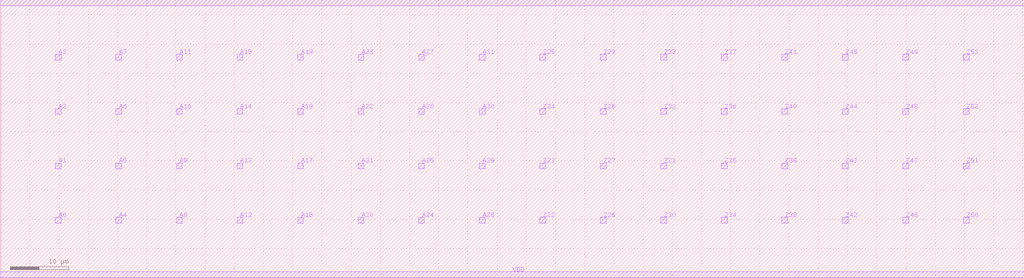
<source format=lef>
# NangateOpenCellLibrary.macro.mod.lef
# 05/24/2020 cherry fix FILLCELL_X2 size
VERSION 5.6 ;
BUSBITCHARS "[]" ;
DIVIDERCHAR "/" ;

MACRO Add50_40
  CLASS CORE ;
  ORIGIN 0 0 ;
  FOREIGN Add50_40 0 0 ;
  SIZE 22.585 BY 16.8 ;
  SITE FreePDK45_38x28_10R_NP_162NW_34O ;
   PIN A0
    DIRECTION INPUT ;
    USE SIGNAL ;
    PORT
      LAYER metal1 ;
        RECT 1.14 2.63 2.14 3.63 ;
    END
   END A0
   PIN A1
    DIRECTION INPUT ;
    USE SIGNAL ;
    PORT
      LAYER metal1 ;
        RECT 1.14 5.26 2.14 6.26 ;
    END
   END A1
   PIN A2
    DIRECTION INPUT ;
    USE SIGNAL ;
    PORT
      LAYER metal1 ;
        RECT 1.14 7.89 2.14 8.89 ;
    END
   END A2
   PIN A3
    DIRECTION INPUT ;
    USE SIGNAL ;
    PORT
      LAYER metal1 ;
        RECT 1.14 10.52 2.14 11.52 ;
    END
   END A3
   PIN A4
    DIRECTION INPUT ;
    USE SIGNAL ;
    PORT
      LAYER metal1 ;
        RECT 1.14 13.15 2.14 14.15 ;
    END
   END A4
   PIN A5
    DIRECTION INPUT ;
    USE SIGNAL ;
    PORT
      LAYER metal1 ;
        RECT 3.28 2.63 4.28 3.63 ;
    END
   END A5
   PIN A6
    DIRECTION INPUT ;
    USE SIGNAL ;
    PORT
      LAYER metal1 ;
        RECT 3.28 5.26 4.28 6.26 ;
    END
   END A6
   PIN A7
    DIRECTION INPUT ;
    USE SIGNAL ;
    PORT
      LAYER metal1 ;
        RECT 3.28 7.89 4.28 8.89 ;
    END
   END A7
   PIN A8
    DIRECTION INPUT ;
    USE SIGNAL ;
    PORT
      LAYER metal1 ;
        RECT 3.28 10.52 4.28 11.52 ;
    END
   END A8
   PIN A9
    DIRECTION INPUT ;
    USE SIGNAL ;
    PORT
      LAYER metal1 ;
        RECT 3.28 13.15 4.28 14.15 ;
    END
   END A9
   PIN A10
    DIRECTION INPUT ;
    USE SIGNAL ;
    PORT
      LAYER metal1 ;
        RECT 5.42 2.63 6.42 3.63 ;
    END
   END A10
   PIN A11
    DIRECTION INPUT ;
    USE SIGNAL ;
    PORT
      LAYER metal1 ;
        RECT 5.42 5.26 6.42 6.26 ;
    END
   END A11
   PIN A12
    DIRECTION INPUT ;
    USE SIGNAL ;
    PORT
      LAYER metal1 ;
        RECT 5.42 7.89 6.42 8.89 ;
    END
   END A12
   PIN A13
    DIRECTION INPUT ;
    USE SIGNAL ;
    PORT
      LAYER metal1 ;
        RECT 5.42 10.52 6.42 11.52 ;
    END
   END A13
   PIN A14
    DIRECTION INPUT ;
    USE SIGNAL ;
    PORT
      LAYER metal1 ;
        RECT 5.42 13.15 6.42 14.15 ;
    END
   END A14
   PIN A15
    DIRECTION INPUT ;
    USE SIGNAL ;
    PORT
      LAYER metal1 ;
        RECT 7.56 2.63 8.56 3.63 ;
    END
   END A15
   PIN A16
    DIRECTION INPUT ;
    USE SIGNAL ;
    PORT
      LAYER metal1 ;
        RECT 7.56 5.26 8.56 6.26 ;
    END
   END A16
   PIN A17
    DIRECTION INPUT ;
    USE SIGNAL ;
    PORT
      LAYER metal1 ;
        RECT 7.56 7.89 8.56 8.89 ;
    END
   END A17
   PIN A18
    DIRECTION INPUT ;
    USE SIGNAL ;
    PORT
      LAYER metal1 ;
        RECT 7.56 10.52 8.56 11.52 ;
    END
   END A18
   PIN A19
    DIRECTION INPUT ;
    USE SIGNAL ;
    PORT
      LAYER metal1 ;
        RECT 7.56 13.15 8.56 14.15 ;
    END
   END A19
   PIN A20
    DIRECTION INPUT ;
    USE SIGNAL ;
    PORT
      LAYER metal1 ;
        RECT 9.7 2.63 10.7 3.63 ;
    END
   END A20
   PIN A21
    DIRECTION INPUT ;
    USE SIGNAL ;
    PORT
      LAYER metal1 ;
        RECT 9.7 5.26 10.7 6.26 ;
    END
   END A21
   PIN A22
    DIRECTION INPUT ;
    USE SIGNAL ;
    PORT
      LAYER metal1 ;
        RECT 9.7 7.89 10.7 8.89 ;
    END
   END A22
   PIN A23
    DIRECTION INPUT ;
    USE SIGNAL ;
    PORT
      LAYER metal1 ;
        RECT 9.7 10.52 10.7 11.52 ;
    END
   END A23
   PIN A24
    DIRECTION INPUT ;
    USE SIGNAL ;
    PORT
      LAYER metal1 ;
        RECT 9.7 13.15 10.7 14.15 ;
    END
   END A24
   PIN A25
    DIRECTION INPUT ;
    USE SIGNAL ;
    PORT
      LAYER metal1 ;
        RECT 11.84 2.63 12.84 3.63 ;
    END
   END A25
   PIN A26
    DIRECTION INPUT ;
    USE SIGNAL ;
    PORT
      LAYER metal1 ;
        RECT 11.84 5.26 12.84 6.26 ;
    END
   END A26
   PIN A27
    DIRECTION INPUT ;
    USE SIGNAL ;
    PORT
      LAYER metal1 ;
        RECT 11.84 7.89 12.84 8.89 ;
    END
   END A27
   PIN A28
    DIRECTION INPUT ;
    USE SIGNAL ;
    PORT
      LAYER metal1 ;
        RECT 11.84 10.52 12.84 11.52 ;
    END
   END A28
   PIN A29
    DIRECTION INPUT ;
    USE SIGNAL ;
    PORT
      LAYER metal1 ;
        RECT 11.84 13.15 12.84 14.15 ;
    END
   END A29
   PIN A30
    DIRECTION INPUT ;
    USE SIGNAL ;
    PORT
      LAYER metal1 ;
        RECT 13.98 2.63 14.98 3.63 ;
    END
   END A30
   PIN A31
    DIRECTION INPUT ;
    USE SIGNAL ;
    PORT
      LAYER metal1 ;
        RECT 13.98 5.26 14.98 6.26 ;
    END
   END A31
   PIN Z0
    DIRECTION OUTPUT ;
    USE SIGNAL ;
    PORT
      LAYER metal1 ;
        RECT 13.98 7.89 14.98 8.89 ;
    END
   END Z0
   PIN Z1
    DIRECTION OUTPUT ;
    USE SIGNAL ;
    PORT
      LAYER metal1 ;
        RECT 13.98 10.52 14.98 11.52 ;
    END
   END Z1
   PIN Z2
    DIRECTION OUTPUT ;
    USE SIGNAL ;
    PORT
      LAYER metal1 ;
        RECT 13.98 13.15 14.98 14.15 ;
    END
   END Z2
   PIN Z3
    DIRECTION OUTPUT ;
    USE SIGNAL ;
    PORT
      LAYER metal1 ;
        RECT 16.12 2.63 17.12 3.63 ;
    END
   END Z3
   PIN Z4
    DIRECTION OUTPUT ;
    USE SIGNAL ;
    PORT
      LAYER metal1 ;
        RECT 16.12 5.26 17.12 6.26 ;
    END
   END Z4
   PIN Z5
    DIRECTION OUTPUT ;
    USE SIGNAL ;
    PORT
      LAYER metal1 ;
        RECT 16.12 7.89 17.12 8.89 ;
    END
   END Z5
   PIN Z6
    DIRECTION OUTPUT ;
    USE SIGNAL ;
    PORT
      LAYER metal1 ;
        RECT 16.12 10.52 17.12 11.52 ;
    END
   END Z6
   PIN Z7
    DIRECTION OUTPUT ;
    USE SIGNAL ;
    PORT
      LAYER metal1 ;
        RECT 16.12 13.15 17.12 14.15 ;
    END
   END Z7
   PIN Z8
    DIRECTION OUTPUT ;
    USE SIGNAL ;
    PORT
      LAYER metal1 ;
        RECT 18.26 2.63 19.26 3.63 ;
    END
   END Z8
   PIN Z9
    DIRECTION OUTPUT ;
    USE SIGNAL ;
    PORT
      LAYER metal1 ;
        RECT 18.26 5.26 19.26 6.26 ;
    END
   END Z9
   PIN Z10
    DIRECTION OUTPUT ;
    USE SIGNAL ;
    PORT
      LAYER metal1 ;
        RECT 18.26 7.89 19.26 8.89 ;
    END
   END Z10
   PIN Z11
    DIRECTION OUTPUT ;
    USE SIGNAL ;
    PORT
      LAYER metal1 ;
        RECT 18.26 10.52 19.26 11.52 ;
    END
   END Z11
   PIN Z12
    DIRECTION OUTPUT ;
    USE SIGNAL ;
    PORT
      LAYER metal1 ;
        RECT 18.26 13.15 19.26 14.15 ;
    END
   END Z12
   PIN Z13
    DIRECTION OUTPUT ;
    USE SIGNAL ;
    PORT
      LAYER metal1 ;
        RECT 20.4 2.63 21.4 3.63 ;
    END
   END Z13
   PIN Z14
    DIRECTION OUTPUT ;
    USE SIGNAL ;
    PORT
      LAYER metal1 ;
        RECT 20.4 5.26 21.4 6.26 ;
    END
   END Z14
   PIN Z15
    DIRECTION OUTPUT ;
    USE SIGNAL ;
    PORT
      LAYER metal1 ;
        RECT 20.4 7.89 21.4 8.89 ;
    END
   END Z15
   PIN Z16
    DIRECTION OUTPUT ;
    USE SIGNAL ;
    PORT
      LAYER metal1 ;
        RECT 20.4 10.52 21.4 11.52 ;
    END
   END Z16
   PIN Z17
    DIRECTION OUTPUT ;
    USE SIGNAL ;
    PORT
      LAYER metal1 ;
        RECT 20.4 13.15 21.4 14.15 ;
    END
   END Z17
   PIN VDD
    DIRECTION INOUT ;
    USE POWER ;
    PORT
      LAYER metal1 ;
        RECT 0 0 22.585 1.0 ;
    END
   END VDD
   PIN VSS
    DIRECTION INOUT ;
    USE POWER ;
    PORT
      LAYER metal1 ;
        RECT 0 15.8 22.585 16.8 ;
    END
   END VSS
END Add50_40

MACRO Mult64_40
  CLASS CORE ;
  ORIGIN 0 0 ;
  FOREIGN Mult64_40 0 0 ;
  SIZE 175.215 BY 47.6 ;
  SITE FreePDK45_38x28_10R_NP_162NW_34O ;
   PIN A0
    DIRECTION INPUT ;
    USE SIGNAL ;
    PORT
      LAYER metal1 ;
        RECT 9.365 9.32 10.365 10.32 ;
    END
   END A0
   PIN A1
    DIRECTION INPUT ;
    USE SIGNAL ;
    PORT
      LAYER metal1 ;
        RECT 9.365 18.64 10.365 19.64 ;
    END
   END A1
   PIN A2
    DIRECTION INPUT ;
    USE SIGNAL ;
    PORT
      LAYER metal1 ;
        RECT 9.365 27.96 10.365 28.96 ;
    END
   END A2
   PIN A3
    DIRECTION INPUT ;
    USE SIGNAL ;
    PORT
      LAYER metal1 ;
        RECT 9.365 37.28 10.365 38.28 ;
    END
   END A3
   PIN A4
    DIRECTION INPUT ;
    USE SIGNAL ;
    PORT
      LAYER metal1 ;
        RECT 19.73 9.32 20.73 10.32 ;
    END
   END A4
   PIN A5
    DIRECTION INPUT ;
    USE SIGNAL ;
    PORT
      LAYER metal1 ;
        RECT 19.73 18.64 20.73 19.64 ;
    END
   END A5
   PIN A6
    DIRECTION INPUT ;
    USE SIGNAL ;
    PORT
      LAYER metal1 ;
        RECT 19.73 27.96 20.73 28.96 ;
    END
   END A6
   PIN A7
    DIRECTION INPUT ;
    USE SIGNAL ;
    PORT
      LAYER metal1 ;
        RECT 19.73 37.28 20.73 38.28 ;
    END
   END A7
   PIN A8
    DIRECTION INPUT ;
    USE SIGNAL ;
    PORT
      LAYER metal1 ;
        RECT 30.095 9.32 31.095 10.32 ;
    END
   END A8
   PIN A9
    DIRECTION INPUT ;
    USE SIGNAL ;
    PORT
      LAYER metal1 ;
        RECT 30.095 18.64 31.095 19.64 ;
    END
   END A9
   PIN A10
    DIRECTION INPUT ;
    USE SIGNAL ;
    PORT
      LAYER metal1 ;
        RECT 30.095 27.96 31.095 28.96 ;
    END
   END A10
   PIN A11
    DIRECTION INPUT ;
    USE SIGNAL ;
    PORT
      LAYER metal1 ;
        RECT 30.095 37.28 31.095 38.28 ;
    END
   END A11
   PIN A12
    DIRECTION INPUT ;
    USE SIGNAL ;
    PORT
      LAYER metal1 ;
        RECT 40.46 9.32 41.46 10.32 ;
    END
   END A12
   PIN A13
    DIRECTION INPUT ;
    USE SIGNAL ;
    PORT
      LAYER metal1 ;
        RECT 40.46 18.64 41.46 19.64 ;
    END
   END A13
   PIN A14
    DIRECTION INPUT ;
    USE SIGNAL ;
    PORT
      LAYER metal1 ;
        RECT 40.46 27.96 41.46 28.96 ;
    END
   END A14
   PIN A15
    DIRECTION INPUT ;
    USE SIGNAL ;
    PORT
      LAYER metal1 ;
        RECT 40.46 37.28 41.46 38.28 ;
    END
   END A15
   PIN A16
    DIRECTION INPUT ;
    USE SIGNAL ;
    PORT
      LAYER metal1 ;
        RECT 50.825 9.32 51.825 10.32 ;
    END
   END A16
   PIN A17
    DIRECTION INPUT ;
    USE SIGNAL ;
    PORT
      LAYER metal1 ;
        RECT 50.825 18.64 51.825 19.64 ;
    END
   END A17
   PIN A18
    DIRECTION INPUT ;
    USE SIGNAL ;
    PORT
      LAYER metal1 ;
        RECT 50.825 27.96 51.825 28.96 ;
    END
   END A18
   PIN A19
    DIRECTION INPUT ;
    USE SIGNAL ;
    PORT
      LAYER metal1 ;
        RECT 50.825 37.28 51.825 38.28 ;
    END
   END A19
   PIN A20
    DIRECTION INPUT ;
    USE SIGNAL ;
    PORT
      LAYER metal1 ;
        RECT 61.19 9.32 62.19 10.32 ;
    END
   END A20
   PIN A21
    DIRECTION INPUT ;
    USE SIGNAL ;
    PORT
      LAYER metal1 ;
        RECT 61.19 18.64 62.19 19.64 ;
    END
   END A21
   PIN A22
    DIRECTION INPUT ;
    USE SIGNAL ;
    PORT
      LAYER metal1 ;
        RECT 61.19 27.96 62.19 28.96 ;
    END
   END A22
   PIN A23
    DIRECTION INPUT ;
    USE SIGNAL ;
    PORT
      LAYER metal1 ;
        RECT 61.19 37.28 62.19 38.28 ;
    END
   END A23
   PIN A24
    DIRECTION INPUT ;
    USE SIGNAL ;
    PORT
      LAYER metal1 ;
        RECT 71.555 9.32 72.555 10.32 ;
    END
   END A24
   PIN A25
    DIRECTION INPUT ;
    USE SIGNAL ;
    PORT
      LAYER metal1 ;
        RECT 71.555 18.64 72.555 19.64 ;
    END
   END A25
   PIN A26
    DIRECTION INPUT ;
    USE SIGNAL ;
    PORT
      LAYER metal1 ;
        RECT 71.555 27.96 72.555 28.96 ;
    END
   END A26
   PIN A27
    DIRECTION INPUT ;
    USE SIGNAL ;
    PORT
      LAYER metal1 ;
        RECT 71.555 37.28 72.555 38.28 ;
    END
   END A27
   PIN A28
    DIRECTION INPUT ;
    USE SIGNAL ;
    PORT
      LAYER metal1 ;
        RECT 81.92 9.32 82.92 10.32 ;
    END
   END A28
   PIN A29
    DIRECTION INPUT ;
    USE SIGNAL ;
    PORT
      LAYER metal1 ;
        RECT 81.92 18.64 82.92 19.64 ;
    END
   END A29
   PIN A30
    DIRECTION INPUT ;
    USE SIGNAL ;
    PORT
      LAYER metal1 ;
        RECT 81.92 27.96 82.92 28.96 ;
    END
   END A30
   PIN A31
    DIRECTION INPUT ;
    USE SIGNAL ;
    PORT
      LAYER metal1 ;
        RECT 81.92 37.28 82.92 38.28 ;
    END
   END A31
   PIN Z22
    DIRECTION OUTPUT ;
    USE SIGNAL ;
    PORT
      LAYER metal1 ;
        RECT 92.285 9.32 93.285 10.32 ;
    END
   END Z22
   PIN Z23
    DIRECTION OUTPUT ;
    USE SIGNAL ;
    PORT
      LAYER metal1 ;
        RECT 92.285 18.64 93.285 19.64 ;
    END
   END Z23
   PIN Z24
    DIRECTION OUTPUT ;
    USE SIGNAL ;
    PORT
      LAYER metal1 ;
        RECT 92.285 27.96 93.285 28.96 ;
    END
   END Z24
   PIN Z25
    DIRECTION OUTPUT ;
    USE SIGNAL ;
    PORT
      LAYER metal1 ;
        RECT 92.285 37.28 93.285 38.28 ;
    END
   END Z25
   PIN Z26
    DIRECTION OUTPUT ;
    USE SIGNAL ;
    PORT
      LAYER metal1 ;
        RECT 102.65 9.32 103.65 10.32 ;
    END
   END Z26
   PIN Z27
    DIRECTION OUTPUT ;
    USE SIGNAL ;
    PORT
      LAYER metal1 ;
        RECT 102.65 18.64 103.65 19.64 ;
    END
   END Z27
   PIN Z28
    DIRECTION OUTPUT ;
    USE SIGNAL ;
    PORT
      LAYER metal1 ;
        RECT 102.65 27.96 103.65 28.96 ;
    END
   END Z28
   PIN Z29
    DIRECTION OUTPUT ;
    USE SIGNAL ;
    PORT
      LAYER metal1 ;
        RECT 102.65 37.28 103.65 38.28 ;
    END
   END Z29
   PIN Z30
    DIRECTION OUTPUT ;
    USE SIGNAL ;
    PORT
      LAYER metal1 ;
        RECT 113.015 9.32 114.015 10.32 ;
    END
   END Z30
   PIN Z31
    DIRECTION OUTPUT ;
    USE SIGNAL ;
    PORT
      LAYER metal1 ;
        RECT 113.015 18.64 114.015 19.64 ;
    END
   END Z31
   PIN Z32
    DIRECTION OUTPUT ;
    USE SIGNAL ;
    PORT
      LAYER metal1 ;
        RECT 113.015 27.96 114.015 28.96 ;
    END
   END Z32
   PIN Z33
    DIRECTION OUTPUT ;
    USE SIGNAL ;
    PORT
      LAYER metal1 ;
        RECT 113.015 37.28 114.015 38.28 ;
    END
   END Z33
   PIN Z34
    DIRECTION OUTPUT ;
    USE SIGNAL ;
    PORT
      LAYER metal1 ;
        RECT 123.38 9.32 124.38 10.32 ;
    END
   END Z34
   PIN Z35
    DIRECTION OUTPUT ;
    USE SIGNAL ;
    PORT
      LAYER metal1 ;
        RECT 123.38 18.64 124.38 19.64 ;
    END
   END Z35
   PIN Z36
    DIRECTION OUTPUT ;
    USE SIGNAL ;
    PORT
      LAYER metal1 ;
        RECT 123.38 27.96 124.38 28.96 ;
    END
   END Z36
   PIN Z37
    DIRECTION OUTPUT ;
    USE SIGNAL ;
    PORT
      LAYER metal1 ;
        RECT 123.38 37.28 124.38 38.28 ;
    END
   END Z37
   PIN Z38
    DIRECTION OUTPUT ;
    USE SIGNAL ;
    PORT
      LAYER metal1 ;
        RECT 133.745 9.32 134.745 10.32 ;
    END
   END Z38
   PIN Z39
    DIRECTION OUTPUT ;
    USE SIGNAL ;
    PORT
      LAYER metal1 ;
        RECT 133.745 18.64 134.745 19.64 ;
    END
   END Z39
   PIN Z40
    DIRECTION OUTPUT ;
    USE SIGNAL ;
    PORT
      LAYER metal1 ;
        RECT 133.745 27.96 134.745 28.96 ;
    END
   END Z40
   PIN Z41
    DIRECTION OUTPUT ;
    USE SIGNAL ;
    PORT
      LAYER metal1 ;
        RECT 133.745 37.28 134.745 38.28 ;
    END
   END Z41
   PIN Z42
    DIRECTION OUTPUT ;
    USE SIGNAL ;
    PORT
      LAYER metal1 ;
        RECT 144.11 9.32 145.11 10.32 ;
    END
   END Z42
   PIN Z43
    DIRECTION OUTPUT ;
    USE SIGNAL ;
    PORT
      LAYER metal1 ;
        RECT 144.11 18.64 145.11 19.64 ;
    END
   END Z43
   PIN Z44
    DIRECTION OUTPUT ;
    USE SIGNAL ;
    PORT
      LAYER metal1 ;
        RECT 144.11 27.96 145.11 28.96 ;
    END
   END Z44
   PIN Z45
    DIRECTION OUTPUT ;
    USE SIGNAL ;
    PORT
      LAYER metal1 ;
        RECT 144.11 37.28 145.11 38.28 ;
    END
   END Z45
   PIN Z46
    DIRECTION OUTPUT ;
    USE SIGNAL ;
    PORT
      LAYER metal1 ;
        RECT 154.475 9.32 155.475 10.32 ;
    END
   END Z46
   PIN Z47
    DIRECTION OUTPUT ;
    USE SIGNAL ;
    PORT
      LAYER metal1 ;
        RECT 154.475 18.64 155.475 19.64 ;
    END
   END Z47
   PIN Z48
    DIRECTION OUTPUT ;
    USE SIGNAL ;
    PORT
      LAYER metal1 ;
        RECT 154.475 27.96 155.475 28.96 ;
    END
   END Z48
   PIN Z49
    DIRECTION OUTPUT ;
    USE SIGNAL ;
    PORT
      LAYER metal1 ;
        RECT 154.475 37.28 155.475 38.28 ;
    END
   END Z49
   PIN Z50
    DIRECTION OUTPUT ;
    USE SIGNAL ;
    PORT
      LAYER metal1 ;
        RECT 164.84 9.32 165.84 10.32 ;
    END
   END Z50
   PIN Z51
    DIRECTION OUTPUT ;
    USE SIGNAL ;
    PORT
      LAYER metal1 ;
        RECT 164.84 18.64 165.84 19.64 ;
    END
   END Z51
   PIN Z52
    DIRECTION OUTPUT ;
    USE SIGNAL ;
    PORT
      LAYER metal1 ;
        RECT 164.84 27.96 165.84 28.96 ;
    END
   END Z52
   PIN Z53
    DIRECTION OUTPUT ;
    USE SIGNAL ;
    PORT
      LAYER metal1 ;
        RECT 164.84 37.28 165.84 38.28 ;
    END
   END Z53
   PIN VDD
    DIRECTION INOUT ;
    USE POWER ;
    PORT
      LAYER metal1 ;
        RECT 0 0 175.215 1.0 ;
    END
   END VDD
   PIN VSS
    DIRECTION INOUT ;
    USE POWER ;
    PORT
      LAYER metal1 ;
        RECT 0 46.6 175.215 47.6 ;
    END
   END VSS
END Mult64_40

MACRO AND2_X1
  CLASS CORE ;
  ORIGIN 0 0 ;
  FOREIGN AND2_X1 0 0 ;
  SIZE 0.76 BY 1.4 ;
  SYMMETRY X Y ;
  SITE FreePDK45_38x28_10R_NP_162NW_34O ;
  PIN A1
    DIRECTION INPUT ;
    USE SIGNAL ;
    PORT
      LAYER metal1 ;
        RECT 0.06 0.525 0.185 0.7 ;
    END
  END A1
  PIN A2
    DIRECTION INPUT ;
    USE SIGNAL ;
    PORT
      LAYER metal1 ;
        RECT 0.25 0.525 0.38 0.7 ;
    END
  END A2
  PIN ZN
    DIRECTION OUTPUT ;
    USE SIGNAL ;
    PORT
      LAYER metal1 ;
        RECT 0.61 0.19 0.7 1.25 ;
    END
  END ZN
  PIN VDD
    DIRECTION INOUT ;
    USE POWER ;
    SHAPE ABUTMENT ;
    PORT
      LAYER metal1 ;
        RECT 0 1.315 0.76 1.485 ;
        RECT 0.415 0.975 0.485 1.485 ;
        RECT 0.04 0.975 0.11 1.485 ;
    END
  END VDD
  PIN VSS
    DIRECTION INOUT ;
    USE GROUND ;
    SHAPE ABUTMENT ;
    PORT
      LAYER metal1 ;
        RECT 0 -0.085 0.76 0.085 ;
        RECT 0.415 -0.085 0.485 0.325 ;
    END
  END VSS
  OBS
    LAYER metal1 ;
      RECT 0.235 0.84 0.305 1.25 ;
      RECT 0.235 0.84 0.54 0.91 ;
      RECT 0.47 0.39 0.54 0.91 ;
      RECT 0.045 0.39 0.54 0.46 ;
      RECT 0.045 0.19 0.115 0.46 ;
  END
END AND2_X1

MACRO AND2_X2
  CLASS CORE ;
  ORIGIN 0 0 ;
  FOREIGN AND2_X2 0 0 ;
  SIZE 0.95 BY 1.4 ;
  SYMMETRY X Y ;
  SITE FreePDK45_38x28_10R_NP_162NW_34O ;
  PIN A1
    DIRECTION INPUT ;
    USE SIGNAL ;
    PORT
      LAYER metal1 ;
        RECT 0.06 0.525 0.185 0.7 ;
    END
  END A1
  PIN A2
    DIRECTION INPUT ;
    USE SIGNAL ;
    PORT
      LAYER metal1 ;
        RECT 0.25 0.525 0.38 0.7 ;
    END
  END A2
  PIN ZN
    DIRECTION OUTPUT ;
    USE SIGNAL ;
    PORT
      LAYER metal1 ;
        RECT 0.615 0.15 0.7 1.25 ;
    END
  END ZN
  PIN VDD
    DIRECTION INOUT ;
    USE POWER ;
    SHAPE ABUTMENT ;
    PORT
      LAYER metal1 ;
        RECT 0 1.315 0.95 1.485 ;
        RECT 0.795 0.975 0.865 1.485 ;
        RECT 0.415 0.975 0.485 1.485 ;
        RECT 0.04 0.975 0.11 1.485 ;
    END
  END VDD
  PIN VSS
    DIRECTION INOUT ;
    USE GROUND ;
    SHAPE ABUTMENT ;
    PORT
      LAYER metal1 ;
        RECT 0 -0.085 0.95 0.085 ;
        RECT 0.795 -0.085 0.865 0.425 ;
        RECT 0.415 -0.085 0.485 0.285 ;
    END
  END VSS
  OBS
    LAYER metal1 ;
      RECT 0.235 0.84 0.305 1.25 ;
      RECT 0.235 0.84 0.545 0.91 ;
      RECT 0.475 0.39 0.545 0.91 ;
      RECT 0.045 0.39 0.545 0.46 ;
      RECT 0.045 0.15 0.115 0.46 ;
  END
END AND2_X2

MACRO AND2_X4
  CLASS CORE ;
  ORIGIN 0 0 ;
  FOREIGN AND2_X4 0 0 ;
  SIZE 1.71 BY 1.4 ;
  SYMMETRY X Y ;
  SITE FreePDK45_38x28_10R_NP_162NW_34O ;
  PIN A1
    DIRECTION INPUT ;
    USE SIGNAL ;
    PORT
      LAYER metal1 ;
        RECT 0.25 0.42 0.38 0.66 ;
    END
  END A1
  PIN A2
    DIRECTION INPUT ;
    USE SIGNAL ;
    PORT
      LAYER metal1 ;
        RECT 0.06 0.725 0.76 0.795 ;
        RECT 0.69 0.525 0.76 0.795 ;
        RECT 0.06 0.42 0.185 0.795 ;
    END
  END A2
  PIN ZN
    DIRECTION OUTPUT ;
    USE SIGNAL ;
    PORT
      LAYER metal1 ;
        RECT 1.365 0.15 1.435 1.25 ;
        RECT 0.995 0.68 1.435 0.75 ;
        RECT 0.995 0.15 1.08 1.25 ;
    END
  END ZN
  PIN VDD
    DIRECTION INOUT ;
    USE POWER ;
    SHAPE ABUTMENT ;
    PORT
      LAYER metal1 ;
        RECT 0 1.315 1.71 1.485 ;
        RECT 1.555 0.995 1.625 1.485 ;
        RECT 1.175 0.995 1.245 1.485 ;
        RECT 0.795 0.995 0.865 1.485 ;
        RECT 0.415 0.995 0.485 1.485 ;
        RECT 0.04 0.995 0.11 1.485 ;
    END
  END VDD
  PIN VSS
    DIRECTION INOUT ;
    USE GROUND ;
    SHAPE ABUTMENT ;
    PORT
      LAYER metal1 ;
        RECT 0 -0.085 1.71 0.085 ;
        RECT 1.555 -0.085 1.625 0.355 ;
        RECT 1.175 -0.085 1.245 0.355 ;
        RECT 0.795 -0.085 0.865 0.215 ;
        RECT 0.04 -0.085 0.11 0.355 ;
    END
  END VSS
  OBS
    LAYER metal1 ;
      RECT 0.605 0.86 0.675 1.25 ;
      RECT 0.235 0.86 0.305 1.25 ;
      RECT 0.235 0.86 0.92 0.93 ;
      RECT 0.85 0.285 0.92 0.93 ;
      RECT 0.425 0.285 0.92 0.355 ;
      RECT 0.425 0.22 0.495 0.355 ;
  END
END AND2_X4

MACRO AND3_X1
  CLASS CORE ;
  ORIGIN 0 0 ;
  FOREIGN AND3_X1 0 0 ;
  SIZE 0.95 BY 1.4 ;
  SYMMETRY X Y ;
  SITE FreePDK45_38x28_10R_NP_162NW_34O ;
  PIN A1
    DIRECTION INPUT ;
    USE SIGNAL ;
    PORT
      LAYER metal1 ;
        RECT 0.06 0.525 0.185 0.7 ;
    END
  END A1
  PIN A2
    DIRECTION INPUT ;
    USE SIGNAL ;
    PORT
      LAYER metal1 ;
        RECT 0.25 0.525 0.375 0.7 ;
    END
  END A2
  PIN A3
    DIRECTION INPUT ;
    USE SIGNAL ;
    PORT
      LAYER metal1 ;
        RECT 0.44 0.525 0.57 0.7 ;
    END
  END A3
  PIN ZN
    DIRECTION OUTPUT ;
    USE SIGNAL ;
    PORT
      LAYER metal1 ;
        RECT 0.8 0.975 0.89 1.25 ;
        RECT 0.82 0.15 0.89 1.25 ;
        RECT 0.8 0.15 0.89 0.425 ;
    END
  END ZN
  PIN VDD
    DIRECTION INOUT ;
    USE POWER ;
    SHAPE ABUTMENT ;
    PORT
      LAYER metal1 ;
        RECT 0 1.315 0.95 1.485 ;
        RECT 0.605 1 0.675 1.485 ;
        RECT 0.225 1.04 0.295 1.485 ;
    END
  END VDD
  PIN VSS
    DIRECTION INOUT ;
    USE GROUND ;
    SHAPE ABUTMENT ;
    PORT
      LAYER metal1 ;
        RECT 0 -0.085 0.95 0.085 ;
        RECT 0.605 -0.085 0.675 0.285 ;
    END
  END VSS
  OBS
    LAYER metal1 ;
      RECT 0.415 0.865 0.485 1.25 ;
      RECT 0.045 0.865 0.115 1.25 ;
      RECT 0.045 0.865 0.705 0.935 ;
      RECT 0.635 0.35 0.705 0.935 ;
      RECT 0.635 0.525 0.755 0.66 ;
      RECT 0.045 0.35 0.705 0.42 ;
      RECT 0.045 0.15 0.115 0.42 ;
  END
END AND3_X1

MACRO AND3_X2
  CLASS CORE ;
  ORIGIN 0 0 ;
  FOREIGN AND3_X2 0 0 ;
  SIZE 1.14 BY 1.4 ;
  SYMMETRY X Y ;
  SITE FreePDK45_38x28_10R_NP_162NW_34O ;
  PIN A1
    DIRECTION INPUT ;
    USE SIGNAL ;
    PORT
      LAYER metal1 ;
        RECT 0.06 0.525 0.185 0.7 ;
    END
  END A1
  PIN A2
    DIRECTION INPUT ;
    USE SIGNAL ;
    PORT
      LAYER metal1 ;
        RECT 0.25 0.525 0.375 0.7 ;
    END
  END A2
  PIN A3
    DIRECTION INPUT ;
    USE SIGNAL ;
    PORT
      LAYER metal1 ;
        RECT 0.44 0.525 0.57 0.7 ;
    END
  END A3
  PIN ZN
    DIRECTION OUTPUT ;
    USE SIGNAL ;
    PORT
      LAYER metal1 ;
        RECT 0.805 0.15 0.89 1.25 ;
    END
  END ZN
  PIN VDD
    DIRECTION INOUT ;
    USE POWER ;
    SHAPE ABUTMENT ;
    PORT
      LAYER metal1 ;
        RECT 0 1.315 1.14 1.485 ;
        RECT 0.99 0.975 1.06 1.485 ;
        RECT 0.605 0.975 0.675 1.485 ;
        RECT 0.225 0.975 0.295 1.485 ;
    END
  END VDD
  PIN VSS
    DIRECTION INOUT ;
    USE GROUND ;
    SHAPE ABUTMENT ;
    PORT
      LAYER metal1 ;
        RECT 0 -0.085 1.14 0.085 ;
        RECT 0.99 -0.085 1.06 0.425 ;
        RECT 0.605 -0.085 0.675 0.285 ;
    END
  END VSS
  OBS
    LAYER metal1 ;
      RECT 0.415 0.8 0.485 1.25 ;
      RECT 0.045 0.8 0.115 1.25 ;
      RECT 0.045 0.8 0.735 0.87 ;
      RECT 0.665 0.355 0.735 0.87 ;
      RECT 0.045 0.355 0.735 0.425 ;
      RECT 0.045 0.15 0.115 0.425 ;
  END
END AND3_X2

MACRO AND3_X4
  CLASS CORE ;
  ORIGIN 0 0 ;
  FOREIGN AND3_X4 0 0 ;
  SIZE 2.09 BY 1.4 ;
  SYMMETRY X Y ;
  SITE FreePDK45_38x28_10R_NP_162NW_34O ;
  PIN A1
    DIRECTION INPUT ;
    USE SIGNAL ;
    PORT
      LAYER metal1 ;
        RECT 0.595 0.555 0.73 0.7 ;
    END
  END A1
  PIN A2
    DIRECTION INPUT ;
    USE SIGNAL ;
    PORT
      LAYER metal1 ;
        RECT 0.82 0.42 0.95 0.7 ;
        RECT 0.34 0.42 0.95 0.49 ;
        RECT 0.34 0.42 0.41 0.66 ;
    END
  END A2
  PIN A3
    DIRECTION INPUT ;
    USE SIGNAL ;
    PORT
      LAYER metal1 ;
        RECT 0.12 0.765 1.14 0.835 ;
        RECT 1.07 0.525 1.14 0.835 ;
        RECT 0.12 0.525 0.19 0.835 ;
        RECT 0.06 0.525 0.19 0.7 ;
    END
  END A3
  PIN ZN
    DIRECTION OUTPUT ;
    USE SIGNAL ;
    PORT
      LAYER metal1 ;
        RECT 1.745 0.15 1.815 1.25 ;
        RECT 1.375 0.56 1.815 0.7 ;
        RECT 1.375 0.15 1.445 1.25 ;
    END
  END ZN
  PIN VDD
    DIRECTION INOUT ;
    USE POWER ;
    SHAPE ABUTMENT ;
    PORT
      LAYER metal1 ;
        RECT 0 1.315 2.09 1.485 ;
        RECT 1.935 1.035 2.005 1.485 ;
        RECT 1.555 1.035 1.625 1.485 ;
        RECT 1.175 1.035 1.245 1.485 ;
        RECT 0.795 1.035 0.865 1.485 ;
        RECT 0.415 1.035 0.485 1.485 ;
        RECT 0.04 1.035 0.11 1.485 ;
    END
  END VDD
  PIN VSS
    DIRECTION INOUT ;
    USE GROUND ;
    SHAPE ABUTMENT ;
    PORT
      LAYER metal1 ;
        RECT 0 -0.085 2.09 0.085 ;
        RECT 1.935 -0.085 2.005 0.425 ;
        RECT 1.555 -0.085 1.625 0.425 ;
        RECT 1.175 -0.085 1.245 0.195 ;
        RECT 0.04 -0.085 0.11 0.425 ;
    END
  END VSS
  OBS
    LAYER metal1 ;
      RECT 0.985 0.9 1.055 1.25 ;
      RECT 0.605 0.9 0.675 1.25 ;
      RECT 0.235 0.9 0.305 1.25 ;
      RECT 0.235 0.9 1.305 0.97 ;
      RECT 1.235 0.26 1.305 0.97 ;
      RECT 0.615 0.26 1.305 0.33 ;
      RECT 0.615 0.15 0.685 0.33 ;
  END
END AND3_X4

MACRO AND4_X1
  CLASS CORE ;
  ORIGIN 0 0 ;
  FOREIGN AND4_X1 0 0 ;
  SIZE 1.14 BY 1.4 ;
  SYMMETRY X Y ;
  SITE FreePDK45_38x28_10R_NP_162NW_34O ;
  PIN A1
    DIRECTION INPUT ;
    USE SIGNAL ;
    PORT
      LAYER metal1 ;
        RECT 0.06 0.525 0.185 0.7 ;
    END
  END A1
  PIN A2
    DIRECTION INPUT ;
    USE SIGNAL ;
    PORT
      LAYER metal1 ;
        RECT 0.25 0.525 0.375 0.7 ;
    END
  END A2
  PIN A3
    DIRECTION INPUT ;
    USE SIGNAL ;
    PORT
      LAYER metal1 ;
        RECT 0.44 0.525 0.565 0.7 ;
    END
  END A3
  PIN A4
    DIRECTION INPUT ;
    USE SIGNAL ;
    PORT
      LAYER metal1 ;
        RECT 0.63 0.525 0.76 0.7 ;
    END
  END A4
  PIN ZN
    DIRECTION OUTPUT ;
    USE SIGNAL ;
    PORT
      LAYER metal1 ;
        RECT 0.99 0.15 1.08 1.25 ;
    END
  END ZN
  PIN VDD
    DIRECTION INOUT ;
    USE POWER ;
    SHAPE ABUTMENT ;
    PORT
      LAYER metal1 ;
        RECT 0 1.315 1.14 1.485 ;
        RECT 0.795 0.975 0.865 1.485 ;
        RECT 0.415 0.975 0.485 1.485 ;
        RECT 0.04 0.975 0.11 1.485 ;
    END
  END VDD
  PIN VSS
    DIRECTION INOUT ;
    USE GROUND ;
    SHAPE ABUTMENT ;
    PORT
      LAYER metal1 ;
        RECT 0 -0.085 1.14 0.085 ;
        RECT 0.795 -0.085 0.865 0.285 ;
    END
  END VSS
  OBS
    LAYER metal1 ;
      RECT 0.605 0.84 0.675 1.25 ;
      RECT 0.235 0.84 0.305 1.25 ;
      RECT 0.235 0.84 0.925 0.91 ;
      RECT 0.855 0.35 0.925 0.91 ;
      RECT 0.045 0.35 0.925 0.42 ;
      RECT 0.045 0.15 0.115 0.42 ;
  END
END AND4_X1

MACRO AND4_X2
  CLASS CORE ;
  ORIGIN 0 0 ;
  FOREIGN AND4_X2 0 0 ;
  SIZE 1.33 BY 1.4 ;
  SYMMETRY X Y ;
  SITE FreePDK45_38x28_10R_NP_162NW_34O ;
  PIN A1
    DIRECTION INPUT ;
    USE SIGNAL ;
    PORT
      LAYER metal1 ;
        RECT 0.06 0.525 0.185 0.7 ;
    END
  END A1
  PIN A2
    DIRECTION INPUT ;
    USE SIGNAL ;
    PORT
      LAYER metal1 ;
        RECT 0.25 0.525 0.375 0.7 ;
    END
  END A2
  PIN A3
    DIRECTION INPUT ;
    USE SIGNAL ;
    PORT
      LAYER metal1 ;
        RECT 0.44 0.525 0.565 0.7 ;
    END
  END A3
  PIN A4
    DIRECTION INPUT ;
    USE SIGNAL ;
    PORT
      LAYER metal1 ;
        RECT 0.63 0.525 0.76 0.7 ;
    END
  END A4
  PIN ZN
    DIRECTION OUTPUT ;
    USE SIGNAL ;
    PORT
      LAYER metal1 ;
        RECT 0.995 0.15 1.08 1.25 ;
    END
  END ZN
  PIN VDD
    DIRECTION INOUT ;
    USE POWER ;
    SHAPE ABUTMENT ;
    PORT
      LAYER metal1 ;
        RECT 0 1.315 1.33 1.485 ;
        RECT 1.18 0.975 1.25 1.485 ;
        RECT 0.795 0.975 0.865 1.485 ;
        RECT 0.415 0.975 0.485 1.485 ;
        RECT 0.04 0.975 0.11 1.485 ;
    END
  END VDD
  PIN VSS
    DIRECTION INOUT ;
    USE GROUND ;
    SHAPE ABUTMENT ;
    PORT
      LAYER metal1 ;
        RECT 0 -0.085 1.33 0.085 ;
        RECT 1.18 -0.085 1.25 0.425 ;
        RECT 0.795 -0.085 0.865 0.27 ;
    END
  END VSS
  OBS
    LAYER metal1 ;
      RECT 0.605 0.8 0.675 1.25 ;
      RECT 0.235 0.8 0.305 1.25 ;
      RECT 0.235 0.8 0.925 0.87 ;
      RECT 0.855 0.355 0.925 0.87 ;
      RECT 0.045 0.355 0.925 0.425 ;
      RECT 0.045 0.15 0.115 0.425 ;
  END
END AND4_X2

MACRO AND4_X4
  CLASS CORE ;
  ORIGIN 0 0 ;
  FOREIGN AND4_X4 0 0 ;
  SIZE 2.47 BY 1.4 ;
  SYMMETRY X Y ;
  SITE FreePDK45_38x28_10R_NP_162NW_34O ;
  PIN A1
    DIRECTION INPUT ;
    USE SIGNAL ;
    PORT
      LAYER metal1 ;
        RECT 0.8 0.56 0.935 0.7 ;
    END
  END A1
  PIN A2
    DIRECTION INPUT ;
    USE SIGNAL ;
    PORT
      LAYER metal1 ;
        RECT 1.065 0.425 1.135 0.66 ;
        RECT 0.565 0.425 1.135 0.495 ;
        RECT 0.565 0.425 0.7 0.7 ;
    END
  END A2
  PIN A3
    DIRECTION INPUT ;
    USE SIGNAL ;
    PORT
      LAYER metal1 ;
        RECT 0.355 0.77 1.345 0.84 ;
        RECT 1.2 0.525 1.345 0.84 ;
        RECT 0.355 0.525 0.425 0.84 ;
    END
  END A3
  PIN A4
    DIRECTION INPUT ;
    USE SIGNAL ;
    PORT
      LAYER metal1 ;
        RECT 0.135 0.905 1.535 0.975 ;
        RECT 1.465 0.525 1.535 0.975 ;
        RECT 0.135 0.525 0.205 0.975 ;
        RECT 0.06 0.525 0.205 0.7 ;
    END
  END A4
  PIN ZN
    DIRECTION OUTPUT ;
    USE SIGNAL ;
    PORT
      LAYER metal1 ;
        RECT 2.14 0.15 2.21 0.925 ;
        RECT 1.77 0.56 2.21 0.7 ;
        RECT 1.77 0.15 1.84 0.925 ;
    END
  END ZN
  PIN VDD
    DIRECTION INOUT ;
    USE POWER ;
    SHAPE ABUTMENT ;
    PORT
      LAYER metal1 ;
        RECT 0 1.315 2.47 1.485 ;
        RECT 2.33 1.065 2.4 1.485 ;
        RECT 1.95 1.065 2.02 1.485 ;
        RECT 1.57 1.175 1.64 1.485 ;
        RECT 1.19 1.175 1.26 1.485 ;
        RECT 0.81 1.175 0.88 1.485 ;
        RECT 0.43 1.175 0.5 1.485 ;
        RECT 0.055 1.065 0.125 1.485 ;
    END
  END VDD
  PIN VSS
    DIRECTION INOUT ;
    USE GROUND ;
    SHAPE ABUTMENT ;
    PORT
      LAYER metal1 ;
        RECT 0 -0.085 2.47 0.085 ;
        RECT 2.33 -0.085 2.4 0.425 ;
        RECT 1.95 -0.085 2.02 0.425 ;
        RECT 1.57 -0.085 1.64 0.195 ;
        RECT 0.055 -0.085 0.125 0.425 ;
    END
  END VSS
  OBS
    LAYER metal1 ;
      RECT 0.215 1.04 1.705 1.11 ;
      RECT 1.635 0.29 1.705 1.11 ;
      RECT 0.785 0.29 1.705 0.36 ;
  END
END AND4_X4

MACRO ANTENNA_X1
  CLASS CORE ANTENNACELL ;
  ORIGIN 0 0 ;
  FOREIGN ANTENNA_X1 0 0 ;
  SIZE 0.19 BY 1.4 ;
  SYMMETRY X Y ;
  SITE FreePDK45_38x28_10R_NP_162NW_34O ;
  PIN A
    DIRECTION INPUT ;
    USE SIGNAL ;
    # unknown
    ANTENNADIFFAREA  0.0 ;
    PORT
      LAYER metal1 ;
        RECT 0.06 0.42 0.13 0.75 ;
    END
  END A
  PIN VDD
    DIRECTION INOUT ;
    USE POWER ;
    SHAPE ABUTMENT ;
    PORT
      LAYER metal1 ;
        RECT 0 1.315 0.19 1.485 ;
    END
  END VDD
  PIN VSS
    DIRECTION INOUT ;
    USE GROUND ;
    SHAPE ABUTMENT ;
    PORT
      LAYER metal1 ;
        RECT 0 -0.085 0.19 0.085 ;
    END
  END VSS
END ANTENNA_X1

MACRO AOI211_X1
  CLASS CORE ;
  ORIGIN 0 0 ;
  FOREIGN AOI211_X1 0 0 ;
  SIZE 0.95 BY 1.4 ;
  SYMMETRY X Y ;
  SITE FreePDK45_38x28_10R_NP_162NW_34O ;
  PIN A
    DIRECTION INPUT ;
    USE SIGNAL ;
    PORT
      LAYER metal1 ;
        RECT 0.765 0.525 0.89 0.7 ;
    END
  END A
  PIN B
    DIRECTION INPUT ;
    USE SIGNAL ;
    PORT
      LAYER metal1 ;
        RECT 0.575 0.525 0.7 0.7 ;
    END
  END B
  PIN C1
    DIRECTION INPUT ;
    USE SIGNAL ;
    PORT
      LAYER metal1 ;
        RECT 0.41 0.525 0.51 0.7 ;
    END
  END C1
  PIN C2
    DIRECTION INPUT ;
    USE SIGNAL ;
    PORT
      LAYER metal1 ;
        RECT 0.06 0.525 0.21 0.7 ;
    END
  END C2
  PIN ZN
    DIRECTION OUTPUT ;
    USE SIGNAL ;
    PORT
      LAYER metal1 ;
        RECT 0.275 0.355 0.905 0.425 ;
        RECT 0.835 0.15 0.905 0.425 ;
        RECT 0.44 0.15 0.525 0.425 ;
        RECT 0.275 0.355 0.345 1.115 ;
    END
  END ZN
  PIN VDD
    DIRECTION INOUT ;
    USE POWER ;
    SHAPE ABUTMENT ;
    PORT
      LAYER metal1 ;
        RECT 0 1.315 0.95 1.485 ;
        RECT 0.835 0.905 0.905 1.485 ;
    END
  END VDD
  PIN VSS
    DIRECTION INOUT ;
    USE GROUND ;
    SHAPE ABUTMENT ;
    PORT
      LAYER metal1 ;
        RECT 0 -0.085 0.95 0.085 ;
        RECT 0.645 -0.085 0.715 0.285 ;
        RECT 0.08 -0.085 0.15 0.425 ;
    END
  END VSS
  OBS
    LAYER metal1 ;
      RECT 0.085 1.18 0.525 1.25 ;
      RECT 0.455 0.905 0.525 1.25 ;
      RECT 0.085 0.905 0.155 1.25 ;
  END
END AOI211_X1

MACRO AOI211_X2
  CLASS CORE ;
  ORIGIN 0 0 ;
  FOREIGN AOI211_X2 0 0 ;
  SIZE 1.71 BY 1.4 ;
  SYMMETRY X Y ;
  SITE FreePDK45_38x28_10R_NP_162NW_34O ;
  PIN A
    DIRECTION INPUT ;
    USE SIGNAL ;
    PORT
      LAYER metal1 ;
        RECT 0.39 0.56 0.525 0.7 ;
    END
  END A
  PIN B
    DIRECTION INPUT ;
    USE SIGNAL ;
    PORT
      LAYER metal1 ;
        RECT 0.06 0.765 0.75 0.835 ;
        RECT 0.68 0.525 0.75 0.835 ;
        RECT 0.06 0.525 0.185 0.835 ;
    END
  END B
  PIN C1
    DIRECTION INPUT ;
    USE SIGNAL ;
    PORT
      LAYER metal1 ;
        RECT 1.19 0.56 1.325 0.7 ;
    END
  END C1
  PIN C2
    DIRECTION INPUT ;
    USE SIGNAL ;
    PORT
      LAYER metal1 ;
        RECT 1.54 0.425 1.65 0.7 ;
        RECT 0.965 0.425 1.65 0.495 ;
        RECT 0.965 0.425 1.035 0.66 ;
    END
  END C2
  PIN ZN
    DIRECTION OUTPUT ;
    USE SIGNAL ;
    PORT
      LAYER metal1 ;
        RECT 1.405 0.765 1.475 1.055 ;
        RECT 0.82 0.765 1.475 0.835 ;
        RECT 0.2 0.285 1.32 0.355 ;
        RECT 1.185 0.15 1.32 0.355 ;
        RECT 1.025 0.765 1.095 1.055 ;
        RECT 0.82 0.285 0.89 0.835 ;
        RECT 0.2 0.15 0.335 0.355 ;
    END
  END ZN
  PIN VDD
    DIRECTION INOUT ;
    USE POWER ;
    SHAPE ABUTMENT ;
    PORT
      LAYER metal1 ;
        RECT 0 1.315 1.71 1.485 ;
        RECT 0.42 1.035 0.49 1.485 ;
    END
  END VDD
  PIN VSS
    DIRECTION INOUT ;
    USE GROUND ;
    SHAPE ABUTMENT ;
    PORT
      LAYER metal1 ;
        RECT 0 -0.085 1.71 0.085 ;
        RECT 1.595 -0.085 1.665 0.355 ;
        RECT 0.825 -0.085 0.895 0.215 ;
        RECT 0.43 -0.085 0.5 0.215 ;
        RECT 0.045 -0.085 0.115 0.355 ;
    END
  END VSS
  OBS
    LAYER metal1 ;
      RECT 0.815 1.18 1.665 1.25 ;
      RECT 1.595 0.975 1.665 1.25 ;
      RECT 0.05 0.9 0.12 1.25 ;
      RECT 1.22 0.975 1.29 1.25 ;
      RECT 0.815 0.9 0.885 1.25 ;
      RECT 0.05 0.9 0.885 0.97 ;
  END
END AOI211_X2

MACRO AOI211_X4
  CLASS CORE ;
  ORIGIN 0 0 ;
  FOREIGN AOI211_X4 0 0 ;
  SIZE 2.09 BY 1.4 ;
  SYMMETRY X Y ;
  SITE FreePDK45_38x28_10R_NP_162NW_34O ;
  PIN A
    DIRECTION INPUT ;
    USE SIGNAL ;
    PORT
      LAYER metal1 ;
        RECT 0.63 0.525 0.76 0.7 ;
    END
  END A
  PIN B
    DIRECTION INPUT ;
    USE SIGNAL ;
    PORT
      LAYER metal1 ;
        RECT 0.44 0.525 0.565 0.7 ;
    END
  END B
  PIN C1
    DIRECTION INPUT ;
    USE SIGNAL ;
    PORT
      LAYER metal1 ;
        RECT 0.06 0.525 0.185 0.7 ;
    END
  END C1
  PIN C2
    DIRECTION INPUT ;
    USE SIGNAL ;
    PORT
      LAYER metal1 ;
        RECT 0.25 0.525 0.375 0.7 ;
    END
  END C2
  PIN ZN
    DIRECTION OUTPUT ;
    USE SIGNAL ;
    PORT
      LAYER metal1 ;
        RECT 1.75 0.15 1.82 1.175 ;
        RECT 1.375 0.56 1.82 0.7 ;
        RECT 1.375 0.15 1.445 1.175 ;
    END
  END ZN
  PIN VDD
    DIRECTION INOUT ;
    USE POWER ;
    SHAPE ABUTMENT ;
    PORT
      LAYER metal1 ;
        RECT 0 1.315 2.09 1.485 ;
        RECT 1.935 0.9 2.005 1.485 ;
        RECT 1.555 0.9 1.625 1.485 ;
        RECT 1.175 0.9 1.245 1.485 ;
        RECT 0.795 0.9 0.865 1.485 ;
    END
  END VDD
  PIN VSS
    DIRECTION INOUT ;
    USE GROUND ;
    SHAPE ABUTMENT ;
    PORT
      LAYER metal1 ;
        RECT 0 -0.085 2.09 0.085 ;
        RECT 1.935 -0.085 2.005 0.425 ;
        RECT 1.555 -0.085 1.625 0.425 ;
        RECT 1.175 -0.085 1.245 0.425 ;
        RECT 0.795 -0.085 0.865 0.285 ;
        RECT 0.415 -0.085 0.485 0.285 ;
    END
  END VSS
  OBS
    LAYER metal1 ;
      RECT 0.995 0.15 1.065 1.175 ;
      RECT 0.995 0.525 1.31 0.66 ;
      RECT 0.235 0.765 0.305 1.115 ;
      RECT 0.235 0.765 0.93 0.835 ;
      RECT 0.86 0.39 0.93 0.835 ;
      RECT 0.045 0.39 0.93 0.46 ;
      RECT 0.605 0.15 0.675 0.46 ;
      RECT 0.045 0.15 0.115 0.46 ;
      RECT 0.045 1.18 0.485 1.25 ;
      RECT 0.415 0.9 0.485 1.25 ;
      RECT 0.045 0.9 0.115 1.25 ;
  END
END AOI211_X4

MACRO AOI21_X1
  CLASS CORE ;
  ORIGIN 0 0 ;
  FOREIGN AOI21_X1 0 0 ;
  SIZE 0.76 BY 1.4 ;
  SYMMETRY X Y ;
  SITE FreePDK45_38x28_10R_NP_162NW_34O ;
  PIN A
    DIRECTION INPUT ;
    USE SIGNAL ;
    PORT
      LAYER metal1 ;
        RECT 0.575 0.525 0.7 0.7 ;
    END
  END A
  PIN B1
    DIRECTION INPUT ;
    USE SIGNAL ;
    PORT
      LAYER metal1 ;
        RECT 0.4 0.525 0.51 0.7 ;
    END
  END B1
  PIN B2
    DIRECTION INPUT ;
    USE SIGNAL ;
    PORT
      LAYER metal1 ;
        RECT 0.06 0.525 0.2 0.7 ;
    END
  END B2
  PIN ZN
    DIRECTION OUTPUT ;
    USE SIGNAL ;
    PORT
      LAYER metal1 ;
        RECT 0.265 0.355 0.525 0.425 ;
        RECT 0.44 0.15 0.525 0.425 ;
        RECT 0.265 0.355 0.335 1.115 ;
    END
  END ZN
  PIN VDD
    DIRECTION INOUT ;
    USE POWER ;
    SHAPE ABUTMENT ;
    PORT
      LAYER metal1 ;
        RECT 0 1.315 0.76 1.485 ;
        RECT 0.645 0.905 0.715 1.485 ;
    END
  END VDD
  PIN VSS
    DIRECTION INOUT ;
    USE GROUND ;
    SHAPE ABUTMENT ;
    PORT
      LAYER metal1 ;
        RECT 0 -0.085 0.76 0.085 ;
        RECT 0.645 -0.085 0.715 0.355 ;
        RECT 0.08 -0.085 0.15 0.425 ;
    END
  END VSS
  OBS
    LAYER metal1 ;
      RECT 0.085 1.18 0.525 1.25 ;
      RECT 0.455 0.905 0.525 1.25 ;
      RECT 0.085 0.905 0.155 1.25 ;
  END
END AOI21_X1

MACRO AOI21_X2
  CLASS CORE ;
  ORIGIN 0 0 ;
  FOREIGN AOI21_X2 0 0 ;
  SIZE 1.33 BY 1.4 ;
  SYMMETRY X Y ;
  SITE FreePDK45_38x28_10R_NP_162NW_34O ;
  PIN A
    DIRECTION INPUT ;
    USE SIGNAL ;
    PORT
      LAYER metal1 ;
        RECT 0.215 0.56 0.35 0.7 ;
    END
  END A
  PIN B1
    DIRECTION INPUT ;
    USE SIGNAL ;
    PORT
      LAYER metal1 ;
        RECT 0.765 0.56 0.9 0.7 ;
    END
  END B1
  PIN B2
    DIRECTION INPUT ;
    USE SIGNAL ;
    PORT
      LAYER metal1 ;
        RECT 0.63 0.77 1.18 0.84 ;
        RECT 1.11 0.525 1.18 0.84 ;
        RECT 0.63 0.525 0.7 0.84 ;
        RECT 0.57 0.525 0.7 0.7 ;
    END
  END B2
  PIN ZN
    DIRECTION OUTPUT ;
    USE SIGNAL ;
    PORT
      LAYER metal1 ;
        RECT 0.435 0.905 1.13 0.975 ;
        RECT 0.25 0.355 0.905 0.425 ;
        RECT 0.835 0.15 0.905 0.425 ;
        RECT 0.435 0.355 0.505 0.975 ;
        RECT 0.25 0.15 0.335 0.425 ;
    END
  END ZN
  PIN VDD
    DIRECTION INOUT ;
    USE POWER ;
    SHAPE ABUTMENT ;
    PORT
      LAYER metal1 ;
        RECT 0 1.315 1.33 1.485 ;
        RECT 0.265 1.205 0.335 1.485 ;
    END
  END VDD
  PIN VSS
    DIRECTION INOUT ;
    USE GROUND ;
    SHAPE ABUTMENT ;
    PORT
      LAYER metal1 ;
        RECT 0 -0.085 1.33 0.085 ;
        RECT 1.215 -0.085 1.285 0.425 ;
        RECT 0.455 -0.085 0.525 0.285 ;
        RECT 0.08 -0.085 0.15 0.425 ;
    END
  END VSS
  OBS
    LAYER metal1 ;
      RECT 1.215 0.975 1.285 1.25 ;
      RECT 0.085 0.975 0.155 1.25 ;
      RECT 0.085 1.07 1.285 1.14 ;
  END
END AOI21_X2

MACRO AOI21_X4
  CLASS CORE ;
  ORIGIN 0 0 ;
  FOREIGN AOI21_X4 0 0 ;
  SIZE 2.47 BY 1.4 ;
  SYMMETRY X Y ;
  SITE FreePDK45_38x28_10R_NP_162NW_34O ;
  PIN A
    DIRECTION INPUT ;
    USE SIGNAL ;
    PORT
      LAYER metal1 ;
        RECT 0.4 0.525 0.535 0.7 ;
    END
  END A
  PIN B1
    DIRECTION INPUT ;
    USE SIGNAL ;
    PORT
      LAYER metal1 ;
        RECT 1.165 0.69 2.06 0.76 ;
        RECT 1.925 0.56 2.06 0.76 ;
        RECT 1.165 0.56 1.3 0.76 ;
    END
  END B1
  PIN B2
    DIRECTION INPUT ;
    USE SIGNAL ;
    PORT
      LAYER metal1 ;
        RECT 2.25 0.42 2.32 0.66 ;
        RECT 0.925 0.42 2.32 0.49 ;
        RECT 1.525 0.42 1.66 0.625 ;
        RECT 0.925 0.42 0.995 0.66 ;
    END
  END B2
  PIN ZN
    DIRECTION OUTPUT ;
    USE SIGNAL ;
    PORT
      LAYER metal1 ;
        RECT 2.14 0.825 2.21 1.115 ;
        RECT 0.63 0.825 2.21 0.895 ;
        RECT 0.63 0.26 2.055 0.33 ;
        RECT 1.76 0.825 1.83 1.115 ;
        RECT 1.38 0.825 1.45 1.115 ;
        RECT 1 0.825 1.07 1.115 ;
        RECT 0.63 0.15 0.7 0.895 ;
        RECT 0.25 0.355 0.7 0.425 ;
        RECT 0.25 0.15 0.32 0.425 ;
    END
  END ZN
  PIN VDD
    DIRECTION INOUT ;
    USE POWER ;
    SHAPE ABUTMENT ;
    PORT
      LAYER metal1 ;
        RECT 0 1.315 2.47 1.485 ;
        RECT 0.62 1.205 0.69 1.485 ;
        RECT 0.24 1.205 0.31 1.485 ;
    END
  END VDD
  PIN VSS
    DIRECTION INOUT ;
    USE GROUND ;
    SHAPE ABUTMENT ;
    PORT
      LAYER metal1 ;
        RECT 0 -0.085 2.47 0.085 ;
        RECT 2.33 -0.085 2.4 0.35 ;
        RECT 1.57 -0.085 1.64 0.195 ;
        RECT 0.81 -0.085 0.88 0.195 ;
        RECT 0.43 -0.085 0.5 0.195 ;
        RECT 0.055 -0.085 0.125 0.425 ;
    END
  END VSS
  OBS
    LAYER metal1 ;
      RECT 0.81 1.18 2.4 1.25 ;
      RECT 2.33 0.84 2.4 1.25 ;
      RECT 0.43 0.965 0.5 1.24 ;
      RECT 0.06 0.965 0.13 1.24 ;
      RECT 1.95 0.96 2.02 1.25 ;
      RECT 1.57 0.96 1.64 1.25 ;
      RECT 1.19 0.96 1.26 1.25 ;
      RECT 0.81 0.965 0.88 1.25 ;
      RECT 0.06 0.965 0.88 1.035 ;
  END
END AOI21_X4

MACRO AOI221_X1
  CLASS CORE ;
  ORIGIN 0 0 ;
  FOREIGN AOI221_X1 0 0 ;
  SIZE 1.14 BY 1.4 ;
  SYMMETRY X Y ;
  SITE FreePDK45_38x28_10R_NP_162NW_34O ;
  PIN A
    DIRECTION INPUT ;
    USE SIGNAL ;
    PORT
      LAYER metal1 ;
        RECT 0.44 0.525 0.565 0.7 ;
    END
  END A
  PIN B1
    DIRECTION INPUT ;
    USE SIGNAL ;
    PORT
      LAYER metal1 ;
        RECT 0.25 0.525 0.375 0.7 ;
    END
  END B1
  PIN B2
    DIRECTION INPUT ;
    USE SIGNAL ;
    PORT
      LAYER metal1 ;
        RECT 0.06 0.525 0.185 0.7 ;
    END
  END B2
  PIN C1
    DIRECTION INPUT ;
    USE SIGNAL ;
    PORT
      LAYER metal1 ;
        RECT 0.955 0.525 1.08 0.7 ;
    END
  END C1
  PIN C2
    DIRECTION INPUT ;
    USE SIGNAL ;
    PORT
      LAYER metal1 ;
        RECT 0.63 0.525 0.74 0.7 ;
    END
  END C2
  PIN ZN
    DIRECTION OUTPUT ;
    USE SIGNAL ;
    PORT
      LAYER metal1 ;
        RECT 0.425 0.355 1.055 0.425 ;
        RECT 0.985 0.15 1.055 0.425 ;
        RECT 0.805 0.355 0.89 1.115 ;
        RECT 0.425 0.15 0.495 0.425 ;
    END
  END ZN
  PIN VDD
    DIRECTION INOUT ;
    USE POWER ;
    SHAPE ABUTMENT ;
    PORT
      LAYER metal1 ;
        RECT 0 1.315 1.14 1.485 ;
        RECT 0.225 0.905 0.295 1.485 ;
    END
  END VDD
  PIN VSS
    DIRECTION INOUT ;
    USE GROUND ;
    SHAPE ABUTMENT ;
    PORT
      LAYER metal1 ;
        RECT 0 -0.085 1.14 0.085 ;
        RECT 0.605 -0.085 0.675 0.215 ;
        RECT 0.04 -0.085 0.11 0.355 ;
    END
  END VSS
  OBS
    LAYER metal1 ;
      RECT 0.615 1.18 1.055 1.25 ;
      RECT 0.985 0.905 1.055 1.25 ;
      RECT 0.615 0.905 0.685 1.25 ;
      RECT 0.415 0.77 0.485 1.18 ;
      RECT 0.045 0.77 0.115 1.18 ;
      RECT 0.045 0.77 0.485 0.84 ;
  END
END AOI221_X1

MACRO AOI221_X2
  CLASS CORE ;
  ORIGIN 0 0 ;
  FOREIGN AOI221_X2 0 0 ;
  SIZE 2.09 BY 1.4 ;
  SYMMETRY X Y ;
  SITE FreePDK45_38x28_10R_NP_162NW_34O ;
  PIN A
    DIRECTION INPUT ;
    USE SIGNAL ;
    PORT
      LAYER metal1 ;
        RECT 0.18 0.79 1.13 0.86 ;
        RECT 1.06 0.525 1.13 0.86 ;
        RECT 0.18 0.56 0.25 0.86 ;
        RECT 0.06 0.56 0.25 0.7 ;
    END
  END A
  PIN B1
    DIRECTION INPUT ;
    USE SIGNAL ;
    PORT
      LAYER metal1 ;
        RECT 0.82 0.42 0.945 0.7 ;
        RECT 0.34 0.42 0.945 0.49 ;
        RECT 0.34 0.42 0.41 0.66 ;
    END
  END B1
  PIN B2
    DIRECTION INPUT ;
    USE SIGNAL ;
    PORT
      LAYER metal1 ;
        RECT 0.585 0.56 0.725 0.7 ;
    END
  END B2
  PIN C1
    DIRECTION INPUT ;
    USE SIGNAL ;
    PORT
      LAYER metal1 ;
        RECT 1.57 0.525 1.66 0.7 ;
    END
  END C1
  PIN C2
    DIRECTION INPUT ;
    USE SIGNAL ;
    PORT
      LAYER metal1 ;
        RECT 1.77 0.525 1.91 0.7 ;
        RECT 1.34 0.765 1.84 0.835 ;
        RECT 1.77 0.525 1.84 0.835 ;
        RECT 1.34 0.525 1.41 0.835 ;
    END
  END C2
  PIN ZN
    DIRECTION OUTPUT ;
    USE SIGNAL ;
    PORT
      LAYER metal1 ;
        RECT 1.195 0.9 1.86 0.97 ;
        RECT 0.2 0.28 1.675 0.35 ;
        RECT 1.195 0.28 1.275 0.97 ;
    END
  END ZN
  PIN VDD
    DIRECTION INOUT ;
    USE POWER ;
    SHAPE ABUTMENT ;
    PORT
      LAYER metal1 ;
        RECT 0 1.315 2.09 1.485 ;
        RECT 0.795 1.205 0.865 1.485 ;
        RECT 0.415 1.205 0.485 1.485 ;
    END
  END VDD
  PIN VSS
    DIRECTION INOUT ;
    USE GROUND ;
    SHAPE ABUTMENT ;
    PORT
      LAYER metal1 ;
        RECT 0 -0.085 2.09 0.085 ;
        RECT 1.945 -0.085 2.015 0.425 ;
        RECT 1.175 -0.085 1.245 0.195 ;
        RECT 0.605 -0.085 0.675 0.195 ;
        RECT 0.04 -0.085 0.11 0.425 ;
    END
  END VSS
  OBS
    LAYER metal1 ;
      RECT 0.045 1.07 2.015 1.14 ;
      RECT 1.945 0.865 2.015 1.14 ;
      RECT 0.045 0.865 0.115 1.14 ;
      RECT 0.2 0.93 1.09 1 ;
  END
END AOI221_X2

MACRO AOI221_X4
  CLASS CORE ;
  ORIGIN 0 0 ;
  FOREIGN AOI221_X4 0 0 ;
  SIZE 2.47 BY 1.4 ;
  SYMMETRY X Y ;
  SITE FreePDK45_38x28_10R_NP_162NW_34O ;
  PIN A
    DIRECTION INPUT ;
    USE SIGNAL ;
    PORT
      LAYER metal1 ;
        RECT 0.61 0.525 0.7 0.7 ;
    END
  END A
  PIN B1
    DIRECTION INPUT ;
    USE SIGNAL ;
    PORT
      LAYER metal1 ;
        RECT 0.8 0.525 0.89 0.7 ;
    END
  END B1
  PIN B2
    DIRECTION INPUT ;
    USE SIGNAL ;
    PORT
      LAYER metal1 ;
        RECT 1.01 0.525 1.18 0.7 ;
    END
  END B2
  PIN C1
    DIRECTION INPUT ;
    USE SIGNAL ;
    PORT
      LAYER metal1 ;
        RECT 0.06 0.525 0.27 0.7 ;
    END
  END C1
  PIN C2
    DIRECTION INPUT ;
    USE SIGNAL ;
    PORT
      LAYER metal1 ;
        RECT 0.42 0.525 0.51 0.7 ;
    END
  END C2
  PIN ZN
    DIRECTION OUTPUT ;
    USE SIGNAL ;
    PORT
      LAYER metal1 ;
        RECT 2.17 0.15 2.24 1.25 ;
        RECT 1.795 0.56 2.24 0.7 ;
        RECT 1.795 0.15 1.885 0.7 ;
        RECT 1.795 0.15 1.865 1.25 ;
    END
  END ZN
  PIN VDD
    DIRECTION INOUT ;
    USE POWER ;
    SHAPE ABUTMENT ;
    PORT
      LAYER metal1 ;
        RECT 0 1.315 2.47 1.485 ;
        RECT 2.355 0.975 2.425 1.485 ;
        RECT 1.975 0.975 2.045 1.485 ;
        RECT 1.6 1.005 1.67 1.485 ;
        RECT 1.215 0.975 1.285 1.485 ;
        RECT 0.875 1.035 0.945 1.485 ;
    END
  END VDD
  PIN VSS
    DIRECTION INOUT ;
    USE GROUND ;
    SHAPE ABUTMENT ;
    PORT
      LAYER metal1 ;
        RECT 0 -0.085 2.47 0.085 ;
        RECT 2.355 -0.085 2.425 0.425 ;
        RECT 1.975 -0.085 2.045 0.425 ;
        RECT 1.605 -0.085 1.675 0.425 ;
        RECT 1.215 -0.085 1.285 0.285 ;
        RECT 0.495 -0.085 0.565 0.285 ;
    END
  END VSS
  OBS
    LAYER metal1 ;
      RECT 1.415 0.15 1.485 1.25 ;
      RECT 1.415 0.525 1.73 0.66 ;
      RECT 0.315 0.765 0.385 1.04 ;
      RECT 0.315 0.765 1.35 0.835 ;
      RECT 1.28 0.355 1.35 0.835 ;
      RECT 0.125 0.355 1.35 0.425 ;
      RECT 0.71 0.15 0.78 0.425 ;
      RECT 0.125 0.15 0.195 0.425 ;
      RECT 1.03 0.9 1.1 1.25 ;
      RECT 0.695 0.9 0.765 1.25 ;
      RECT 0.695 0.9 1.1 0.97 ;
      RECT 0.495 0.975 0.565 1.25 ;
      RECT 0.125 0.975 0.195 1.25 ;
      RECT 0.125 1.105 0.565 1.175 ;
  END
END AOI221_X4

MACRO AOI222_X1
  CLASS CORE ;
  ORIGIN 0 0 ;
  FOREIGN AOI222_X1 0 0 ;
  SIZE 1.52 BY 1.4 ;
  SYMMETRY X Y ;
  SITE FreePDK45_38x28_10R_NP_162NW_34O ;
  PIN A1
    DIRECTION INPUT ;
    USE SIGNAL ;
    PORT
      LAYER metal1 ;
        RECT 1.315 0.525 1.46 0.7 ;
    END
  END A1
  PIN A2
    DIRECTION INPUT ;
    USE SIGNAL ;
    PORT
      LAYER metal1 ;
        RECT 0.995 0.525 1.08 0.7 ;
    END
  END A2
  PIN B1
    DIRECTION INPUT ;
    USE SIGNAL ;
    PORT
      LAYER metal1 ;
        RECT 0.62 0.525 0.72 0.7 ;
    END
  END B1
  PIN B2
    DIRECTION INPUT ;
    USE SIGNAL ;
    PORT
      LAYER metal1 ;
        RECT 0.82 0.525 0.91 0.7 ;
    END
  END B2
  PIN C1
    DIRECTION INPUT ;
    USE SIGNAL ;
    PORT
      LAYER metal1 ;
        RECT 0.385 0.525 0.51 0.7 ;
    END
  END C1
  PIN C2
    DIRECTION INPUT ;
    USE SIGNAL ;
    PORT
      LAYER metal1 ;
        RECT 0.06 0.525 0.215 0.7 ;
    END
  END C2
  PIN ZN
    DIRECTION OUTPUT ;
    USE SIGNAL ;
    PORT
      LAYER metal1 ;
        RECT 0.5 0.375 1.46 0.45 ;
        RECT 1.325 0.175 1.46 0.45 ;
        RECT 1.145 0.375 1.215 1.115 ;
        RECT 0.5 0.175 0.57 0.45 ;
    END
  END ZN
  PIN VDD
    DIRECTION INOUT ;
    USE POWER ;
    SHAPE ABUTMENT ;
    PORT
      LAYER metal1 ;
        RECT 0 1.315 1.52 1.485 ;
        RECT 0.415 0.905 0.485 1.485 ;
        RECT 0.04 0.905 0.11 1.485 ;
    END
  END VDD
  PIN VSS
    DIRECTION INOUT ;
    USE GROUND ;
    SHAPE ABUTMENT ;
    PORT
      LAYER metal1 ;
        RECT 0 -0.085 1.52 0.085 ;
        RECT 0.945 -0.085 1.015 0.31 ;
        RECT 0.04 -0.085 0.11 0.45 ;
    END
  END VSS
  OBS
    LAYER metal1 ;
      RECT 0.575 1.18 1.395 1.25 ;
      RECT 1.325 0.905 1.395 1.25 ;
      RECT 0.945 0.905 1.015 1.25 ;
      RECT 0.575 0.905 0.645 1.25 ;
      RECT 0.235 0.77 0.305 1.18 ;
      RECT 0.755 0.77 0.825 1.115 ;
      RECT 0.235 0.77 0.825 0.84 ;
  END
END AOI222_X1

MACRO AOI222_X2
  CLASS CORE ;
  ORIGIN 0 0 ;
  FOREIGN AOI222_X2 0 0 ;
  SIZE 2.66 BY 1.4 ;
  SYMMETRY X Y ;
  SITE FreePDK45_38x28_10R_NP_162NW_34O ;
  PIN A1
    DIRECTION INPUT ;
    USE SIGNAL ;
    PORT
      LAYER metal1 ;
        RECT 1.91 0.56 2.045 0.7 ;
    END
  END A1
  PIN A2
    DIRECTION INPUT ;
    USE SIGNAL ;
    PORT
      LAYER metal1 ;
        RECT 2.285 0.56 2.42 0.7 ;
    END
  END A2
  PIN B1
    DIRECTION INPUT ;
    USE SIGNAL ;
    PORT
      LAYER metal1 ;
        RECT 1.145 0.56 1.28 0.7 ;
    END
  END B1
  PIN B2
    DIRECTION INPUT ;
    USE SIGNAL ;
    PORT
      LAYER metal1 ;
        RECT 1.475 0.42 1.545 0.66 ;
        RECT 0.91 0.42 1.545 0.49 ;
        RECT 0.91 0.42 1.08 0.66 ;
    END
  END B2
  PIN C1
    DIRECTION INPUT ;
    USE SIGNAL ;
    PORT
      LAYER metal1 ;
        RECT 0.385 0.56 0.52 0.7 ;
    END
  END C1
  PIN C2
    DIRECTION INPUT ;
    USE SIGNAL ;
    PORT
      LAYER metal1 ;
        RECT 0.69 0.425 0.76 0.66 ;
        RECT 0.06 0.425 0.76 0.495 ;
        RECT 0.06 0.425 0.19 0.7 ;
    END
  END C2
  PIN ZN
    DIRECTION OUTPUT ;
    USE SIGNAL ;
    PORT
      LAYER metal1 ;
        RECT 2.31 0.77 2.38 1.115 ;
        RECT 1.77 0.77 2.38 0.84 ;
        RECT 0.39 0.285 2.035 0.355 ;
        RECT 1.94 0.77 2.01 1.115 ;
        RECT 1.77 0.285 1.84 0.84 ;
        RECT 1.145 0.15 1.28 0.355 ;
        RECT 0.39 0.15 0.525 0.355 ;
    END
  END ZN
  PIN VDD
    DIRECTION INOUT ;
    USE POWER ;
    SHAPE ABUTMENT ;
    PORT
      LAYER metal1 ;
        RECT 0 1.315 2.66 1.485 ;
        RECT 0.605 0.905 0.675 1.485 ;
        RECT 0.225 0.905 0.295 1.485 ;
    END
  END VDD
  PIN VSS
    DIRECTION INOUT ;
    USE GROUND ;
    SHAPE ABUTMENT ;
    PORT
      LAYER metal1 ;
        RECT 0 -0.085 2.66 0.085 ;
        RECT 2.31 -0.085 2.38 0.25 ;
        RECT 1.555 -0.085 1.625 0.195 ;
        RECT 0.765 -0.085 0.9 0.215 ;
        RECT 0.04 -0.085 0.11 0.25 ;
    END
  END VSS
  OBS
    LAYER metal1 ;
      RECT 2.1 0.355 2.57 0.425 ;
      RECT 2.5 0.15 2.57 0.425 ;
      RECT 2.1 0.15 2.17 0.425 ;
      RECT 1.715 0.15 2.17 0.22 ;
      RECT 0.995 1.18 2.57 1.25 ;
      RECT 2.5 0.905 2.57 1.25 ;
      RECT 2.12 0.905 2.19 1.25 ;
      RECT 1.745 0.905 1.815 1.25 ;
      RECT 1.365 0.905 1.435 1.25 ;
      RECT 0.995 0.905 1.065 1.25 ;
      RECT 0.795 0.77 0.865 1.18 ;
      RECT 0.415 0.77 0.485 1.18 ;
      RECT 0.045 0.77 0.115 1.18 ;
      RECT 1.555 0.77 1.625 1.115 ;
      RECT 1.175 0.77 1.245 1.115 ;
      RECT 0.045 0.77 1.625 0.84 ;
  END
END AOI222_X2

MACRO AOI222_X4
  CLASS CORE ;
  ORIGIN 0 0 ;
  FOREIGN AOI222_X4 0 0 ;
  SIZE 2.66 BY 1.4 ;
  SYMMETRY X Y ;
  SITE FreePDK45_38x28_10R_NP_162NW_34O ;
  PIN A1
    DIRECTION INPUT ;
    USE SIGNAL ;
    PORT
      LAYER metal1 ;
        RECT 0.06 0.525 0.235 0.7 ;
    END
  END A1
  PIN A2
    DIRECTION INPUT ;
    USE SIGNAL ;
    PORT
      LAYER metal1 ;
        RECT 0.385 0.525 0.51 0.7 ;
    END
  END A2
  PIN B1
    DIRECTION INPUT ;
    USE SIGNAL ;
    PORT
      LAYER metal1 ;
        RECT 0.765 0.525 0.89 0.7 ;
    END
  END B1
  PIN B2
    DIRECTION INPUT ;
    USE SIGNAL ;
    PORT
      LAYER metal1 ;
        RECT 0.575 0.525 0.7 0.7 ;
    END
  END B2
  PIN C1
    DIRECTION INPUT ;
    USE SIGNAL ;
    PORT
      LAYER metal1 ;
        RECT 1.01 0.525 1.135 0.7 ;
    END
  END C1
  PIN C2
    DIRECTION INPUT ;
    USE SIGNAL ;
    PORT
      LAYER metal1 ;
        RECT 1.2 0.525 1.335 0.7 ;
    END
  END C2
  PIN ZN
    DIRECTION OUTPUT ;
    USE SIGNAL ;
    PORT
      LAYER metal1 ;
        RECT 2.33 0.15 2.41 1.205 ;
        RECT 1.95 0.56 2.41 0.7 ;
        RECT 2.325 0.15 2.41 0.7 ;
        RECT 1.95 0.15 2.02 1.205 ;
    END
  END ZN
  PIN VDD
    DIRECTION INOUT ;
    USE POWER ;
    SHAPE ABUTMENT ;
    PORT
      LAYER metal1 ;
        RECT 0 1.315 2.66 1.485 ;
        RECT 2.51 0.93 2.58 1.485 ;
        RECT 2.13 0.93 2.2 1.485 ;
        RECT 1.75 0.93 1.82 1.485 ;
        RECT 1.37 0.93 1.44 1.485 ;
        RECT 0.995 1.065 1.065 1.485 ;
    END
  END VDD
  PIN VSS
    DIRECTION INOUT ;
    USE GROUND ;
    SHAPE ABUTMENT ;
    PORT
      LAYER metal1 ;
        RECT 0 -0.085 2.66 0.085 ;
        RECT 2.51 -0.085 2.58 0.425 ;
        RECT 2.14 -0.085 2.21 0.425 ;
        RECT 1.75 -0.085 1.82 0.425 ;
        RECT 1.37 -0.085 1.44 0.285 ;
        RECT 0.46 -0.085 0.53 0.285 ;
    END
  END VSS
  OBS
    LAYER metal1 ;
      RECT 1.57 0.15 1.64 1.205 ;
      RECT 1.57 0.525 1.885 0.66 ;
      RECT 0.28 0.765 0.35 1.04 ;
      RECT 0.28 0.765 1.505 0.835 ;
      RECT 1.435 0.355 1.505 0.835 ;
      RECT 0.09 0.355 1.505 0.425 ;
      RECT 0.84 0.15 0.91 0.425 ;
      RECT 0.09 0.15 0.16 0.425 ;
      RECT 1.18 0.93 1.25 1.205 ;
      RECT 0.66 0.93 0.73 1.065 ;
      RECT 0.66 0.93 1.25 1 ;
      RECT 0.09 1.135 0.91 1.205 ;
      RECT 0.84 1.07 0.91 1.205 ;
      RECT 0.46 0.93 0.53 1.205 ;
      RECT 0.09 0.93 0.16 1.205 ;
  END
END AOI222_X4

MACRO AOI22_X1
  CLASS CORE ;
  ORIGIN 0 0 ;
  FOREIGN AOI22_X1 0 0 ;
  SIZE 0.95 BY 1.4 ;
  SYMMETRY X Y ;
  SITE FreePDK45_38x28_10R_NP_162NW_34O ;
  PIN A1
    DIRECTION INPUT ;
    USE SIGNAL ;
    PORT
      LAYER metal1 ;
        RECT 0.575 0.42 0.7 0.66 ;
    END
  END A1
  PIN A2
    DIRECTION INPUT ;
    USE SIGNAL ;
    PORT
      LAYER metal1 ;
        RECT 0.765 0.42 0.89 0.66 ;
    END
  END A2
  PIN B1
    DIRECTION INPUT ;
    USE SIGNAL ;
    PORT
      LAYER metal1 ;
        RECT 0.25 0.525 0.375 0.7 ;
    END
  END B1
  PIN B2
    DIRECTION INPUT ;
    USE SIGNAL ;
    PORT
      LAYER metal1 ;
        RECT 0.06 0.525 0.185 0.7 ;
    END
  END B2
  PIN ZN
    DIRECTION OUTPUT ;
    USE SIGNAL ;
    PORT
      LAYER metal1 ;
        RECT 0.62 0.725 0.69 1.005 ;
        RECT 0.44 0.725 0.69 0.795 ;
        RECT 0.44 0.15 0.51 0.795 ;
    END
  END ZN
  PIN VDD
    DIRECTION INOUT ;
    USE POWER ;
    SHAPE ABUTMENT ;
    PORT
      LAYER metal1 ;
        RECT 0 1.315 0.95 1.485 ;
        RECT 0.24 1.205 0.31 1.485 ;
    END
  END VDD
  PIN VSS
    DIRECTION INOUT ;
    USE GROUND ;
    SHAPE ABUTMENT ;
    PORT
      LAYER metal1 ;
        RECT 0 -0.085 0.95 0.085 ;
        RECT 0.81 -0.085 0.88 0.355 ;
        RECT 0.055 -0.085 0.125 0.355 ;
    END
  END VSS
  OBS
    LAYER metal1 ;
      RECT 0.06 1.07 0.88 1.14 ;
      RECT 0.81 0.865 0.88 1.14 ;
      RECT 0.435 0.865 0.505 1.14 ;
      RECT 0.06 0.865 0.13 1.14 ;
  END
END AOI22_X1

MACRO AOI22_X2
  CLASS CORE ;
  ORIGIN 0 0 ;
  FOREIGN AOI22_X2 0 0 ;
  SIZE 1.71 BY 1.4 ;
  SYMMETRY X Y ;
  SITE FreePDK45_38x28_10R_NP_162NW_34O ;
  PIN A1
    DIRECTION INPUT ;
    USE SIGNAL ;
    PORT
      LAYER metal1 ;
        RECT 1.155 0.56 1.29 0.7 ;
    END
  END A1
  PIN A2
    DIRECTION INPUT ;
    USE SIGNAL ;
    PORT
      LAYER metal1 ;
        RECT 1.48 0.425 1.55 0.66 ;
        RECT 0.955 0.425 1.55 0.495 ;
        RECT 0.955 0.425 1.08 0.7 ;
    END
  END A2
  PIN B1
    DIRECTION INPUT ;
    USE SIGNAL ;
    PORT
      LAYER metal1 ;
        RECT 0.395 0.56 0.53 0.7 ;
    END
  END B1
  PIN B2
    DIRECTION INPUT ;
    USE SIGNAL ;
    PORT
      LAYER metal1 ;
        RECT 0.06 0.765 0.755 0.835 ;
        RECT 0.685 0.525 0.755 0.835 ;
        RECT 0.06 0.525 0.195 0.835 ;
    END
  END B2
  PIN ZN
    DIRECTION OUTPUT ;
    USE SIGNAL ;
    PORT
      LAYER metal1 ;
        RECT 1.375 0.765 1.445 1.065 ;
        RECT 0.82 0.765 1.445 0.835 ;
        RECT 0.395 0.28 1.285 0.355 ;
        RECT 1.15 0.15 1.285 0.355 ;
        RECT 0.99 0.765 1.06 1.065 ;
        RECT 0.82 0.28 0.89 0.835 ;
        RECT 0.395 0.15 0.53 0.355 ;
    END
  END ZN
  PIN VDD
    DIRECTION INOUT ;
    USE POWER ;
    SHAPE ABUTMENT ;
    PORT
      LAYER metal1 ;
        RECT 0 1.315 1.71 1.485 ;
        RECT 0.61 1.035 0.68 1.485 ;
        RECT 0.23 1.035 0.3 1.485 ;
    END
  END VDD
  PIN VSS
    DIRECTION INOUT ;
    USE GROUND ;
    SHAPE ABUTMENT ;
    PORT
      LAYER metal1 ;
        RECT 0 -0.085 1.71 0.085 ;
        RECT 1.56 -0.085 1.63 0.36 ;
        RECT 0.77 -0.085 0.905 0.205 ;
        RECT 0.045 -0.085 0.115 0.39 ;
    END
  END VSS
  OBS
    LAYER metal1 ;
      RECT 0.8 1.18 1.63 1.25 ;
      RECT 1.56 0.975 1.63 1.25 ;
      RECT 0.42 0.9 0.49 1.25 ;
      RECT 0.05 0.9 0.12 1.25 ;
      RECT 1.18 0.975 1.25 1.25 ;
      RECT 0.8 0.9 0.87 1.25 ;
      RECT 0.05 0.9 0.87 0.97 ;
  END
END AOI22_X2

MACRO AOI22_X4
  CLASS CORE ;
  ORIGIN 0 0 ;
  FOREIGN AOI22_X4 0 0 ;
  SIZE 3.23 BY 1.4 ;
  SYMMETRY X Y ;
  SITE FreePDK45_38x28_10R_NP_162NW_34O ;
  PIN A1
    DIRECTION INPUT ;
    USE SIGNAL ;
    PORT
      LAYER metal1 ;
        RECT 1.915 0.69 2.79 0.76 ;
        RECT 2.655 0.56 2.79 0.76 ;
        RECT 1.915 0.56 2.05 0.76 ;
    END
  END A1
  PIN A2
    DIRECTION INPUT ;
    USE SIGNAL ;
    PORT
      LAYER metal1 ;
        RECT 2.91 0.42 3.045 0.66 ;
        RECT 1.715 0.42 3.045 0.49 ;
        RECT 2.295 0.42 2.43 0.625 ;
        RECT 1.715 0.42 1.785 0.66 ;
    END
  END A2
  PIN B1
    DIRECTION INPUT ;
    USE SIGNAL ;
    PORT
      LAYER metal1 ;
        RECT 0.395 0.69 1.29 0.76 ;
        RECT 1.155 0.56 1.29 0.76 ;
        RECT 0.395 0.56 0.53 0.76 ;
    END
  END B1
  PIN B2
    DIRECTION INPUT ;
    USE SIGNAL ;
    PORT
      LAYER metal1 ;
        RECT 1.445 0.42 1.515 0.66 ;
        RECT 0.125 0.42 1.515 0.49 ;
        RECT 0.755 0.42 0.89 0.625 ;
        RECT 0.125 0.42 0.195 0.66 ;
    END
  END B2
  PIN ZN
    DIRECTION OUTPUT ;
    USE SIGNAL ;
    PORT
      LAYER metal1 ;
        RECT 2.89 0.825 2.96 1.115 ;
        RECT 1.75 0.825 2.96 0.895 ;
        RECT 0.395 0.26 2.805 0.33 ;
        RECT 2.51 0.825 2.58 1.115 ;
        RECT 2.13 0.825 2.2 1.115 ;
        RECT 1.75 0.725 1.82 1.115 ;
        RECT 1.58 0.725 1.82 0.795 ;
        RECT 1.58 0.26 1.65 0.795 ;
    END
  END ZN
  PIN VDD
    DIRECTION INOUT ;
    USE POWER ;
    SHAPE ABUTMENT ;
    PORT
      LAYER metal1 ;
        RECT 0 1.315 3.23 1.485 ;
        RECT 1.37 1.065 1.44 1.485 ;
        RECT 0.99 1.065 1.06 1.485 ;
        RECT 0.61 1.065 0.68 1.485 ;
        RECT 0.23 1.065 0.3 1.485 ;
    END
  END VDD
  PIN VSS
    DIRECTION INOUT ;
    USE GROUND ;
    SHAPE ABUTMENT ;
    PORT
      LAYER metal1 ;
        RECT 0 -0.085 3.23 0.085 ;
        RECT 3.08 -0.085 3.15 0.335 ;
        RECT 2.29 -0.085 2.425 0.16 ;
        RECT 1.53 -0.085 1.665 0.16 ;
        RECT 0.77 -0.085 0.905 0.16 ;
        RECT 0.045 -0.085 0.115 0.335 ;
    END
  END VSS
  OBS
    LAYER metal1 ;
      RECT 1.56 1.18 3.15 1.25 ;
      RECT 3.08 0.84 3.15 1.25 ;
      RECT 2.7 0.96 2.77 1.25 ;
      RECT 2.32 0.96 2.39 1.25 ;
      RECT 1.94 0.96 2.01 1.25 ;
      RECT 1.56 0.87 1.63 1.25 ;
      RECT 1.18 0.87 1.25 1.16 ;
      RECT 0.8 0.87 0.87 1.16 ;
      RECT 0.42 0.87 0.49 1.16 ;
      RECT 0.05 0.87 0.12 1.16 ;
      RECT 0.05 0.87 1.63 0.94 ;
  END
END AOI22_X4

MACRO BUF_X1
  CLASS CORE ;
  ORIGIN 0 0 ;
  FOREIGN BUF_X1 0 0 ;
  SIZE 0.57 BY 1.4 ;
  SYMMETRY X Y ;
  SITE FreePDK45_38x28_10R_NP_162NW_34O ;
  PIN A
    DIRECTION INPUT ;
    USE SIGNAL ;
    PORT
      LAYER metal1 ;
        RECT 0.06 0.525 0.19 0.7 ;
    END
  END A
  PIN Z
    DIRECTION OUTPUT ;
    USE SIGNAL ;
    PORT
      LAYER metal1 ;
        RECT 0.42 0.19 0.51 1.24 ;
    END
  END Z
  PIN VDD
    DIRECTION INOUT ;
    USE POWER ;
    SHAPE ABUTMENT ;
    PORT
      LAYER metal1 ;
        RECT 0 1.315 0.57 1.485 ;
        RECT 0.225 0.965 0.295 1.485 ;
    END
  END VDD
  PIN VSS
    DIRECTION INOUT ;
    USE GROUND ;
    SHAPE ABUTMENT ;
    PORT
      LAYER metal1 ;
        RECT 0 -0.085 0.57 0.085 ;
        RECT 0.225 -0.085 0.295 0.325 ;
    END
  END VSS
  OBS
    LAYER metal1 ;
      RECT 0.045 0.83 0.115 1.24 ;
      RECT 0.045 0.83 0.355 0.9 ;
      RECT 0.285 0.39 0.355 0.9 ;
      RECT 0.045 0.39 0.355 0.46 ;
      RECT 0.045 0.19 0.115 0.46 ;
  END
END BUF_X1

MACRO BUF_X16
  CLASS CORE ;
  ORIGIN 0 0 ;
  FOREIGN BUF_X16 0 0 ;
  SIZE 4.75 BY 1.4 ;
  SYMMETRY X Y ;
  SITE FreePDK45_38x28_10R_NP_162NW_34O ;
  PIN A
    DIRECTION INPUT ;
    USE SIGNAL ;
    PORT
      LAYER metal1 ;
        RECT 0.06 0.525 0.185 0.715 ;
    END
  END A
  PIN Z
    DIRECTION OUTPUT ;
    USE SIGNAL ;
    PORT
      LAYER metal1 ;
        RECT 4.42 0.15 4.49 0.925 ;
        RECT 1.77 0.28 4.49 0.42 ;
        RECT 4.05 0.28 4.12 0.925 ;
        RECT 4.04 0.15 4.11 0.42 ;
        RECT 3.66 0.15 3.73 0.925 ;
        RECT 3.28 0.15 3.35 0.925 ;
        RECT 2.9 0.15 2.97 0.925 ;
        RECT 2.52 0.15 2.59 0.925 ;
        RECT 2.14 0.15 2.21 0.925 ;
        RECT 1.77 0.15 1.84 0.925 ;
    END
  END Z
  PIN VDD
    DIRECTION INOUT ;
    USE POWER ;
    SHAPE ABUTMENT ;
    PORT
      LAYER metal1 ;
        RECT 0 1.315 4.75 1.485 ;
        RECT 4.61 1.205 4.68 1.485 ;
        RECT 4.23 1.205 4.3 1.485 ;
        RECT 3.85 1.205 3.92 1.485 ;
        RECT 3.47 1.205 3.54 1.485 ;
        RECT 3.09 1.205 3.16 1.485 ;
        RECT 2.71 1.205 2.78 1.485 ;
        RECT 2.33 1.205 2.4 1.485 ;
        RECT 1.95 1.205 2.02 1.485 ;
        RECT 1.57 1.205 1.64 1.485 ;
        RECT 1.19 0.975 1.26 1.485 ;
        RECT 0.81 0.975 0.88 1.485 ;
        RECT 0.43 0.975 0.5 1.485 ;
        RECT 0.055 0.975 0.125 1.485 ;
    END
  END VDD
  PIN VSS
    DIRECTION INOUT ;
    USE GROUND ;
    SHAPE ABUTMENT ;
    PORT
      LAYER metal1 ;
        RECT 0 -0.085 4.75 0.085 ;
        RECT 4.61 -0.085 4.68 0.2 ;
        RECT 4.23 -0.085 4.3 0.2 ;
        RECT 3.85 -0.085 3.92 0.2 ;
        RECT 3.47 -0.085 3.54 0.2 ;
        RECT 3.09 -0.085 3.16 0.2 ;
        RECT 2.71 -0.085 2.78 0.2 ;
        RECT 2.33 -0.085 2.4 0.2 ;
        RECT 1.95 -0.085 2.02 0.2 ;
        RECT 1.57 -0.085 1.64 0.34 ;
        RECT 1.19 -0.085 1.26 0.34 ;
        RECT 0.81 -0.085 0.88 0.34 ;
        RECT 0.43 -0.085 0.5 0.34 ;
        RECT 0.055 -0.085 0.125 0.34 ;
    END
  END VSS
  OBS
    LAYER metal1 ;
      RECT 1.38 0.15 1.45 1.25 ;
      RECT 1 0.15 1.07 1.25 ;
      RECT 0.62 0.15 0.69 1.25 ;
      RECT 0.25 0.15 0.32 1.25 ;
      RECT 1.635 1.05 4.63 1.12 ;
      RECT 4.56 0.525 4.63 1.12 ;
      RECT 3.45 0.525 3.52 1.12 ;
      RECT 2.69 0.525 2.76 1.12 ;
      RECT 1.635 0.525 1.705 1.12 ;
      RECT 0.25 0.525 1.705 0.66 ;
  END
END BUF_X16

MACRO BUF_X2
  CLASS CORE ;
  ORIGIN 0 0 ;
  FOREIGN BUF_X2 0 0 ;
  SIZE 0.76 BY 1.4 ;
  SYMMETRY X Y ;
  SITE FreePDK45_38x28_10R_NP_162NW_34O ;
  PIN A
    DIRECTION INPUT ;
    USE SIGNAL ;
    PORT
      LAYER metal1 ;
        RECT 0.06 0.525 0.23 0.7 ;
    END
  END A
  PIN Z
    DIRECTION OUTPUT ;
    USE SIGNAL ;
    PORT
      LAYER metal1 ;
        RECT 0.465 0.56 0.7 0.7 ;
        RECT 0.465 0.15 0.535 1.25 ;
    END
  END Z
  PIN VDD
    DIRECTION INOUT ;
    USE POWER ;
    SHAPE ABUTMENT ;
    PORT
      LAYER metal1 ;
        RECT 0 1.315 0.76 1.485 ;
        RECT 0.645 0.975 0.715 1.485 ;
        RECT 0.265 1.04 0.335 1.485 ;
    END
  END VDD
  PIN VSS
    DIRECTION INOUT ;
    USE GROUND ;
    SHAPE ABUTMENT ;
    PORT
      LAYER metal1 ;
        RECT 0 -0.085 0.76 0.085 ;
        RECT 0.645 -0.085 0.715 0.425 ;
        RECT 0.265 -0.085 0.335 0.285 ;
    END
  END VSS
  OBS
    LAYER metal1 ;
      RECT 0.085 0.82 0.155 1.25 ;
      RECT 0.085 0.82 0.395 0.89 ;
      RECT 0.325 0.39 0.395 0.89 ;
      RECT 0.085 0.39 0.395 0.46 ;
      RECT 0.085 0.15 0.155 0.46 ;
  END
END BUF_X2

MACRO BUF_X32
  CLASS CORE ;
  ORIGIN 0 0 ;
  FOREIGN BUF_X32 0 0 ;
  SIZE 9.31 BY 1.4 ;
  SYMMETRY X Y ;
  SITE FreePDK45_38x28_10R_NP_162NW_34O ;
  PIN A
    DIRECTION INPUT ;
    USE SIGNAL ;
    PORT
      LAYER metal1 ;
        RECT 0.1 0.93 2.8 1 ;
        RECT 2.665 0.56 2.8 1 ;
        RECT 1.905 0.56 2.04 1 ;
        RECT 1.12 0.56 1.255 1 ;
        RECT 0.1 0.525 0.17 1 ;
    END
  END A
  PIN Z
    DIRECTION OUTPUT ;
    USE SIGNAL ;
    PORT
      LAYER metal1 ;
        RECT 8.99 0.15 9.06 1.25 ;
        RECT 3.3 0.28 9.06 0.42 ;
        RECT 8.61 0.15 8.68 0.785 ;
        RECT 8.23 0.15 8.3 0.785 ;
        RECT 7.85 0.15 7.92 0.785 ;
        RECT 7.47 0.15 7.54 0.785 ;
        RECT 7.09 0.15 7.16 0.785 ;
        RECT 6.71 0.15 6.78 0.785 ;
        RECT 6.33 0.15 6.4 0.785 ;
        RECT 5.95 0.15 6.02 0.785 ;
        RECT 5.57 0.15 5.64 0.785 ;
        RECT 5.19 0.15 5.26 0.785 ;
        RECT 4.81 0.15 4.88 0.785 ;
        RECT 4.43 0.15 4.5 0.785 ;
        RECT 4.05 0.15 4.12 0.785 ;
        RECT 3.67 0.15 3.74 0.785 ;
        RECT 3.3 0.15 3.37 0.785 ;
    END
  END Z
  PIN VDD
    DIRECTION INOUT ;
    USE POWER ;
    SHAPE ABUTMENT ;
    PORT
      LAYER metal1 ;
        RECT 0 1.315 9.31 1.485 ;
        RECT 9.18 1.065 9.25 1.485 ;
        RECT 8.8 1.065 8.87 1.485 ;
        RECT 8.42 1.065 8.49 1.485 ;
        RECT 8.04 1.065 8.11 1.485 ;
        RECT 7.66 1.065 7.73 1.485 ;
        RECT 7.28 1.065 7.35 1.485 ;
        RECT 6.9 1.065 6.97 1.485 ;
        RECT 6.52 1.065 6.59 1.485 ;
        RECT 6.14 1.065 6.21 1.485 ;
        RECT 5.76 1.065 5.83 1.485 ;
        RECT 5.38 1.065 5.45 1.485 ;
        RECT 5 1.065 5.07 1.485 ;
        RECT 4.62 1.065 4.69 1.485 ;
        RECT 4.24 1.065 4.31 1.485 ;
        RECT 3.86 1.065 3.93 1.485 ;
        RECT 3.48 1.065 3.55 1.485 ;
        RECT 3.08 1.065 3.15 1.485 ;
        RECT 2.695 1.065 2.765 1.485 ;
        RECT 2.315 1.065 2.385 1.485 ;
        RECT 1.935 1.065 2.005 1.485 ;
        RECT 1.555 1.065 1.625 1.485 ;
        RECT 1.175 1.065 1.245 1.485 ;
        RECT 0.795 1.065 0.865 1.485 ;
        RECT 0.415 1.065 0.485 1.485 ;
        RECT 0.04 1.065 0.11 1.485 ;
    END
  END VDD
  PIN VSS
    DIRECTION INOUT ;
    USE GROUND ;
    SHAPE ABUTMENT ;
    PORT
      LAYER metal1 ;
        RECT 0 -0.085 9.31 0.085 ;
        RECT 9.18 -0.085 9.25 0.2 ;
        RECT 8.8 -0.085 8.87 0.2 ;
        RECT 8.42 -0.085 8.49 0.2 ;
        RECT 8.04 -0.085 8.11 0.2 ;
        RECT 7.66 -0.085 7.73 0.2 ;
        RECT 7.28 -0.085 7.35 0.2 ;
        RECT 6.9 -0.085 6.97 0.2 ;
        RECT 6.52 -0.085 6.59 0.2 ;
        RECT 6.14 -0.085 6.21 0.2 ;
        RECT 5.76 -0.085 5.83 0.2 ;
        RECT 5.38 -0.085 5.45 0.2 ;
        RECT 5 -0.085 5.07 0.2 ;
        RECT 4.62 -0.085 4.69 0.2 ;
        RECT 4.24 -0.085 4.31 0.2 ;
        RECT 3.86 -0.085 3.93 0.2 ;
        RECT 3.48 -0.085 3.55 0.2 ;
        RECT 3.08 -0.085 3.15 0.22 ;
        RECT 2.695 -0.085 2.765 0.34 ;
        RECT 2.315 -0.085 2.385 0.34 ;
        RECT 1.935 -0.085 2.005 0.34 ;
        RECT 1.555 -0.085 1.625 0.34 ;
        RECT 1.175 -0.085 1.245 0.34 ;
        RECT 0.795 -0.085 0.865 0.34 ;
        RECT 0.415 -0.085 0.485 0.34 ;
        RECT 0.04 -0.085 0.11 0.36 ;
    END
  END VSS
  OBS
    LAYER metal1 ;
      RECT 3.165 0.85 8.88 0.92 ;
      RECT 8.745 0.56 8.88 0.92 ;
      RECT 2.885 0.405 2.955 0.865 ;
      RECT 2.505 0.15 2.575 0.865 ;
      RECT 2.13 0.15 2.2 0.865 ;
      RECT 1.745 0.405 1.815 0.865 ;
      RECT 1.365 0.15 1.435 0.865 ;
      RECT 0.985 0.15 1.055 0.865 ;
      RECT 0.615 0.405 0.685 0.865 ;
      RECT 0.235 0.15 0.305 0.865 ;
      RECT 7.605 0.56 7.74 0.92 ;
      RECT 6.465 0.56 6.6 0.92 ;
      RECT 5.325 0.56 5.46 0.92 ;
      RECT 4.185 0.56 4.32 0.92 ;
      RECT 3.165 0.405 3.235 0.92 ;
      RECT 0.235 0.405 3.235 0.495 ;
      RECT 2.89 0.15 2.96 0.495 ;
      RECT 1.75 0.15 1.82 0.495 ;
      RECT 0.605 0.15 0.675 0.495 ;
  END
END BUF_X32

MACRO BUF_X4
  CLASS CORE ;
  ORIGIN 0 0 ;
  FOREIGN BUF_X4 0 0 ;
  SIZE 1.33 BY 1.4 ;
  SYMMETRY X Y ;
  SITE FreePDK45_38x28_10R_NP_162NW_34O ;
  PIN A
    DIRECTION INPUT ;
    USE SIGNAL ;
    PORT
      LAYER metal1 ;
        RECT 0.06 0.525 0.17 0.7 ;
    END
  END A
  PIN Z
    DIRECTION OUTPUT ;
    USE SIGNAL ;
    PORT
      LAYER metal1 ;
        RECT 0.995 0.15 1.065 1.25 ;
        RECT 0.615 0.56 1.065 0.7 ;
        RECT 0.615 0.15 0.685 1.25 ;
    END
  END Z
  PIN VDD
    DIRECTION INOUT ;
    USE POWER ;
    SHAPE ABUTMENT ;
    PORT
      LAYER metal1 ;
        RECT 0 1.315 1.33 1.485 ;
        RECT 1.175 0.975 1.245 1.485 ;
        RECT 0.795 0.975 0.865 1.485 ;
        RECT 0.415 0.975 0.485 1.485 ;
        RECT 0.04 0.975 0.11 1.485 ;
    END
  END VDD
  PIN VSS
    DIRECTION INOUT ;
    USE GROUND ;
    SHAPE ABUTMENT ;
    PORT
      LAYER metal1 ;
        RECT 0 -0.085 1.33 0.085 ;
        RECT 1.175 -0.085 1.245 0.37 ;
        RECT 0.795 -0.085 0.865 0.37 ;
        RECT 0.415 -0.085 0.485 0.37 ;
        RECT 0.04 -0.085 0.11 0.37 ;
    END
  END VSS
  OBS
    LAYER metal1 ;
      RECT 0.235 0.15 0.305 1.25 ;
      RECT 0.235 0.525 0.55 0.66 ;
  END
END BUF_X4

MACRO BUF_X8
  CLASS CORE ;
  ORIGIN 0 0 ;
  FOREIGN BUF_X8 0 0 ;
  SIZE 2.47 BY 1.4 ;
  SYMMETRY X Y ;
  SITE FreePDK45_38x28_10R_NP_162NW_34O ;
  PIN A
    DIRECTION INPUT ;
    USE SIGNAL ;
    PORT
      LAYER metal1 ;
        RECT 0.06 0.525 0.17 0.7 ;
    END
  END A
  PIN Z
    DIRECTION OUTPUT ;
    USE SIGNAL ;
    PORT
      LAYER metal1 ;
        RECT 2.125 0.15 2.195 1.25 ;
        RECT 0.995 0.56 2.195 0.7 ;
        RECT 1.755 0.56 1.825 1.25 ;
        RECT 1.745 0.15 1.815 0.7 ;
        RECT 1.365 0.15 1.435 1.25 ;
        RECT 0.995 0.15 1.065 1.25 ;
    END
  END Z
  PIN VDD
    DIRECTION INOUT ;
    USE POWER ;
    SHAPE ABUTMENT ;
    PORT
      LAYER metal1 ;
        RECT 0 1.315 2.47 1.485 ;
        RECT 2.315 0.975 2.385 1.485 ;
        RECT 1.935 0.975 2.005 1.485 ;
        RECT 1.555 0.975 1.625 1.485 ;
        RECT 1.175 0.975 1.245 1.485 ;
        RECT 0.795 0.975 0.865 1.485 ;
        RECT 0.415 0.975 0.485 1.485 ;
        RECT 0.04 0.975 0.11 1.485 ;
    END
  END VDD
  PIN VSS
    DIRECTION INOUT ;
    USE GROUND ;
    SHAPE ABUTMENT ;
    PORT
      LAYER metal1 ;
        RECT 0 -0.085 2.47 0.085 ;
        RECT 2.315 -0.085 2.385 0.425 ;
        RECT 1.935 -0.085 2.005 0.425 ;
        RECT 1.555 -0.085 1.625 0.425 ;
        RECT 1.185 -0.085 1.255 0.425 ;
        RECT 0.795 -0.085 0.865 0.425 ;
        RECT 0.415 -0.085 0.485 0.425 ;
        RECT 0.04 -0.085 0.11 0.425 ;
    END
  END VSS
  OBS
    LAYER metal1 ;
      RECT 0.605 0.15 0.675 1.25 ;
      RECT 0.235 0.15 0.305 1.25 ;
      RECT 0.235 0.525 0.925 0.66 ;
  END
END BUF_X8

MACRO CLKBUF_X1
  CLASS CORE ;
  ORIGIN 0 0 ;
  FOREIGN CLKBUF_X1 0 0 ;
  SIZE 0.57 BY 1.4 ;
  SYMMETRY X Y ;
  SITE FreePDK45_38x28_10R_NP_162NW_34O ;
  PIN A
    DIRECTION INPUT ;
    USE SIGNAL ;
    PORT
      LAYER metal1 ;
        RECT 0.06 0.525 0.21 0.7 ;
    END
  END A
  PIN Z
    DIRECTION OUTPUT ;
    USE SIGNAL ;
    PORT
      LAYER metal1 ;
        RECT 0.44 0.15 0.51 1.24 ;
    END
  END Z
  PIN VDD
    DIRECTION INOUT ;
    USE POWER ;
    SHAPE ABUTMENT ;
    PORT
      LAYER metal1 ;
        RECT 0 1.315 0.57 1.485 ;
        RECT 0.245 0.965 0.315 1.485 ;
    END
  END VDD
  PIN VSS
    DIRECTION INOUT ;
    USE GROUND ;
    SHAPE ABUTMENT ;
    PORT
      LAYER metal1 ;
        RECT 0 -0.085 0.57 0.085 ;
        RECT 0.245 -0.085 0.315 0.285 ;
    END
  END VSS
  OBS
    LAYER metal1 ;
      RECT 0.065 0.83 0.135 1.24 ;
      RECT 0.065 0.83 0.37 0.9 ;
      RECT 0.3 0.35 0.37 0.9 ;
      RECT 0.065 0.35 0.37 0.42 ;
      RECT 0.065 0.15 0.135 0.42 ;
  END
END CLKBUF_X1

MACRO CLKBUF_X2
  CLASS CORE ;
  ORIGIN 0 0 ;
  FOREIGN CLKBUF_X2 0 0 ;
  SIZE 0.76 BY 1.4 ;
  SYMMETRY X Y ;
  SITE FreePDK45_38x28_10R_NP_162NW_34O ;
  PIN A
    DIRECTION INPUT ;
    USE SIGNAL ;
    PORT
      LAYER metal1 ;
        RECT 0.06 0.525 0.19 0.7 ;
    END
  END A
  PIN Z
    DIRECTION OUTPUT ;
    USE SIGNAL ;
    PORT
      LAYER metal1 ;
        RECT 0.425 0.15 0.51 1.25 ;
    END
  END Z
  PIN VDD
    DIRECTION INOUT ;
    USE POWER ;
    SHAPE ABUTMENT ;
    PORT
      LAYER metal1 ;
        RECT 0 1.315 0.76 1.485 ;
        RECT 0.605 0.975 0.675 1.485 ;
        RECT 0.225 1.04 0.295 1.485 ;
    END
  END VDD
  PIN VSS
    DIRECTION INOUT ;
    USE GROUND ;
    SHAPE ABUTMENT ;
    PORT
      LAYER metal1 ;
        RECT 0 -0.085 0.76 0.085 ;
        RECT 0.605 -0.085 0.675 0.285 ;
        RECT 0.225 -0.085 0.295 0.285 ;
    END
  END VSS
  OBS
    LAYER metal1 ;
      RECT 0.045 0.905 0.115 1.25 ;
      RECT 0.045 0.905 0.36 0.975 ;
      RECT 0.29 0.35 0.36 0.975 ;
      RECT 0.045 0.35 0.36 0.42 ;
      RECT 0.045 0.15 0.115 0.42 ;
  END
END CLKBUF_X2

MACRO CLKBUF_X3
  CLASS CORE ;
  ORIGIN 0 0 ;
  FOREIGN CLKBUF_X3 0 0 ;
  SIZE 0.95 BY 1.4 ;
  SYMMETRY X Y ;
  SITE FreePDK45_38x28_10R_NP_162NW_34O ;
  PIN A
    DIRECTION INPUT ;
    USE SIGNAL ;
    PORT
      LAYER metal1 ;
        RECT 0.06 0.525 0.19 0.7 ;
    END
  END A
  PIN Z
    DIRECTION OUTPUT ;
    USE SIGNAL ;
    PORT
      LAYER metal1 ;
        RECT 0.795 0.18 0.865 1.175 ;
        RECT 0.425 0.42 0.865 0.56 ;
        RECT 0.425 0.18 0.495 1.175 ;
    END
  END Z
  PIN VDD
    DIRECTION INOUT ;
    USE POWER ;
    SHAPE ABUTMENT ;
    PORT
      LAYER metal1 ;
        RECT 0 1.315 0.95 1.485 ;
        RECT 0.605 0.9 0.675 1.485 ;
        RECT 0.225 0.9 0.295 1.485 ;
    END
  END VDD
  PIN VSS
    DIRECTION INOUT ;
    USE GROUND ;
    SHAPE ABUTMENT ;
    PORT
      LAYER metal1 ;
        RECT 0 -0.085 0.95 0.085 ;
        RECT 0.605 -0.085 0.675 0.235 ;
        RECT 0.225 -0.085 0.295 0.235 ;
    END
  END VSS
  OBS
    LAYER metal1 ;
      RECT 0.045 0.765 0.115 1.175 ;
      RECT 0.045 0.765 0.355 0.835 ;
      RECT 0.285 0.38 0.355 0.835 ;
      RECT 0.045 0.38 0.355 0.45 ;
      RECT 0.045 0.18 0.115 0.45 ;
  END
END CLKBUF_X3

MACRO CLKGATETST_X1
  CLASS CORE ;
  ORIGIN 0 0 ;
  FOREIGN CLKGATETST_X1 0 0 ;
  SIZE 2.85 BY 1.4 ;
  SYMMETRY X Y ;
  SITE FreePDK45_38x28_10R_NP_162NW_34O ;
  PIN CK
    DIRECTION INPUT ;
    USE SIGNAL ;
    PORT
      LAYER metal1 ;
        RECT 2.075 0.7 2.22 0.84 ;
    END
  END CK
  PIN E
    DIRECTION INPUT ;
    USE SIGNAL ;
    PORT
      LAYER metal1 ;
        RECT 0.25 0.7 0.38 0.84 ;
    END
  END E
  PIN SE
    DIRECTION INPUT ;
    USE SIGNAL ;
    PORT
      LAYER metal1 ;
        RECT 0.06 0.7 0.185 0.84 ;
    END
  END SE
  PIN GCK
    DIRECTION OUTPUT ;
    USE SIGNAL ;
    PORT
      LAYER metal1 ;
        RECT 2.705 0.35 2.79 1.235 ;
    END
  END GCK
  PIN VDD
    DIRECTION INOUT ;
    USE POWER ;
    SHAPE ABUTMENT ;
    PORT
      LAYER metal1 ;
        RECT 0 1.315 2.85 1.485 ;
        RECT 2.48 1.045 2.615 1.485 ;
        RECT 2.135 0.94 2.205 1.485 ;
        RECT 1.755 0.94 1.825 1.485 ;
        RECT 1.185 1.01 1.32 1.485 ;
        RECT 0.385 1.04 0.52 1.485 ;
    END
  END VDD
  PIN VSS
    DIRECTION INOUT ;
    USE GROUND ;
    SHAPE ABUTMENT ;
    PORT
      LAYER metal1 ;
        RECT 0 -0.085 2.85 0.085 ;
        RECT 2.485 -0.085 2.62 0.385 ;
        RECT 1.75 -0.085 1.82 0.42 ;
        RECT 1.185 -0.085 1.32 0.38 ;
        RECT 0.385 -0.085 0.52 0.385 ;
        RECT 0.04 -0.085 0.11 0.42 ;
    END
  END VSS
  OBS
    LAYER metal1 ;
      RECT 2.33 0.525 2.4 1.005 ;
      RECT 2.33 0.525 2.64 0.66 ;
      RECT 2.14 0.525 2.64 0.595 ;
      RECT 2.14 0.285 2.21 0.595 ;
      RECT 1.935 0.15 2.005 1.21 ;
      RECT 1.935 0.15 2.07 0.22 ;
      RECT 1.565 0.93 1.69 1.205 ;
      RECT 1.62 0.585 1.69 1.205 ;
      RECT 1.105 0.585 1.69 0.655 ;
      RECT 1.565 0.285 1.635 0.655 ;
      RECT 0.805 0.285 0.875 1.095 ;
      RECT 0.805 0.735 1.555 0.805 ;
      RECT 1.405 0.875 1.475 1.235 ;
      RECT 0.67 1.16 1.12 1.23 ;
      RECT 1.05 0.875 1.12 1.23 ;
      RECT 0.67 0.15 0.74 1.23 ;
      RECT 1.05 0.875 1.475 0.945 ;
      RECT 0.945 0.445 1.475 0.515 ;
      RECT 1.405 0.285 1.475 0.515 ;
      RECT 0.945 0.15 1.015 0.515 ;
      RECT 0.67 0.15 1.015 0.22 ;
      RECT 0.045 0.905 0.115 1.235 ;
      RECT 0.045 0.905 0.57 0.975 ;
      RECT 0.5 0.45 0.57 0.975 ;
      RECT 0.235 0.45 0.57 0.52 ;
      RECT 0.235 0.285 0.305 0.52 ;
  END
END CLKGATETST_X1

MACRO CLKGATETST_X2
  CLASS CORE ;
  ORIGIN 0 0 ;
  FOREIGN CLKGATETST_X2 0 0 ;
  SIZE 3.04 BY 1.4 ;
  SYMMETRY X Y ;
  SITE FreePDK45_38x28_10R_NP_162NW_34O ;
  PIN CK
    DIRECTION INPUT ;
    USE SIGNAL ;
    PORT
      LAYER metal1 ;
        RECT 2.18 0.85 2.825 0.92 ;
        RECT 2.72 0.525 2.825 0.92 ;
        RECT 2.18 0.525 2.25 0.92 ;
    END
  END CK
  PIN E
    DIRECTION INPUT ;
    USE SIGNAL ;
    PORT
      LAYER metal1 ;
        RECT 0.25 0.56 0.375 0.725 ;
    END
  END E
  PIN SE
    DIRECTION INPUT ;
    USE SIGNAL ;
    PORT
      LAYER metal1 ;
        RECT 0.44 0.56 0.545 0.725 ;
    END
  END SE
  PIN GCK
    DIRECTION OUTPUT ;
    USE SIGNAL ;
    PORT
      LAYER metal1 ;
        RECT 2.52 0.15 2.6 0.785 ;
    END
  END GCK
  PIN VDD
    DIRECTION INOUT ;
    USE POWER ;
    SHAPE ABUTMENT ;
    PORT
      LAYER metal1 ;
        RECT 0 1.315 3.04 1.485 ;
        RECT 2.675 1.24 2.81 1.485 ;
        RECT 2.275 1.24 2.41 1.485 ;
        RECT 1.83 1.24 1.965 1.485 ;
        RECT 1.515 0.91 1.585 1.485 ;
        RECT 0.73 1.115 0.865 1.485 ;
        RECT 0.225 0.94 0.295 1.485 ;
    END
  END VDD
  PIN VSS
    DIRECTION INOUT ;
    USE GROUND ;
    SHAPE ABUTMENT ;
    PORT
      LAYER metal1 ;
        RECT 0 -0.085 3.04 0.085 ;
        RECT 2.7 -0.085 2.77 0.195 ;
        RECT 2.325 -0.085 2.395 0.195 ;
        RECT 1.765 -0.085 1.9 0.185 ;
        RECT 1.45 -0.085 1.52 0.405 ;
        RECT 0.605 -0.085 0.675 0.285 ;
        RECT 0.225 -0.085 0.295 0.285 ;
    END
  END VSS
  OBS
    LAYER metal1 ;
      RECT 1.68 1.08 1.75 1.245 ;
      RECT 2.895 0.15 2.965 1.24 ;
      RECT 1.68 1.08 2.965 1.15 ;
      RECT 2.045 0.39 2.115 0.925 ;
      RECT 2.045 0.39 2.45 0.46 ;
      RECT 2.17 0.325 2.45 0.46 ;
      RECT 2.17 0.15 2.24 0.46 ;
      RECT 1.38 0.76 1.775 0.83 ;
      RECT 1.705 0.28 1.775 0.83 ;
      RECT 1.61 0.28 1.775 0.35 ;
      RECT 1.145 0.285 1.215 1.03 ;
      RECT 1.145 0.525 1.63 0.66 ;
      RECT 1.08 0.285 1.215 0.42 ;
      RECT 0.045 0.15 0.115 1.125 ;
      RECT 0.41 0.95 1.015 1.02 ;
      RECT 0.945 0.15 1.015 1.02 ;
      RECT 0.41 0.805 0.48 1.02 ;
      RECT 0.045 0.805 0.48 0.875 ;
      RECT 0.945 0.61 1.08 0.745 ;
      RECT 0.945 0.15 1.285 0.22 ;
      RECT 0.61 0.41 0.68 0.885 ;
      RECT 0.61 0.41 0.87 0.545 ;
      RECT 0.425 0.41 0.87 0.48 ;
      RECT 0.425 0.15 0.495 0.48 ;
  END
END CLKGATETST_X2

MACRO CLKGATETST_X4
  CLASS CORE ;
  ORIGIN 0 0 ;
  FOREIGN CLKGATETST_X4 0 0 ;
  SIZE 3.8 BY 1.4 ;
  SYMMETRY X Y ;
  SITE FreePDK45_38x28_10R_NP_162NW_34O ;
  PIN CK
    DIRECTION INPUT ;
    USE SIGNAL ;
    PORT
      LAYER metal1 ;
        RECT 2.21 0.77 2.85 0.85 ;
        RECT 2.72 0.525 2.85 0.85 ;
        RECT 2.21 0.525 2.28 0.85 ;
    END
  END CK
  PIN E
    DIRECTION INPUT ;
    USE SIGNAL ;
    PORT
      LAYER metal1 ;
        RECT 0.25 0.56 0.38 0.775 ;
    END
  END E
  PIN SE
    DIRECTION INPUT ;
    USE SIGNAL ;
    PORT
      LAYER metal1 ;
        RECT 0.06 0.56 0.185 0.775 ;
    END
  END SE
  PIN GCK
    DIRECTION OUTPUT ;
    USE SIGNAL ;
    PORT
      LAYER metal1 ;
        RECT 3.455 0.18 3.525 0.925 ;
        RECT 3.085 0.42 3.525 0.56 ;
        RECT 3.085 0.18 3.155 0.925 ;
    END
  END GCK
  PIN VDD
    DIRECTION INOUT ;
    USE POWER ;
    SHAPE ABUTMENT ;
    PORT
      LAYER metal1 ;
        RECT 0 1.315 3.8 1.485 ;
        RECT 3.645 0.975 3.715 1.485 ;
        RECT 3.265 0.975 3.335 1.485 ;
        RECT 2.885 1.2 2.955 1.485 ;
        RECT 2.505 1.2 2.575 1.485 ;
        RECT 2.13 1.205 2.2 1.485 ;
        RECT 1.49 1.165 1.625 1.485 ;
        RECT 0.755 1.13 0.825 1.485 ;
        RECT 0.415 0.975 0.485 1.485 ;
    END
  END VDD
  PIN VSS
    DIRECTION INOUT ;
    USE GROUND ;
    SHAPE ABUTMENT ;
    PORT
      LAYER metal1 ;
        RECT 0 -0.085 3.8 0.085 ;
        RECT 3.645 -0.085 3.715 0.2 ;
        RECT 3.265 -0.085 3.335 0.2 ;
        RECT 2.885 -0.085 2.955 0.2 ;
        RECT 2.125 -0.085 2.195 0.285 ;
        RECT 1.53 -0.085 1.6 0.285 ;
        RECT 0.755 -0.085 0.825 0.195 ;
        RECT 0.415 -0.085 0.485 0.285 ;
        RECT 0.04 -0.085 0.11 0.285 ;
    END
  END VSS
  OBS
    LAYER metal1 ;
      RECT 2.29 0.93 3.015 1 ;
      RECT 2.945 0.35 3.015 1 ;
      RECT 2.655 0.35 3.015 0.42 ;
      RECT 2.655 0.185 2.725 0.42 ;
      RECT 2.48 0.185 2.725 0.255 ;
      RECT 1.13 1.03 1.205 1.25 ;
      RECT 1.13 1.03 2.125 1.1 ;
      RECT 2.055 0.39 2.125 1.1 ;
      RECT 1.13 0.525 1.2 1.25 ;
      RECT 2.425 0.39 2.495 0.66 ;
      RECT 1.13 0.525 1.645 0.66 ;
      RECT 1.39 0.185 1.46 0.66 ;
      RECT 2.055 0.39 2.495 0.46 ;
      RECT 1.11 0.185 1.46 0.255 ;
      RECT 1.265 0.865 1.99 0.935 ;
      RECT 1.92 0.15 1.99 0.935 ;
      RECT 1.265 0.795 1.335 0.935 ;
      RECT 1.405 0.725 1.78 0.795 ;
      RECT 1.71 0.15 1.78 0.795 ;
      RECT 0.575 0.975 0.645 1.25 ;
      RECT 0.575 0.975 1.065 1.045 ;
      RECT 0.975 0.39 1.065 1.045 ;
      RECT 0.975 0.39 1.325 0.46 ;
      RECT 0.975 0.26 1.045 1.045 ;
      RECT 0.575 0.26 1.045 0.33 ;
      RECT 0.575 0.15 0.645 0.33 ;
      RECT 0.045 0.84 0.115 1.25 ;
      RECT 0.045 0.84 0.91 0.91 ;
      RECT 0.84 0.415 0.91 0.91 ;
      RECT 0.235 0.415 0.91 0.485 ;
      RECT 0.235 0.15 0.335 0.485 ;
  END
END CLKGATETST_X4

MACRO CLKGATETST_X8
  CLASS CORE ;
  ORIGIN 0 0 ;
  FOREIGN CLKGATETST_X8 0 0 ;
  SIZE 5.51 BY 1.4 ;
  SYMMETRY X Y ;
  SITE FreePDK45_38x28_10R_NP_162NW_34O ;
  PIN CK
    DIRECTION INPUT ;
    USE SIGNAL ;
    PORT
      LAYER metal1 ;
        RECT 2.385 0.845 3.925 0.915 ;
        RECT 3.855 0.56 3.925 0.915 ;
        RECT 3.765 0.56 3.925 0.63 ;
        RECT 3.1 0.56 3.17 0.915 ;
        RECT 3.035 0.56 3.17 0.63 ;
        RECT 2.385 0.525 2.455 0.915 ;
    END
  END CK
  PIN E
    DIRECTION INPUT ;
    USE SIGNAL ;
    PORT
      LAYER metal1 ;
        RECT 0.33 0.7 0.51 0.84 ;
    END
  END E
  PIN SE
    DIRECTION INPUT ;
    USE SIGNAL ;
    PORT
      LAYER metal1 ;
        RECT 0.06 0.7 0.25 0.84 ;
    END
  END SE
  PIN GCK
    DIRECTION OUTPUT ;
    USE SIGNAL ;
    PORT
      LAYER metal1 ;
        RECT 5.205 0.15 5.275 1.25 ;
        RECT 4.12 0.56 5.275 0.7 ;
        RECT 4.825 0.15 4.895 1.25 ;
        RECT 4.445 0.15 4.515 1.25 ;
        RECT 4.075 0.975 4.19 1.25 ;
        RECT 4.12 0.15 4.19 1.25 ;
        RECT 4.075 0.15 4.19 0.285 ;
    END
  END GCK
  PIN VDD
    DIRECTION INOUT ;
    USE POWER ;
    SHAPE ABUTMENT ;
    PORT
      LAYER metal1 ;
        RECT 0 1.315 5.51 1.485 ;
        RECT 5.395 0.975 5.465 1.485 ;
        RECT 5.015 0.975 5.085 1.485 ;
        RECT 4.635 0.975 4.705 1.485 ;
        RECT 4.26 0.975 4.33 1.485 ;
        RECT 3.845 1.01 3.98 1.485 ;
        RECT 3.465 1.01 3.6 1.485 ;
        RECT 3.085 1.01 3.22 1.485 ;
        RECT 2.705 1.01 2.84 1.485 ;
        RECT 2.365 1.06 2.435 1.485 ;
        RECT 1.915 1.1 2.05 1.485 ;
        RECT 1.535 1.1 1.67 1.485 ;
        RECT 0.75 1.24 0.885 1.485 ;
        RECT 0.41 1.215 0.545 1.485 ;
    END
  END VDD
  PIN VSS
    DIRECTION INOUT ;
    USE GROUND ;
    SHAPE ABUTMENT ;
    PORT
      LAYER metal1 ;
        RECT 0 -0.085 5.51 0.085 ;
        RECT 5.395 -0.085 5.465 0.285 ;
        RECT 5.015 -0.085 5.085 0.285 ;
        RECT 4.635 -0.085 4.705 0.285 ;
        RECT 4.255 -0.085 4.325 0.285 ;
        RECT 3.845 -0.085 3.98 0.25 ;
        RECT 3.085 -0.085 3.22 0.16 ;
        RECT 2.33 -0.085 2.465 0.16 ;
        RECT 1.95 -0.085 2.02 0.425 ;
        RECT 1.575 -0.085 1.645 0.265 ;
        RECT 0.75 -0.085 0.885 0.175 ;
        RECT 0.44 -0.085 0.51 0.285 ;
        RECT 0.065 -0.085 0.135 0.285 ;
    END
  END VSS
  OBS
    LAYER metal1 ;
      RECT 3.235 0.71 3.79 0.78 ;
      RECT 2.52 0.71 3.03 0.78 ;
      RECT 3.235 0.705 3.7 0.78 ;
      RECT 3.63 0.16 3.7 0.78 ;
      RECT 2.9 0.425 2.97 0.78 ;
      RECT 3.235 0.425 3.305 0.78 ;
      RECT 2.71 0.425 3.305 0.495 ;
      RECT 3.63 0.35 4.055 0.485 ;
      RECT 3.47 0.16 3.7 0.23 ;
      RECT 1.16 0.56 1.23 1.185 ;
      RECT 1.16 0.965 2.305 1.035 ;
      RECT 2.235 0.29 2.305 1.035 ;
      RECT 2.575 0.56 2.735 0.63 ;
      RECT 1.16 0.56 1.75 0.63 ;
      RECT 3.37 0.555 3.52 0.625 ;
      RECT 2.575 0.29 2.645 0.63 ;
      RECT 1.435 0.18 1.505 0.63 ;
      RECT 3.37 0.29 3.44 0.625 ;
      RECT 2.235 0.29 3.44 0.36 ;
      RECT 1.155 0.18 1.505 0.25 ;
      RECT 1.315 0.83 2.17 0.9 ;
      RECT 2.1 0.195 2.17 0.9 ;
      RECT 1.315 0.715 1.385 0.9 ;
      RECT 1.45 0.695 1.885 0.765 ;
      RECT 1.815 0.185 1.885 0.765 ;
      RECT 1.73 0.185 1.885 0.39 ;
      RECT 0.565 1.065 1.085 1.135 ;
      RECT 1.015 0.25 1.085 1.135 ;
      RECT 1.015 0.425 1.37 0.495 ;
      RECT 0.6 0.25 1.085 0.32 ;
      RECT 0.6 0.15 0.67 0.32 ;
      RECT 0.07 0.905 0.14 1.25 ;
      RECT 0.07 0.905 0.95 0.975 ;
      RECT 0.87 0.42 0.95 0.975 ;
      RECT 0.26 0.42 0.95 0.49 ;
      RECT 0.26 0.15 0.33 0.49 ;
  END
END CLKGATETST_X8

MACRO CLKGATE_X1
  CLASS CORE ;
  ORIGIN 0 0 ;
  FOREIGN CLKGATE_X1 0 0 ;
  SIZE 2.47 BY 1.4 ;
  SYMMETRY X Y ;
  SITE FreePDK45_38x28_10R_NP_162NW_34O ;
  PIN CK
    DIRECTION INPUT ;
    USE SIGNAL ;
    PORT
      LAYER metal1 ;
        RECT 1.54 0.42 1.895 0.56 ;
    END
  END CK
  PIN E
    DIRECTION INPUT ;
    USE SIGNAL ;
    PORT
      LAYER metal1 ;
        RECT 0.91 0.525 1.08 0.7 ;
    END
  END E
  PIN GCK
    DIRECTION OUTPUT ;
    USE SIGNAL ;
    PORT
      LAYER metal1 ;
        RECT 2.31 0.175 2.41 1.09 ;
    END
  END GCK
  PIN VDD
    DIRECTION INOUT ;
    USE POWER ;
    SHAPE ABUTMENT ;
    PORT
      LAYER metal1 ;
        RECT 0 1.315 2.47 1.485 ;
        RECT 2.03 0.915 2.1 1.485 ;
        RECT 1.585 0.89 1.655 1.485 ;
        RECT 0.955 0.9 1.09 1.485 ;
        RECT 0.225 0.955 0.295 1.485 ;
    END
  END VDD
  PIN VSS
    DIRECTION INOUT ;
    USE GROUND ;
    SHAPE ABUTMENT ;
    PORT
      LAYER metal1 ;
        RECT 0 -0.085 2.47 0.085 ;
        RECT 2.12 -0.085 2.19 0.225 ;
        RECT 1.585 -0.085 1.655 0.195 ;
        RECT 0.985 -0.085 1.055 0.32 ;
        RECT 0.225 -0.085 0.295 0.32 ;
    END
  END VSS
  OBS
    LAYER metal1 ;
      RECT 1.785 0.765 1.855 1.09 ;
      RECT 1.785 0.765 2.245 0.835 ;
      RECT 2.175 0.35 2.245 0.835 ;
      RECT 1.97 0.35 2.245 0.42 ;
      RECT 1.97 0.185 2.04 0.42 ;
      RECT 1.405 0.195 1.475 1.09 ;
      RECT 1.145 0.525 1.475 0.66 ;
      RECT 1.175 0.765 1.245 1.05 ;
      RECT 0.695 0.765 1.245 0.835 ;
      RECT 0.695 0.39 0.765 0.835 ;
      RECT 0.695 0.39 1.245 0.46 ;
      RECT 1.175 0.27 1.245 0.46 ;
      RECT 0.51 0.98 0.715 1.05 ;
      RECT 0.51 0.22 0.58 1.05 ;
      RECT 0.175 0.59 0.58 0.725 ;
      RECT 0.51 0.22 0.71 0.29 ;
      RECT 0.04 0.265 0.11 1.04 ;
      RECT 0.04 0.45 0.44 0.52 ;
  END
END CLKGATE_X1

MACRO CLKGATE_X2
  CLASS CORE ;
  ORIGIN 0 0 ;
  FOREIGN CLKGATE_X2 0 0 ;
  SIZE 2.66 BY 1.4 ;
  SYMMETRY X Y ;
  SITE FreePDK45_38x28_10R_NP_162NW_34O ;
  PIN CK
    DIRECTION INPUT ;
    USE SIGNAL ;
    PORT
      LAYER metal1 ;
        RECT 1.58 0.42 1.65 0.66 ;
    END
  END CK
  PIN E
    DIRECTION INPUT ;
    USE SIGNAL ;
    PORT
      LAYER metal1 ;
        RECT 0.34 0.42 0.51 0.59 ;
    END
  END E
  PIN GCK
    DIRECTION OUTPUT ;
    USE SIGNAL ;
    PORT
      LAYER metal1 ;
        RECT 2.32 0.185 2.41 1.215 ;
    END
  END GCK
  PIN VDD
    DIRECTION INOUT ;
    USE POWER ;
    SHAPE ABUTMENT ;
    PORT
      LAYER metal1 ;
        RECT 0 1.315 2.66 1.485 ;
        RECT 2.505 0.94 2.575 1.485 ;
        RECT 2.095 0.94 2.165 1.485 ;
        RECT 1.725 0.89 1.795 1.485 ;
        RECT 0.985 0.98 1.055 1.485 ;
        RECT 0.225 0.94 0.295 1.485 ;
    END
  END VDD
  PIN VSS
    DIRECTION INOUT ;
    USE GROUND ;
    SHAPE ABUTMENT ;
    PORT
      LAYER metal1 ;
        RECT 0 -0.085 2.66 0.085 ;
        RECT 2.505 -0.085 2.575 0.22 ;
        RECT 2.095 -0.085 2.165 0.22 ;
        RECT 1.565 -0.085 1.635 0.235 ;
        RECT 0.955 -0.085 1.09 0.285 ;
        RECT 0.225 -0.085 0.295 0.32 ;
    END
  END VSS
  OBS
    LAYER metal1 ;
      RECT 1.915 0.805 1.985 1.215 ;
      RECT 1.915 0.805 2.255 0.875 ;
      RECT 2.185 0.39 2.255 0.875 ;
      RECT 1.725 0.39 2.255 0.46 ;
      RECT 1.725 0.185 1.795 0.46 ;
      RECT 1.12 1.18 1.64 1.25 ;
      RECT 1.57 0.755 1.64 1.25 ;
      RECT 0.36 1.18 0.92 1.25 ;
      RECT 0.85 0.79 0.92 1.25 ;
      RECT 1.12 0.79 1.19 1.25 ;
      RECT 0.36 0.805 0.43 1.25 ;
      RECT 0.04 0.295 0.11 1.17 ;
      RECT 0.04 0.805 0.43 0.875 ;
      RECT 0.85 0.79 1.19 0.86 ;
      RECT 1.57 0.755 1.785 0.825 ;
      RECT 1.715 0.56 1.785 0.825 ;
      RECT 1.715 0.56 2.095 0.63 ;
      RECT 1.42 0.49 1.49 0.975 ;
      RECT 1.065 0.49 1.49 0.56 ;
      RECT 1.385 0.185 1.455 0.56 ;
      RECT 1.255 0.65 1.325 1.115 ;
      RECT 0.74 0.65 1.325 0.72 ;
      RECT 0.74 0.585 0.99 0.72 ;
      RECT 0.92 0.35 0.99 0.72 ;
      RECT 0.92 0.35 1.28 0.42 ;
      RECT 0.605 0.2 0.675 1.115 ;
      RECT 0.175 0.655 0.675 0.725 ;
      RECT 0.175 0.525 0.245 0.725 ;
  END
END CLKGATE_X2

MACRO CLKGATE_X4
  CLASS CORE ;
  ORIGIN 0 0 ;
  FOREIGN CLKGATE_X4 0 0 ;
  SIZE 3.23 BY 1.4 ;
  SYMMETRY X Y ;
  SITE FreePDK45_38x28_10R_NP_162NW_34O ;
  PIN CK
    DIRECTION INPUT ;
    USE SIGNAL ;
    PORT
      LAYER metal1 ;
        RECT 1.895 0.39 1.965 0.66 ;
        RECT 1.535 0.39 1.965 0.46 ;
        RECT 1.535 0.39 1.65 0.7 ;
    END
  END CK
  PIN E
    DIRECTION INPUT ;
    USE SIGNAL ;
    PORT
      LAYER metal1 ;
        RECT 0.35 0.42 0.51 0.63 ;
    END
  END E
  PIN GCK
    DIRECTION OUTPUT ;
    USE SIGNAL ;
    PORT
      LAYER metal1 ;
        RECT 2.925 0.15 2.995 1.24 ;
        RECT 2.555 0.42 2.995 0.56 ;
        RECT 2.555 0.15 2.625 1.24 ;
    END
  END GCK
  PIN VDD
    DIRECTION INOUT ;
    USE POWER ;
    SHAPE ABUTMENT ;
    PORT
      LAYER metal1 ;
        RECT 0 1.315 3.23 1.485 ;
        RECT 3.115 0.965 3.185 1.485 ;
        RECT 2.735 0.965 2.805 1.485 ;
        RECT 2.355 1.065 2.425 1.485 ;
        RECT 1.975 1.065 2.045 1.485 ;
        RECT 1.57 1.24 1.705 1.485 ;
        RECT 0.995 0.965 1.065 1.485 ;
        RECT 0.235 0.965 0.305 1.485 ;
    END
  END VDD
  PIN VSS
    DIRECTION INOUT ;
    USE GROUND ;
    SHAPE ABUTMENT ;
    PORT
      LAYER metal1 ;
        RECT 0 -0.085 3.23 0.085 ;
        RECT 3.115 -0.085 3.185 0.215 ;
        RECT 2.735 -0.085 2.805 0.215 ;
        RECT 2.325 -0.085 2.46 0.185 ;
        RECT 1.58 -0.085 1.65 0.285 ;
        RECT 0.995 -0.085 1.065 0.32 ;
        RECT 0.235 -0.085 0.305 0.32 ;
    END
  END VSS
  OBS
    LAYER metal1 ;
      RECT 2.165 0.905 2.235 1.24 ;
      RECT 1.79 0.905 1.86 1.24 ;
      RECT 1.79 0.905 2.49 0.975 ;
      RECT 2.42 0.255 2.49 0.975 ;
      RECT 1.95 0.255 2.49 0.325 ;
      RECT 0.05 0.15 0.12 1.24 ;
      RECT 0.37 1.165 0.885 1.235 ;
      RECT 0.815 0.83 0.885 1.235 ;
      RECT 1.13 1.105 1.64 1.175 ;
      RECT 1.57 0.765 1.64 1.175 ;
      RECT 0.37 0.83 0.44 1.235 ;
      RECT 1.13 0.83 1.2 1.175 ;
      RECT 0.815 0.83 1.2 0.9 ;
      RECT 0.05 0.83 0.44 0.9 ;
      RECT 1.57 0.765 2.32 0.835 ;
      RECT 2.25 0.525 2.32 0.835 ;
      RECT 0.92 0.56 0.99 0.9 ;
      RECT 1.715 0.525 1.785 0.835 ;
      RECT 1.4 0.15 1.47 1.04 ;
      RECT 1.19 0.56 1.47 0.63 ;
      RECT 1.265 0.695 1.335 0.87 ;
      RECT 1.055 0.695 1.335 0.765 ;
      RECT 1.055 0.39 1.125 0.765 ;
      RECT 0.75 0.39 0.82 0.66 ;
      RECT 0.75 0.39 1.255 0.46 ;
      RECT 1.185 0.3 1.255 0.46 ;
      RECT 0.615 0.2 0.685 1.095 ;
      RECT 0.185 0.695 0.685 0.765 ;
      RECT 0.185 0.525 0.255 0.765 ;
  END
END CLKGATE_X4

MACRO CLKGATE_X8
  CLASS CORE ;
  ORIGIN 0 0 ;
  FOREIGN CLKGATE_X8 0 0 ;
  SIZE 4.94 BY 1.4 ;
  SYMMETRY X Y ;
  SITE FreePDK45_38x28_10R_NP_162NW_34O ;
  PIN CK
    DIRECTION INPUT ;
    USE SIGNAL ;
    PORT
      LAYER metal1 ;
        RECT 1.625 0.86 2.935 0.93 ;
        RECT 2.865 0.525 2.935 0.93 ;
        RECT 2.13 0.525 2.22 0.93 ;
    END
  END CK
  PIN E
    DIRECTION INPUT ;
    USE SIGNAL ;
    PORT
      LAYER metal1 ;
        RECT 0.345 0.56 0.51 0.7 ;
    END
  END E
  PIN GCK
    DIRECTION OUTPUT ;
    USE SIGNAL ;
    PORT
      LAYER metal1 ;
        RECT 4.615 0.15 4.685 1.235 ;
        RECT 3.485 0.42 4.685 0.56 ;
        RECT 4.235 0.15 4.305 1.235 ;
        RECT 3.855 0.15 3.925 1.235 ;
        RECT 3.485 0.15 3.555 1.235 ;
    END
  END GCK
  PIN VDD
    DIRECTION INOUT ;
    USE POWER ;
    SHAPE ABUTMENT ;
    PORT
      LAYER metal1 ;
        RECT 0 1.315 4.94 1.485 ;
        RECT 4.805 0.96 4.875 1.485 ;
        RECT 4.425 0.96 4.495 1.485 ;
        RECT 4.045 0.96 4.115 1.485 ;
        RECT 3.665 0.96 3.735 1.485 ;
        RECT 3.275 0.96 3.345 1.485 ;
        RECT 2.88 1.205 2.95 1.485 ;
        RECT 2.5 1.205 2.57 1.485 ;
        RECT 2.12 1.205 2.19 1.485 ;
        RECT 1.725 1.065 1.795 1.485 ;
        RECT 1.355 1.175 1.49 1.485 ;
        RECT 1.005 0.995 1.075 1.485 ;
        RECT 0.23 0.96 0.3 1.485 ;
    END
  END VDD
  PIN VSS
    DIRECTION INOUT ;
    USE GROUND ;
    SHAPE ABUTMENT ;
    PORT
      LAYER metal1 ;
        RECT 0 -0.085 4.94 0.085 ;
        RECT 4.805 -0.085 4.875 0.285 ;
        RECT 4.425 -0.085 4.495 0.285 ;
        RECT 4.045 -0.085 4.115 0.285 ;
        RECT 3.67 -0.085 3.74 0.285 ;
        RECT 3.245 -0.085 3.38 0.16 ;
        RECT 2.47 -0.085 2.605 0.16 ;
        RECT 1.715 -0.085 1.85 0.16 ;
        RECT 1.355 -0.085 1.49 0.16 ;
        RECT 1.005 -0.085 1.075 0.285 ;
        RECT 0.2 -0.085 0.335 0.25 ;
    END
  END VSS
  OBS
    LAYER metal1 ;
      RECT 3.07 0.725 3.14 1.235 ;
      RECT 2.66 0.995 2.795 1.2 ;
      RECT 2.28 0.995 2.415 1.2 ;
      RECT 1.905 0.995 2.04 1.2 ;
      RECT 1.905 0.995 3.14 1.065 ;
      RECT 3.005 0.725 3.42 0.795 ;
      RECT 3.35 0.525 3.42 0.795 ;
      RECT 2.31 0.725 2.74 0.795 ;
      RECT 2.67 0.39 2.74 0.795 ;
      RECT 3.005 0.39 3.075 0.795 ;
      RECT 2.31 0.39 2.38 0.795 ;
      RECT 2.67 0.39 3.075 0.46 ;
      RECT 2.095 0.39 2.38 0.46 ;
      RECT 0.87 0.725 1.275 0.795 ;
      RECT 1.205 0.15 1.275 0.795 ;
      RECT 3.155 0.255 3.225 0.66 ;
      RECT 2.5 0.255 2.57 0.66 ;
      RECT 1.825 0.255 1.895 0.66 ;
      RECT 1.205 0.255 3.225 0.325 ;
      RECT 0.44 1.15 0.94 1.22 ;
      RECT 0.87 0.86 0.94 1.22 ;
      RECT 0.44 0.765 0.51 1.22 ;
      RECT 1.49 1.005 1.645 1.075 ;
      RECT 1.49 0.43 1.56 1.075 ;
      RECT 0.87 0.86 1.56 0.93 ;
      RECT 0.18 0.765 0.51 0.835 ;
      RECT 0.18 0.605 0.25 0.835 ;
      RECT 1.49 0.43 1.645 0.5 ;
      RECT 0.585 1.01 0.805 1.08 ;
      RECT 0.735 0.525 0.805 1.08 ;
      RECT 0.735 0.525 1.14 0.66 ;
      RECT 0.865 0.18 0.935 0.66 ;
      RECT 0.585 0.18 0.935 0.25 ;
      RECT 0.045 0.15 0.115 1.235 ;
      RECT 0.575 0.39 0.645 0.87 ;
      RECT 0.045 0.39 0.8 0.46 ;
  END
END CLKGATE_X8

MACRO DFFRS_X1
  CLASS CORE ;
  ORIGIN 0 0 ;
  FOREIGN DFFRS_X1 0 0 ;
  SIZE 4.56 BY 1.4 ;
  SYMMETRY X Y ;
  SITE FreePDK45_38x28_10R_NP_162NW_34O ;
  PIN D
    DIRECTION INPUT ;
    USE SIGNAL ;
    PORT
      LAYER metal1 ;
        RECT 4.12 0.585 4.31 0.84 ;
    END
  END D
  PIN RN
    DIRECTION INPUT ;
    USE SIGNAL ;
    PORT
      LAYER metal1 ;
        RECT 1.2 0.7 1.345 0.84 ;
    END
  END RN
  PIN SN
    DIRECTION INPUT ;
    USE SIGNAL ;
    PORT
      LAYER metal1 ;
        RECT 0.8 0.7 0.89 0.84 ;
    END
  END SN
  PIN CK
    DIRECTION INPUT ;
    USE SIGNAL ;
    PORT
      LAYER metal1 ;
        RECT 4.24 0.28 4.385 0.495 ;
    END
  END CK
  PIN Q
    DIRECTION OUTPUT ;
    USE SIGNAL ;
    PORT
      LAYER metal1 ;
        RECT 0.44 0.4 0.51 0.875 ;
    END
  END Q
  PIN QN
    DIRECTION OUTPUT ;
    USE SIGNAL ;
    PORT
      LAYER metal1 ;
        RECT 0.06 0.185 0.13 1.075 ;
    END
  END QN
  PIN VDD
    DIRECTION INOUT ;
    USE POWER ;
    SHAPE ABUTMENT ;
    PORT
      LAYER metal1 ;
        RECT 0 1.315 4.56 1.485 ;
        RECT 4.255 0.915 4.325 1.485 ;
        RECT 3.325 1.03 3.46 1.485 ;
        RECT 2.795 0.835 2.93 1.485 ;
        RECT 2.415 0.89 2.55 1.485 ;
        RECT 1.655 0.99 1.79 1.485 ;
        RECT 1.345 0.925 1.415 1.485 ;
        RECT 0.965 1.065 1.035 1.485 ;
        RECT 0.56 1.095 0.695 1.485 ;
        RECT 0.215 1.1 0.35 1.485 ;
    END
  END VDD
  PIN VSS
    DIRECTION INOUT ;
    USE GROUND ;
    SHAPE ABUTMENT ;
    PORT
      LAYER metal1 ;
        RECT 0 -0.085 4.56 0.085 ;
        RECT 4.225 -0.085 4.36 0.16 ;
        RECT 3.135 -0.085 3.27 0.285 ;
        RECT 2.415 -0.085 2.55 0.285 ;
        RECT 1.47 -0.085 1.605 0.285 ;
        RECT 0.935 -0.085 1.07 0.285 ;
        RECT 0.215 -0.085 0.35 0.2 ;
    END
  END VSS
  OBS
    LAYER metal1 ;
      RECT 3.68 1.18 4.055 1.25 ;
      RECT 3.985 0.15 4.055 1.25 ;
      RECT 1.955 1.165 2.275 1.235 ;
      RECT 2.205 0.35 2.275 1.235 ;
      RECT 3.68 0.76 3.75 1.25 ;
      RECT 3.02 0.76 3.09 1.07 ;
      RECT 3.02 0.76 3.75 0.83 ;
      RECT 3.62 0.15 3.69 0.46 ;
      RECT 2.98 0.35 3.69 0.42 ;
      RECT 2.205 0.35 2.76 0.42 ;
      RECT 2.69 0.165 2.76 0.42 ;
      RECT 2.98 0.165 3.05 0.42 ;
      RECT 2.69 0.165 3.05 0.235 ;
      RECT 3.62 0.15 4.055 0.22 ;
      RECT 3.85 0.62 3.92 1.115 ;
      RECT 2.5 0.62 3.92 0.69 ;
      RECT 3.76 0.285 3.83 0.69 ;
      RECT 3.545 0.895 3.615 1.115 ;
      RECT 3.175 0.895 3.245 1.115 ;
      RECT 3.175 0.895 3.615 0.965 ;
      RECT 2.635 0.755 2.705 1.07 ;
      RECT 2.345 0.755 2.705 0.825 ;
      RECT 2.345 0.485 2.415 0.825 ;
      RECT 2.345 0.485 3.545 0.555 ;
      RECT 2.825 0.3 2.895 0.555 ;
      RECT 2.065 0.185 2.135 1.085 ;
      RECT 1.09 0.495 2.135 0.63 ;
      RECT 1.875 0.855 1.945 1.075 ;
      RECT 1.505 0.855 1.575 1.075 ;
      RECT 1.505 0.855 1.945 0.925 ;
      RECT 0.955 0.925 1.26 0.995 ;
      RECT 0.955 0.35 1.025 0.995 ;
      RECT 0.595 0.555 1.025 0.625 ;
      RECT 0.95 0.35 1.025 0.625 ;
      RECT 0.95 0.35 1.9 0.425 ;
      RECT 0.2 0.96 0.88 1.03 ;
      RECT 0.2 0.265 0.27 1.03 ;
      RECT 0.2 0.265 0.695 0.335 ;
      RECT 4.45 0.185 4.52 1.25 ;
  END
END DFFRS_X1

MACRO DFFRS_X2
  CLASS CORE ;
  ORIGIN 0 0 ;
  FOREIGN DFFRS_X2 0 0 ;
  SIZE 4.94 BY 1.4 ;
  SYMMETRY X Y ;
  SITE FreePDK45_38x28_10R_NP_162NW_34O ;
  PIN D
    DIRECTION INPUT ;
    USE SIGNAL ;
    PORT
      LAYER metal1 ;
        RECT 4.485 0.28 4.69 0.46 ;
        RECT 4.485 0.28 4.555 0.575 ;
    END
  END D
  PIN RN
    DIRECTION INPUT ;
    USE SIGNAL ;
    PORT
      LAYER metal1 ;
        RECT 1.39 0.545 1.46 0.7 ;
    END
  END RN
  PIN SN
    DIRECTION INPUT ;
    USE SIGNAL ;
    PORT
      LAYER metal1 ;
        RECT 1.2 0.545 1.27 0.7 ;
    END
  END SN
  PIN CK
    DIRECTION INPUT ;
    USE SIGNAL ;
    PORT
      LAYER metal1 ;
        RECT 4.62 0.54 4.72 0.7 ;
    END
  END CK
  PIN Q
    DIRECTION OUTPUT ;
    USE SIGNAL ;
    PORT
      LAYER metal1 ;
        RECT 0.625 0.4 0.7 0.965 ;
    END
  END Q
  PIN QN
    DIRECTION OUTPUT ;
    USE SIGNAL ;
    PORT
      LAYER metal1 ;
        RECT 0.24 0.2 0.32 0.965 ;
    END
  END QN
  PIN VDD
    DIRECTION INOUT ;
    USE POWER ;
    SHAPE ABUTMENT ;
    PORT
      LAYER metal1 ;
        RECT 0 1.315 4.94 1.485 ;
        RECT 4.59 0.765 4.66 1.485 ;
        RECT 3.695 1.03 3.83 1.485 ;
        RECT 3.195 0.765 3.265 1.485 ;
        RECT 2.815 0.955 2.885 1.485 ;
        RECT 2.055 0.955 2.125 1.485 ;
        RECT 1.715 0.895 1.785 1.485 ;
        RECT 1.335 1.08 1.405 1.485 ;
        RECT 0.875 1.205 0.945 1.485 ;
        RECT 0.425 1.205 0.495 1.485 ;
        RECT 0.05 0.925 0.12 1.485 ;
    END
  END VDD
  PIN VSS
    DIRECTION INOUT ;
    USE GROUND ;
    SHAPE ABUTMENT ;
    PORT
      LAYER metal1 ;
        RECT 0 -0.085 4.94 0.085 ;
        RECT 4.56 -0.085 4.695 0.215 ;
        RECT 3.505 -0.085 3.64 0.285 ;
        RECT 2.785 -0.085 2.92 0.285 ;
        RECT 1.87 -0.085 1.94 0.32 ;
        RECT 1.335 -0.085 1.405 0.32 ;
        RECT 0.805 -0.085 0.875 0.2 ;
        RECT 0.425 -0.085 0.495 0.2 ;
        RECT 0.05 -0.085 0.12 0.415 ;
    END
  END VSS
  OBS
    LAYER metal1 ;
      RECT 4.05 1.18 4.39 1.25 ;
      RECT 4.32 0.15 4.39 1.25 ;
      RECT 2.325 1.14 2.64 1.21 ;
      RECT 2.57 0.35 2.64 1.21 ;
      RECT 4.05 0.76 4.12 1.25 ;
      RECT 3.39 0.76 3.46 1.04 ;
      RECT 3.39 0.76 4.12 0.83 ;
      RECT 3.985 0.15 4.055 0.46 ;
      RECT 3.35 0.35 4.055 0.42 ;
      RECT 2.57 0.35 3.13 0.42 ;
      RECT 3.06 0.185 3.13 0.42 ;
      RECT 3.35 0.185 3.42 0.42 ;
      RECT 3.06 0.185 3.42 0.255 ;
      RECT 3.985 0.15 4.39 0.22 ;
      RECT 4.185 0.62 4.255 1.115 ;
      RECT 2.895 0.62 4.255 0.69 ;
      RECT 4.13 0.285 4.2 0.69 ;
      RECT 3.915 0.895 3.985 1.115 ;
      RECT 3.545 0.895 3.615 1.115 ;
      RECT 3.545 0.895 3.985 0.965 ;
      RECT 3.005 0.755 3.075 1.04 ;
      RECT 2.76 0.755 3.075 0.825 ;
      RECT 2.76 0.485 2.83 0.825 ;
      RECT 2.76 0.485 3.915 0.555 ;
      RECT 3.195 0.32 3.265 0.555 ;
      RECT 2.425 0.2 2.505 1.075 ;
      RECT 1.58 0.58 2.505 0.65 ;
      RECT 2.245 0.82 2.315 1.075 ;
      RECT 1.875 0.82 1.945 1.075 ;
      RECT 1.875 0.82 2.315 0.89 ;
      RECT 1.065 0.845 1.63 0.915 ;
      RECT 1.065 0.41 1.135 0.915 ;
      RECT 0.84 0.525 1.135 0.66 ;
      RECT 1.065 0.41 2.27 0.48 ;
      RECT 1.715 0.205 1.785 0.48 ;
      RECT 0.49 1.035 1.225 1.105 ;
      RECT 0.49 0.265 0.56 1.105 ;
      RECT 0.385 0.525 0.56 0.66 ;
      RECT 0.49 0.265 1.065 0.335 ;
      RECT 4.785 0.25 4.855 1.24 ;
  END
END DFFRS_X2

MACRO DFFR_X1
  CLASS CORE ;
  ORIGIN 0 0 ;
  FOREIGN DFFR_X1 0 0 ;
  SIZE 3.8 BY 1.4 ;
  SYMMETRY X Y ;
  SITE FreePDK45_38x28_10R_NP_162NW_34O ;
  PIN D
    DIRECTION INPUT ;
    USE SIGNAL ;
    PORT
      LAYER metal1 ;
        RECT 0.6 0.56 0.72 0.745 ;
    END
  END D
  PIN RN
    DIRECTION INPUT ;
    USE SIGNAL ;
    PORT
      LAYER metal1 ;
        RECT 2.455 0.64 2.89 0.71 ;
        RECT 2.455 0.56 2.6 0.71 ;
        RECT 2.105 1.18 2.525 1.25 ;
        RECT 2.455 0.56 2.525 1.25 ;
        RECT 2.105 0.93 2.175 1.25 ;
        RECT 1.815 0.93 2.175 1 ;
        RECT 1.495 1.165 1.885 1.235 ;
        RECT 1.815 0.93 1.885 1.235 ;
    END
  END RN
  PIN CK
    DIRECTION INPUT ;
    USE SIGNAL ;
    PORT
      LAYER metal1 ;
        RECT 0.175 0.42 0.32 0.56 ;
    END
  END CK
  PIN Q
    DIRECTION OUTPUT ;
    USE SIGNAL ;
    PORT
      LAYER metal1 ;
        RECT 3.66 0.185 3.74 1.25 ;
    END
  END Q
  PIN QN
    DIRECTION OUTPUT ;
    USE SIGNAL ;
    PORT
      LAYER metal1 ;
        RECT 3.285 0.4 3.36 1.25 ;
    END
  END QN
  PIN VDD
    DIRECTION INOUT ;
    USE POWER ;
    SHAPE ABUTMENT ;
    PORT
      LAYER metal1 ;
        RECT 0 1.315 3.8 1.485 ;
        RECT 3.465 0.975 3.535 1.485 ;
        RECT 3.08 1.065 3.15 1.485 ;
        RECT 2.7 0.98 2.77 1.485 ;
        RECT 1.95 1.065 2.02 1.485 ;
        RECT 1.295 1.03 1.43 1.485 ;
        RECT 0.575 1.015 0.645 1.485 ;
        RECT 0.23 1.065 0.3 1.485 ;
    END
  END VDD
  PIN VSS
    DIRECTION INOUT ;
    USE GROUND ;
    SHAPE ABUTMENT ;
    PORT
      LAYER metal1 ;
        RECT 0 -0.085 3.8 0.085 ;
        RECT 3.465 -0.085 3.535 0.195 ;
        RECT 2.7 -0.085 2.77 0.32 ;
        RECT 1.895 -0.085 2.03 0.285 ;
        RECT 1.515 -0.085 1.585 0.41 ;
        RECT 0.575 -0.085 0.645 0.32 ;
        RECT 0.23 -0.085 0.3 0.32 ;
    END
  END VSS
  OBS
    LAYER metal1 ;
      RECT 2.89 0.81 2.96 1.25 ;
      RECT 2.59 0.81 3.185 0.88 ;
      RECT 3.115 0.265 3.185 0.88 ;
      RECT 3.525 0.265 3.595 0.66 ;
      RECT 3.05 0.265 3.595 0.335 ;
      RECT 2.32 0.185 2.39 1.115 ;
      RECT 2.98 0.425 3.05 0.66 ;
      RECT 2.32 0.425 3.05 0.495 ;
      RECT 1.68 0.76 1.75 0.96 ;
      RECT 1.19 0.76 2.255 0.83 ;
      RECT 2.185 0.35 2.255 0.83 ;
      RECT 1.69 0.35 2.255 0.42 ;
      RECT 1.69 0.185 1.76 0.42 ;
      RECT 0.42 0.185 0.49 1.25 ;
      RECT 0.82 0.15 0.89 0.785 ;
      RECT 1.985 0.485 2.12 0.67 ;
      RECT 1.09 0.485 2.12 0.555 ;
      RECT 0.42 0.425 0.89 0.495 ;
      RECT 1.09 0.15 1.16 0.555 ;
      RECT 0.82 0.15 1.16 0.22 ;
      RECT 0.955 0.29 1.025 1.125 ;
      RECT 0.955 0.625 1.895 0.695 ;
      RECT 1.135 0.895 1.205 1.125 ;
      RECT 1.495 1.025 1.63 1.095 ;
      RECT 1.495 0.895 1.565 1.095 ;
      RECT 1.135 0.895 1.565 0.965 ;
      RECT 0.04 0.185 0.11 1.25 ;
      RECT 0.04 0.7 0.355 0.835 ;
  END
END DFFR_X1

MACRO DFFR_X2
  CLASS CORE ;
  ORIGIN 0 0 ;
  FOREIGN DFFR_X2 0 0 ;
  SIZE 4.18 BY 1.4 ;
  SYMMETRY X Y ;
  SITE FreePDK45_38x28_10R_NP_162NW_34O ;
  PIN D
    DIRECTION INPUT ;
    USE SIGNAL ;
    PORT
      LAYER metal1 ;
        RECT 0.63 0.52 0.74 0.7 ;
    END
  END D
  PIN RN
    DIRECTION INPUT ;
    USE SIGNAL ;
    PORT
      LAYER metal1 ;
        RECT 2.52 0.56 2.905 0.7 ;
        RECT 2.17 1.15 2.59 1.22 ;
        RECT 2.52 0.56 2.59 1.22 ;
        RECT 2.17 0.965 2.24 1.22 ;
        RECT 1.835 0.965 2.24 1.035 ;
        RECT 1.515 1.165 1.905 1.235 ;
        RECT 1.835 0.965 1.905 1.235 ;
    END
  END RN
  PIN CK
    DIRECTION INPUT ;
    USE SIGNAL ;
    PORT
      LAYER metal1 ;
        RECT 0.195 0.42 0.32 0.56 ;
    END
  END CK
  PIN Q
    DIRECTION OUTPUT ;
    USE SIGNAL ;
    PORT
      LAYER metal1 ;
        RECT 3.86 0.185 3.935 1.08 ;
    END
  END Q
  PIN QN
    DIRECTION OUTPUT ;
    USE SIGNAL ;
    PORT
      LAYER metal1 ;
        RECT 3.41 0.645 3.55 0.785 ;
        RECT 3.48 0.185 3.55 0.785 ;
    END
  END QN
  PIN VDD
    DIRECTION INOUT ;
    USE POWER ;
    SHAPE ABUTMENT ;
    PORT
      LAYER metal1 ;
        RECT 0 1.315 4.18 1.485 ;
        RECT 4.05 1.065 4.12 1.485 ;
        RECT 3.67 1.065 3.74 1.485 ;
        RECT 3.19 1.065 3.26 1.485 ;
        RECT 2.725 1 2.86 1.485 ;
        RECT 1.97 1.1 2.105 1.485 ;
        RECT 1.315 1.03 1.45 1.485 ;
        RECT 0.59 1.015 0.66 1.485 ;
        RECT 0.245 0.945 0.315 1.485 ;
    END
  END VDD
  PIN VSS
    DIRECTION INOUT ;
    USE GROUND ;
    SHAPE ABUTMENT ;
    PORT
      LAYER metal1 ;
        RECT 0 -0.085 4.18 0.085 ;
        RECT 4.05 -0.085 4.12 0.335 ;
        RECT 3.67 -0.085 3.74 0.335 ;
        RECT 3.295 -0.085 3.365 0.195 ;
        RECT 2.69 -0.085 2.76 0.32 ;
        RECT 1.9 -0.085 2.035 0.285 ;
        RECT 1.535 -0.085 1.605 0.41 ;
        RECT 0.59 -0.085 0.66 0.32 ;
        RECT 0.245 -0.085 0.315 0.32 ;
    END
  END VSS
  OBS
    LAYER metal1 ;
      RECT 2.97 0.85 3.04 1.22 ;
      RECT 2.655 0.85 3.79 0.92 ;
      RECT 3.72 0.525 3.79 0.92 ;
      RECT 3.07 0.4 3.14 0.92 ;
      RECT 2.655 0.765 2.725 0.92 ;
      RECT 2.375 0.215 2.445 1.085 ;
      RECT 3.24 0.265 3.31 0.66 ;
      RECT 2.375 0.385 2.95 0.455 ;
      RECT 2.88 0.265 2.95 0.455 ;
      RECT 2.88 0.265 3.31 0.335 ;
      RECT 2.285 0.215 2.445 0.285 ;
      RECT 1.7 0.76 1.77 0.96 ;
      RECT 1.7 0.83 2.26 0.9 ;
      RECT 2.19 0.35 2.26 0.9 ;
      RECT 1.235 0.76 1.77 0.83 ;
      RECT 1.75 0.35 2.26 0.42 ;
      RECT 1.75 0.185 1.82 0.42 ;
      RECT 0.44 0.185 0.51 0.98 ;
      RECT 0.83 0.15 0.9 0.82 ;
      RECT 2.055 0.485 2.125 0.705 ;
      RECT 1.105 0.485 2.125 0.555 ;
      RECT 1.105 0.15 1.175 0.555 ;
      RECT 0.44 0.385 0.9 0.455 ;
      RECT 0.83 0.15 1.175 0.22 ;
      RECT 0.97 0.29 1.04 1.125 ;
      RECT 1.85 0.625 1.925 0.765 ;
      RECT 0.97 0.625 1.925 0.695 ;
      RECT 1.155 0.895 1.225 1.125 ;
      RECT 1.515 1.025 1.65 1.095 ;
      RECT 1.515 0.895 1.585 1.095 ;
      RECT 1.155 0.895 1.585 0.965 ;
      RECT 0.06 0.185 0.13 1.22 ;
      RECT 0.06 0.655 0.375 0.79 ;
  END
END DFFR_X2

MACRO DFFS_X1
  CLASS CORE ;
  ORIGIN 0 0 ;
  FOREIGN DFFS_X1 0 0 ;
  SIZE 3.8 BY 1.4 ;
  SYMMETRY X Y ;
  SITE FreePDK45_38x28_10R_NP_162NW_34O ;
  PIN D
    DIRECTION INPUT ;
    USE SIGNAL ;
    PORT
      LAYER metal1 ;
        RECT 0.34 0.56 0.51 0.7 ;
    END
  END D
  PIN SN
    DIRECTION INPUT ;
    USE SIGNAL ;
    PORT
      LAYER metal1 ;
        RECT 2.625 0.7 2.79 0.84 ;
    END
  END SN
  PIN CK
    DIRECTION INPUT ;
    USE SIGNAL ;
    PORT
      LAYER metal1 ;
        RECT 1.77 0.59 1.84 0.84 ;
        RECT 1.705 0.59 1.84 0.725 ;
    END
  END CK
  PIN Q
    DIRECTION OUTPUT ;
    USE SIGNAL ;
    PORT
      LAYER metal1 ;
        RECT 3.575 0.56 3.74 0.7 ;
        RECT 3.575 0.185 3.645 1.16 ;
    END
  END Q
  PIN QN
    DIRECTION OUTPUT ;
    USE SIGNAL ;
    PORT
      LAYER metal1 ;
        RECT 3.195 0.56 3.36 0.7 ;
        RECT 3.195 0.185 3.265 0.925 ;
    END
  END QN
  PIN VDD
    DIRECTION INOUT ;
    USE POWER ;
    SHAPE ABUTMENT ;
    PORT
      LAYER metal1 ;
        RECT 0 1.315 3.8 1.485 ;
        RECT 3.38 1.205 3.45 1.485 ;
        RECT 2.855 1.005 2.925 1.485 ;
        RECT 2.48 1.065 2.615 1.485 ;
        RECT 1.755 0.905 1.825 1.485 ;
        RECT 1.41 0.885 1.48 1.485 ;
        RECT 1.015 0.94 1.085 1.485 ;
        RECT 0.225 0.9 0.295 1.485 ;
    END
  END VDD
  PIN VSS
    DIRECTION INOUT ;
    USE GROUND ;
    SHAPE ABUTMENT ;
    PORT
      LAYER metal1 ;
        RECT 0 -0.085 3.8 0.085 ;
        RECT 3.385 -0.085 3.455 0.46 ;
        RECT 2.67 -0.085 2.805 0.34 ;
        RECT 1.75 -0.085 1.82 0.375 ;
        RECT 1.04 -0.085 1.11 0.32 ;
        RECT 0.225 -0.085 0.295 0.32 ;
    END
  END VSS
  OBS
    LAYER metal1 ;
      RECT 3.01 0.995 3.505 1.065 ;
      RECT 3.435 0.525 3.505 1.065 ;
      RECT 3.01 0.42 3.08 1.065 ;
      RECT 2.375 0.42 3.08 0.49 ;
      RECT 2.905 0.185 2.975 0.49 ;
      RECT 2.105 1.045 2.24 1.115 ;
      RECT 2.17 0.29 2.24 1.115 ;
      RECT 2.17 0.56 2.925 0.63 ;
      RECT 2.105 0.29 2.24 0.36 ;
      RECT 2.7 0.93 2.77 1.15 ;
      RECT 2.33 0.93 2.4 1.15 ;
      RECT 2.33 0.93 2.77 1 ;
      RECT 1.57 0.815 1.67 1.09 ;
      RECT 0.635 0.72 0.73 0.855 ;
      RECT 1.57 0.15 1.64 1.09 ;
      RECT 1.97 0.665 2.095 0.8 ;
      RECT 0.635 0.42 0.705 0.855 ;
      RECT 0.175 0.42 0.245 0.685 ;
      RECT 1.97 0.15 2.04 0.8 ;
      RECT 1.57 0.44 2.04 0.51 ;
      RECT 0.175 0.42 0.705 0.49 ;
      RECT 0.905 0.385 1.35 0.455 ;
      RECT 1.28 0.15 1.35 0.455 ;
      RECT 0.445 0.15 0.515 0.49 ;
      RECT 0.905 0.15 0.975 0.455 ;
      RECT 1.97 0.15 2.32 0.22 ;
      RECT 1.28 0.15 1.64 0.22 ;
      RECT 0.445 0.15 0.975 0.22 ;
      RECT 1.22 0.75 1.29 1.09 ;
      RECT 0.94 0.75 1.485 0.82 ;
      RECT 1.415 0.285 1.485 0.82 ;
      RECT 0.94 0.685 1.01 0.82 ;
      RECT 0.59 0.975 0.865 1.045 ;
      RECT 0.795 0.545 0.865 1.045 ;
      RECT 1.28 0.545 1.35 0.685 ;
      RECT 0.77 0.545 1.35 0.615 ;
      RECT 0.77 0.285 0.84 0.615 ;
      RECT 0.59 0.285 0.84 0.355 ;
      RECT 0.04 0.185 0.11 1.16 ;
      RECT 0.04 0.765 0.57 0.835 ;
  END
END DFFS_X1

MACRO DFFS_X2
  CLASS CORE ;
  ORIGIN 0 0 ;
  FOREIGN DFFS_X2 0 0 ;
  SIZE 3.99 BY 1.4 ;
  SYMMETRY X Y ;
  SITE FreePDK45_38x28_10R_NP_162NW_34O ;
  PIN D
    DIRECTION INPUT ;
    USE SIGNAL ;
    PORT
      LAYER metal1 ;
        RECT 0.35 0.56 0.51 0.7 ;
    END
  END D
  PIN SN
    DIRECTION INPUT ;
    USE SIGNAL ;
    PORT
      LAYER metal1 ;
        RECT 2.675 0.56 2.79 0.7 ;
    END
  END SN
  PIN CK
    DIRECTION INPUT ;
    USE SIGNAL ;
    PORT
      LAYER metal1 ;
        RECT 1.75 0.59 1.84 0.84 ;
    END
  END CK
  PIN Q
    DIRECTION OUTPUT ;
    USE SIGNAL ;
    PORT
      LAYER metal1 ;
        RECT 3.1 0.4 3.17 0.925 ;
    END
  END Q
  PIN QN
    DIRECTION OUTPUT ;
    USE SIGNAL ;
    PORT
      LAYER metal1 ;
        RECT 3.48 0.4 3.55 0.925 ;
    END
  END QN
  PIN VDD
    DIRECTION INOUT ;
    USE POWER ;
    SHAPE ABUTMENT ;
    PORT
      LAYER metal1 ;
        RECT 0 1.315 3.99 1.485 ;
        RECT 3.66 1.205 3.73 1.485 ;
        RECT 3.285 1.205 3.355 1.485 ;
        RECT 2.91 1.205 2.98 1.485 ;
        RECT 2.53 1.065 2.665 1.485 ;
        RECT 1.805 0.94 1.875 1.485 ;
        RECT 1.46 0.94 1.53 1.485 ;
        RECT 1.08 0.94 1.15 1.485 ;
        RECT 0.235 0.94 0.305 1.485 ;
    END
  END VDD
  PIN VSS
    DIRECTION INOUT ;
    USE GROUND ;
    SHAPE ABUTMENT ;
    PORT
      LAYER metal1 ;
        RECT 0 -0.085 3.99 0.085 ;
        RECT 3.66 -0.085 3.73 0.195 ;
        RECT 3.28 -0.085 3.35 0.195 ;
        RECT 2.72 -0.085 2.855 0.34 ;
        RECT 1.8 -0.085 1.87 0.32 ;
        RECT 1.09 -0.085 1.16 0.37 ;
        RECT 0.235 -0.085 0.305 0.32 ;
    END
  END VSS
  OBS
    LAYER metal1 ;
      RECT 3.85 0.26 3.92 1.215 ;
      RECT 2.92 0.99 3.92 1.06 ;
      RECT 3.235 0.525 3.305 1.06 ;
      RECT 2.92 0.795 2.99 1.06 ;
      RECT 2.45 0.795 2.99 0.865 ;
      RECT 2.155 1.045 2.29 1.115 ;
      RECT 2.22 0.29 2.29 1.115 ;
      RECT 3.615 0.265 3.685 0.66 ;
      RECT 2.22 0.405 3.035 0.475 ;
      RECT 2.965 0.265 3.035 0.475 ;
      RECT 2.155 0.29 2.29 0.36 ;
      RECT 2.965 0.265 3.685 0.335 ;
      RECT 2.75 0.93 2.82 1.15 ;
      RECT 2.38 0.93 2.45 1.15 ;
      RECT 2.38 0.93 2.82 1 ;
      RECT 1.615 0.94 1.72 1.075 ;
      RECT 1.615 0.15 1.685 1.075 ;
      RECT 0.65 0.735 0.755 0.87 ;
      RECT 2.02 0.665 2.145 0.8 ;
      RECT 0.65 0.425 0.72 0.87 ;
      RECT 0.19 0.425 0.26 0.695 ;
      RECT 2.02 0.15 2.09 0.8 ;
      RECT 1.615 0.455 2.09 0.525 ;
      RECT 0.955 0.435 1.295 0.505 ;
      RECT 1.225 0.15 1.295 0.505 ;
      RECT 0.19 0.425 0.72 0.495 ;
      RECT 0.955 0.15 1.025 0.505 ;
      RECT 0.455 0.15 0.525 0.495 ;
      RECT 2.02 0.15 2.395 0.22 ;
      RECT 1.225 0.15 1.685 0.22 ;
      RECT 0.455 0.15 1.025 0.22 ;
      RECT 0.965 0.77 1.535 0.84 ;
      RECT 1.465 0.285 1.535 0.84 ;
      RECT 0.585 0.975 0.89 1.045 ;
      RECT 0.82 0.285 0.89 1.045 ;
      RECT 0.82 0.57 1.4 0.705 ;
      RECT 0.59 0.285 0.89 0.355 ;
      RECT 0.05 0.185 0.12 1.215 ;
      RECT 0.05 0.765 0.585 0.835 ;
  END
END DFFS_X2

MACRO DFF_X1
  CLASS CORE ;
  ORIGIN 0 0 ;
  FOREIGN DFF_X1 0 0 ;
  SIZE 3.23 BY 1.4 ;
  SYMMETRY X Y ;
  SITE FreePDK45_38x28_10R_NP_162NW_34O ;
  PIN D
    DIRECTION INPUT ;
    USE SIGNAL ;
    PORT
      LAYER metal1 ;
        RECT 0.81 0.53 0.97 0.7 ;
    END
  END D
  PIN CK
    DIRECTION INPUT ;
    USE SIGNAL ;
    PORT
      LAYER metal1 ;
        RECT 1.56 0.53 1.67 0.7 ;
    END
  END CK
  PIN Q
    DIRECTION OUTPUT ;
    USE SIGNAL ;
    PORT
      LAYER metal1 ;
        RECT 3.1 0.26 3.17 1.13 ;
    END
  END Q
  PIN QN
    DIRECTION OUTPUT ;
    USE SIGNAL ;
    PORT
      LAYER metal1 ;
        RECT 2.72 0.26 2.79 0.785 ;
    END
  END QN
  PIN VDD
    DIRECTION INOUT ;
    USE POWER ;
    SHAPE ABUTMENT ;
    PORT
      LAYER metal1 ;
        RECT 0 1.315 3.23 1.485 ;
        RECT 2.905 0.985 2.975 1.485 ;
        RECT 2.345 1.1 2.48 1.485 ;
        RECT 1.61 0.9 1.68 1.485 ;
        RECT 1.005 1.08 1.075 1.485 ;
        RECT 0.24 0.98 0.31 1.485 ;
    END
  END VDD
  PIN VSS
    DIRECTION INOUT ;
    USE GROUND ;
    SHAPE ABUTMENT ;
    PORT
      LAYER metal1 ;
        RECT 0 -0.085 3.23 0.085 ;
        RECT 2.905 -0.085 2.975 0.46 ;
        RECT 2.345 -0.085 2.48 0.37 ;
        RECT 1.61 -0.085 1.68 0.36 ;
        RECT 0.975 -0.085 1.11 0.3 ;
        RECT 0.24 -0.085 0.31 0.405 ;
    END
  END VSS
  OBS
    LAYER metal1 ;
      RECT 2.57 0.225 2.64 1.115 ;
      RECT 2.57 0.85 3.035 0.92 ;
      RECT 2.965 0.525 3.035 0.92 ;
      RECT 2.265 0.73 2.64 0.8 ;
      RECT 2 0.285 2.07 1.2 ;
      RECT 2 0.525 2.505 0.66 ;
      RECT 1.14 1.18 1.495 1.25 ;
      RECT 1.425 0.225 1.495 1.25 ;
      RECT 0.485 1.18 0.94 1.25 ;
      RECT 0.87 0.945 0.94 1.25 ;
      RECT 1.14 0.945 1.21 1.25 ;
      RECT 0.87 0.945 1.21 1.015 ;
      RECT 1.425 0.765 1.925 0.835 ;
      RECT 1.855 0.15 1.925 0.835 ;
      RECT 1.855 0.15 2.205 0.22 ;
      RECT 1.275 0.37 1.345 0.995 ;
      RECT 0.38 0.15 0.45 0.545 ;
      RECT 0.785 0.37 1.345 0.44 ;
      RECT 1.2 0.27 1.27 0.44 ;
      RECT 0.785 0.15 0.855 0.44 ;
      RECT 0.38 0.15 0.855 0.22 ;
      RECT 0.635 0.285 0.705 1.115 ;
      RECT 0.635 0.765 1.19 0.835 ;
      RECT 1.12 0.53 1.19 0.835 ;
      RECT 0.06 0.27 0.13 1.13 ;
      RECT 0.06 0.61 0.57 0.745 ;
  END
END DFF_X1

MACRO DFF_X2
  CLASS CORE ;
  ORIGIN 0 0 ;
  FOREIGN DFF_X2 0 0 ;
  SIZE 3.61 BY 1.4 ;
  SYMMETRY X Y ;
  SITE FreePDK45_38x28_10R_NP_162NW_34O ;
  PIN D
    DIRECTION INPUT ;
    USE SIGNAL ;
    PORT
      LAYER metal1 ;
        RECT 0.94 0.56 1.08 0.7 ;
    END
  END D
  PIN CK
    DIRECTION INPUT ;
    USE SIGNAL ;
    PORT
      LAYER metal1 ;
        RECT 1.57 0.56 1.65 0.7 ;
    END
  END CK
  PIN Q
    DIRECTION OUTPUT ;
    USE SIGNAL ;
    PORT
      LAYER metal1 ;
        RECT 3.29 0.25 3.36 1.115 ;
    END
  END Q
  PIN QN
    DIRECTION OUTPUT ;
    USE SIGNAL ;
    PORT
      LAYER metal1 ;
        RECT 2.91 0.25 2.98 0.925 ;
    END
  END QN
  PIN VDD
    DIRECTION INOUT ;
    USE POWER ;
    SHAPE ABUTMENT ;
    PORT
      LAYER metal1 ;
        RECT 0 1.315 3.61 1.485 ;
        RECT 3.485 0.84 3.555 1.485 ;
        RECT 3.105 1.205 3.175 1.485 ;
        RECT 2.73 1.205 2.8 1.485 ;
        RECT 2.35 0.875 2.485 1.485 ;
        RECT 1.62 0.9 1.69 1.485 ;
        RECT 1.015 1.08 1.085 1.485 ;
        RECT 0.255 0.965 0.325 1.485 ;
    END
  END VDD
  PIN VSS
    DIRECTION INOUT ;
    USE GROUND ;
    SHAPE ABUTMENT ;
    PORT
      LAYER metal1 ;
        RECT 0 -0.085 3.61 0.085 ;
        RECT 3.485 -0.085 3.555 0.46 ;
        RECT 3.105 -0.085 3.175 0.46 ;
        RECT 2.73 -0.085 2.8 0.46 ;
        RECT 2.35 -0.085 2.485 0.45 ;
        RECT 1.62 -0.085 1.69 0.385 ;
        RECT 0.985 -0.085 1.12 0.215 ;
        RECT 0.255 -0.085 0.325 0.385 ;
    END
  END VSS
  OBS
    LAYER metal1 ;
      RECT 2.575 1.045 3.215 1.115 ;
      RECT 3.145 0.525 3.215 1.115 ;
      RECT 2.575 0.2 2.645 1.115 ;
      RECT 2.245 0.735 2.645 0.805 ;
      RECT 2.01 0.35 2.08 0.975 ;
      RECT 2.01 0.525 2.51 0.66 ;
      RECT 1.15 1.18 1.505 1.25 ;
      RECT 1.435 0.25 1.505 1.25 ;
      RECT 0.5 1.18 0.935 1.25 ;
      RECT 0.865 0.945 0.935 1.25 ;
      RECT 1.15 0.945 1.22 1.25 ;
      RECT 0.865 0.945 1.22 1.015 ;
      RECT 1.435 0.765 1.945 0.835 ;
      RECT 1.875 0.215 1.945 0.835 ;
      RECT 1.875 0.215 2.215 0.285 ;
      RECT 1.285 0.285 1.355 1.115 ;
      RECT 0.39 0.15 0.46 0.7 ;
      RECT 0.825 0.285 1.355 0.355 ;
      RECT 0.825 0.15 0.895 0.355 ;
      RECT 0.39 0.15 0.895 0.22 ;
      RECT 0.61 1 0.76 1.07 ;
      RECT 0.69 0.285 0.76 1.07 ;
      RECT 0.69 0.765 1.215 0.835 ;
      RECT 1.145 0.565 1.215 0.835 ;
      RECT 0.61 0.285 0.76 0.355 ;
      RECT 0.075 0.325 0.145 1.055 ;
      RECT 0.075 0.765 0.625 0.835 ;
      RECT 0.555 0.565 0.625 0.835 ;
  END
END DFF_X2

MACRO DLH_X1
  CLASS CORE ;
  ORIGIN 0 0 ;
  FOREIGN DLH_X1 0 0 ;
  SIZE 1.9 BY 1.4 ;
  SYMMETRY X Y ;
  SITE FreePDK45_38x28_10R_NP_162NW_34O ;
  PIN D
    DIRECTION INPUT ;
    USE SIGNAL ;
    PORT
      LAYER metal1 ;
        RECT 0.95 0.525 1.08 0.7 ;
    END
  END D
  PIN G
    DIRECTION INPUT ;
    USE SIGNAL ;
    PORT
      LAYER metal1 ;
        RECT 0.2 0.525 0.32 0.7 ;
    END
  END G
  PIN Q
    DIRECTION OUTPUT ;
    USE SIGNAL ;
    PORT
      LAYER metal1 ;
        RECT 0.44 0.185 0.51 0.785 ;
    END
  END Q
  PIN VDD
    DIRECTION INOUT ;
    USE POWER ;
    SHAPE ABUTMENT ;
    PORT
      LAYER metal1 ;
        RECT 0 1.315 1.9 1.485 ;
        RECT 1.595 1.025 1.665 1.485 ;
        RECT 0.845 0.965 0.915 1.485 ;
        RECT 0.25 0.985 0.32 1.485 ;
    END
  END VDD
  PIN VSS
    DIRECTION INOUT ;
    USE GROUND ;
    SHAPE ABUTMENT ;
    PORT
      LAYER metal1 ;
        RECT 0 -0.085 1.9 0.085 ;
        RECT 1.595 -0.085 1.665 0.445 ;
        RECT 0.805 -0.085 0.94 0.285 ;
        RECT 0.25 -0.085 0.32 0.32 ;
    END
  END VSS
  OBS
    LAYER metal1 ;
      RECT 1.79 0.32 1.86 1.16 ;
      RECT 1.485 0.525 1.86 0.595 ;
      RECT 1.19 1.045 1.415 1.115 ;
      RECT 1.345 0.35 1.415 1.115 ;
      RECT 1.345 0.66 1.725 0.795 ;
      RECT 0.785 0.35 0.855 0.66 ;
      RECT 0.785 0.35 1.415 0.42 ;
      RECT 1.025 1.18 1.43 1.25 ;
      RECT 1.025 0.765 1.095 1.25 ;
      RECT 0.65 0.185 0.72 1.115 ;
      RECT 0.65 0.765 1.215 0.835 ;
      RECT 1.145 0.49 1.215 0.835 ;
      RECT 1.145 0.49 1.28 0.56 ;
      RECT 0.505 1.18 0.78 1.25 ;
      RECT 0.065 0.185 0.135 1.24 ;
      RECT 0.505 0.85 0.575 1.25 ;
      RECT 0.065 0.85 0.575 0.92 ;
  END
END DLH_X1

MACRO DLH_X2
  CLASS CORE ;
  ORIGIN 0 0 ;
  FOREIGN DLH_X2 0 0 ;
  SIZE 2.09 BY 1.4 ;
  SYMMETRY X Y ;
  SITE FreePDK45_38x28_10R_NP_162NW_34O ;
  PIN D
    DIRECTION INPUT ;
    USE SIGNAL ;
    PORT
      LAYER metal1 ;
        RECT 1.135 0.525 1.27 0.7 ;
    END
  END D
  PIN G
    DIRECTION INPUT ;
    USE SIGNAL ;
    PORT
      LAYER metal1 ;
        RECT 0.18 0.525 0.32 0.7 ;
    END
  END G
  PIN Q
    DIRECTION OUTPUT ;
    USE SIGNAL ;
    PORT
      LAYER metal1 ;
        RECT 0.44 0.185 0.51 0.785 ;
    END
  END Q
  PIN VDD
    DIRECTION INOUT ;
    USE POWER ;
    SHAPE ABUTMENT ;
    PORT
      LAYER metal1 ;
        RECT 0 1.315 2.09 1.485 ;
        RECT 1.78 1.08 1.85 1.485 ;
        RECT 1.03 1.04 1.1 1.485 ;
        RECT 0.62 1 0.69 1.485 ;
        RECT 0.24 1.055 0.31 1.485 ;
    END
  END VDD
  PIN VSS
    DIRECTION INOUT ;
    USE GROUND ;
    SHAPE ABUTMENT ;
    PORT
      LAYER metal1 ;
        RECT 0 -0.085 2.09 0.085 ;
        RECT 1.78 -0.085 1.85 0.32 ;
        RECT 1.03 -0.085 1.1 0.32 ;
        RECT 0.62 -0.085 0.69 0.255 ;
        RECT 0.24 -0.085 0.31 0.255 ;
    END
  END VSS
  OBS
    LAYER metal1 ;
      RECT 1.975 0.185 2.045 1.215 ;
      RECT 1.705 0.495 2.045 0.63 ;
      RECT 1.4 0.78 1.47 1.2 ;
      RECT 1.4 0.78 1.91 0.875 ;
      RECT 1.545 0.74 1.91 0.875 ;
      RECT 0.985 0.78 1.91 0.85 ;
      RECT 0.985 0.525 1.055 0.85 ;
      RECT 1.545 0.185 1.615 0.875 ;
      RECT 1.41 0.185 1.615 0.32 ;
      RECT 0.82 0.975 0.92 1.25 ;
      RECT 0.85 0.175 0.92 1.25 ;
      RECT 1.405 0.39 1.475 0.67 ;
      RECT 0.85 0.39 1.475 0.46 ;
      RECT 0.82 0.175 0.92 0.31 ;
      RECT 0.045 0.185 0.115 1.24 ;
      RECT 0.045 0.85 0.78 0.92 ;
      RECT 0.71 0.375 0.78 0.92 ;
  END
END DLH_X2

MACRO DLL_X1
  CLASS CORE ;
  ORIGIN 0 0 ;
  FOREIGN DLL_X1 0 0 ;
  SIZE 1.9 BY 1.4 ;
  SYMMETRY X Y ;
  SITE FreePDK45_38x28_10R_NP_162NW_34O ;
  PIN D
    DIRECTION INPUT ;
    USE SIGNAL ;
    PORT
      LAYER metal1 ;
        RECT 0.25 0.56 0.43 0.7 ;
    END
  END D
  PIN GN
    DIRECTION INPUT ;
    USE SIGNAL ;
    PORT
      LAYER metal1 ;
        RECT 1.58 0.525 1.705 0.7 ;
    END
  END GN
  PIN Q
    DIRECTION OUTPUT ;
    USE SIGNAL ;
    PORT
      LAYER metal1 ;
        RECT 1.39 0.26 1.46 0.84 ;
    END
  END Q
  PIN VDD
    DIRECTION INOUT ;
    USE POWER ;
    SHAPE ABUTMENT ;
    PORT
      LAYER metal1 ;
        RECT 0 1.315 1.9 1.485 ;
        RECT 1.575 1.04 1.645 1.485 ;
        RECT 1.035 0.95 1.105 1.485 ;
        RECT 0.275 0.915 0.345 1.485 ;
    END
  END VDD
  PIN VSS
    DIRECTION INOUT ;
    USE GROUND ;
    SHAPE ABUTMENT ;
    PORT
      LAYER metal1 ;
        RECT 0 -0.085 1.9 0.085 ;
        RECT 1.575 -0.085 1.645 0.235 ;
        RECT 1.035 -0.085 1.105 0.42 ;
        RECT 0.275 -0.085 0.345 0.415 ;
    END
  END VSS
  OBS
    LAYER metal1 ;
      RECT 1.235 1.18 1.51 1.25 ;
      RECT 1.44 0.905 1.51 1.25 ;
      RECT 1.77 0.195 1.84 1.24 ;
      RECT 1.44 0.905 1.84 0.975 ;
      RECT 1.23 0.285 1.3 1.085 ;
      RECT 0.9 0.775 1.3 0.845 ;
      RECT 0.665 0.285 0.735 1.085 ;
      RECT 0.665 0.525 1.165 0.66 ;
      RECT 0.53 0.15 0.6 1.25 ;
      RECT 0.095 0.28 0.165 1.085 ;
      RECT 0.095 0.78 0.6 0.85 ;
      RECT 0.53 0.15 0.845 0.22 ;
  END
END DLL_X1

MACRO DLL_X2
  CLASS CORE ;
  ORIGIN 0 0 ;
  FOREIGN DLL_X2 0 0 ;
  SIZE 2.09 BY 1.4 ;
  SYMMETRY X Y ;
  SITE FreePDK45_38x28_10R_NP_162NW_34O ;
  PIN D
    DIRECTION INPUT ;
    USE SIGNAL ;
    PORT
      LAYER metal1 ;
        RECT 0.25 0.51 0.38 0.7 ;
    END
  END D
  PIN GN
    DIRECTION INPUT ;
    USE SIGNAL ;
    PORT
      LAYER metal1 ;
        RECT 1.77 0.525 1.89 0.7 ;
    END
  END GN
  PIN Q
    DIRECTION OUTPUT ;
    USE SIGNAL ;
    PORT
      LAYER metal1 ;
        RECT 1.58 0.26 1.65 1.005 ;
    END
  END Q
  PIN VDD
    DIRECTION INOUT ;
    USE POWER ;
    SHAPE ABUTMENT ;
    PORT
      LAYER metal1 ;
        RECT 0 1.315 2.09 1.485 ;
        RECT 1.76 1.205 1.83 1.485 ;
        RECT 1.385 1.205 1.455 1.485 ;
        RECT 0.985 0.875 1.055 1.485 ;
        RECT 0.225 0.9 0.295 1.485 ;
    END
  END VDD
  PIN VSS
    DIRECTION INOUT ;
    USE GROUND ;
    SHAPE ABUTMENT ;
    PORT
      LAYER metal1 ;
        RECT 0 -0.085 2.09 0.085 ;
        RECT 1.76 -0.085 1.83 0.195 ;
        RECT 1.385 -0.085 1.455 0.395 ;
        RECT 0.985 -0.085 1.055 0.46 ;
        RECT 0.225 -0.085 0.295 0.37 ;
    END
  END VSS
  OBS
    LAYER metal1 ;
      RECT 1.185 1.07 1.32 1.25 ;
      RECT 1.955 0.195 2.025 1.24 ;
      RECT 1.185 1.07 2.025 1.14 ;
      RECT 1.19 0.325 1.26 1.005 ;
      RECT 0.85 0.73 1.26 0.8 ;
      RECT 0.615 0.335 0.685 1.015 ;
      RECT 0.615 0.525 1.125 0.66 ;
      RECT 0.045 0.3 0.115 1.145 ;
      RECT 0.045 0.765 0.55 0.835 ;
      RECT 0.48 0.195 0.55 0.835 ;
      RECT 0.48 0.195 0.82 0.265 ;
  END
END DLL_X2

MACRO FA_X1
  CLASS CORE ;
  ORIGIN 0 0 ;
  FOREIGN FA_X1 0 0 ;
  SIZE 3.04 BY 1.4 ;
  SYMMETRY X Y ;
  SITE FreePDK45_38x28_10R_NP_162NW_34O ;
  PIN A
    DIRECTION INPUT ;
    USE SIGNAL ;
    PORT
      LAYER metal1 ;
        RECT 0.905 0.825 2.66 0.895 ;
        RECT 2.53 0.7 2.66 0.895 ;
    END
  END A
  PIN B
    DIRECTION INPUT ;
    USE SIGNAL ;
    PORT
      LAYER metal1 ;
        RECT 2.34 0.42 2.47 0.56 ;
        RECT 1.41 0.42 2.47 0.49 ;
    END
  END B
  PIN CI
    DIRECTION INPUT ;
    USE SIGNAL ;
    PORT
      LAYER metal1 ;
        RECT 0.63 0.555 2.275 0.625 ;
        RECT 0.63 0.42 0.7 0.625 ;
    END
  END CI
  PIN CO
    DIRECTION OUTPUT ;
    USE SIGNAL ;
    PORT
      LAYER metal1 ;
        RECT 0.06 0.195 0.135 1.215 ;
    END
  END CO
  PIN S
    DIRECTION OUTPUT ;
    USE SIGNAL ;
    PORT
      LAYER metal1 ;
        RECT 2.89 0.195 2.98 1.215 ;
    END
  END S
  PIN VDD
    DIRECTION INOUT ;
    USE POWER ;
    SHAPE ABUTMENT ;
    PORT
      LAYER metal1 ;
        RECT 0 1.315 3.04 1.485 ;
        RECT 2.695 1.205 2.765 1.485 ;
        RECT 1.705 1.095 1.84 1.485 ;
        RECT 1.36 0.965 1.43 1.485 ;
        RECT 1.015 1.095 1.085 1.485 ;
        RECT 0.25 0.94 0.32 1.485 ;
    END
  END VDD
  PIN VSS
    DIRECTION INOUT ;
    USE GROUND ;
    SHAPE ABUTMENT ;
    PORT
      LAYER metal1 ;
        RECT 0 -0.085 3.04 0.085 ;
        RECT 2.665 -0.085 2.8 0.16 ;
        RECT 1.705 -0.085 1.84 0.16 ;
        RECT 1.36 -0.085 1.43 0.195 ;
        RECT 1.025 -0.085 1.095 0.33 ;
        RECT 0.25 -0.085 0.32 0.33 ;
    END
  END VSS
  OBS
    LAYER metal1 ;
      RECT 2.13 0.96 2.2 1.24 ;
      RECT 2.13 0.96 2.82 1.03 ;
      RECT 2.75 0.225 2.82 1.03 ;
      RECT 2.1 0.225 2.82 0.295 ;
      RECT 0.63 0.69 0.7 1.215 ;
      RECT 0.495 0.69 2.115 0.76 ;
      RECT 0.495 0.23 0.565 0.76 ;
      RECT 0.205 0.525 0.565 0.66 ;
      RECT 0.495 0.23 0.735 0.3 ;
      RECT 1.93 0.96 2 1.24 ;
      RECT 1.555 0.96 1.625 1.24 ;
      RECT 1.555 0.96 2 1.03 ;
      RECT 0.835 0.395 1.275 0.465 ;
      RECT 1.205 0.195 1.275 0.465 ;
      RECT 0.835 0.195 0.905 0.465 ;
      RECT 1.205 0.96 1.275 1.235 ;
      RECT 0.8 0.96 0.935 1.215 ;
      RECT 0.8 0.96 1.275 1.03 ;
      RECT 1.52 0.225 2.03 0.295 ;
  END
END FA_X1

MACRO TAPCELL_X1
  #CLASS CORE ;
  CLASS CORE WELLTAP ;
  ORIGIN 0 0 ;
  FOREIGN TAPCELL_X1 0 0 ;
  SIZE 0.19 BY 1.4 ;
  SYMMETRY X Y ;
  SITE FreePDK45_38x28_10R_NP_162NW_34O ;
  PIN VDD
    DIRECTION INOUT ;
    USE POWER ;
    SHAPE ABUTMENT ;
    PORT
      LAYER metal1 ;
        RECT 0 1.315 0.19 1.485 ;
        RECT 0.06 0.975 0.13 1.315 ;
    END
  END VDD
  PIN VSS
    DIRECTION INOUT ;
    USE GROUND ;
    SHAPE ABUTMENT ;
    PORT
      LAYER metal1 ;
        RECT 0 -0.085 0.19 0.085 ;
        RECT 0.06 0.085 0.13 0.425 ;
    END
  END VSS
END TAPCELL_X1

MACRO FILLCELL_X1
  #CLASS CORE ;
  CLASS CORE SPACER ;
  ORIGIN 0 0 ;
  FOREIGN FILLCELL_X1 0 0 ;
  SIZE 0.19 BY 1.4 ;
  SYMMETRY X Y ;
  SITE FreePDK45_38x28_10R_NP_162NW_34O ;
  PIN VDD
    DIRECTION INOUT ;
    USE POWER ;
    SHAPE ABUTMENT ;
    PORT
      LAYER metal1 ;
        RECT 0 1.315 0.19 1.485 ;
    END
  END VDD
  PIN VSS
    DIRECTION INOUT ;
    USE GROUND ;
    SHAPE ABUTMENT ;
    PORT
      LAYER metal1 ;
        RECT 0 -0.085 0.19 0.085 ;
    END
  END VSS
END FILLCELL_X1

MACRO FILLCELL_X16
  #CLASS CORE ;
  CLASS CORE SPACER ;
  ORIGIN 0 0 ;
  FOREIGN FILLCELL_X16 0 0 ;
  SIZE 3.04 BY 1.4 ;
  SYMMETRY X Y ;
  SITE FreePDK45_38x28_10R_NP_162NW_34O ;
  PIN VDD
    DIRECTION INOUT ;
    USE POWER ;
    SHAPE ABUTMENT ;
    PORT
      LAYER metal1 ;
        RECT 0 1.315 3.04 1.485 ;
    END
  END VDD
  PIN VSS
    DIRECTION INOUT ;
    USE GROUND ;
    SHAPE ABUTMENT ;
    PORT
      LAYER metal1 ;
        RECT 0 -0.085 3.04 0.085 ;
    END
  END VSS
END FILLCELL_X16

MACRO FILLCELL_X2
  #CLASS CORE ;
  CLASS CORE SPACER ;
  ORIGIN 0 0 ;
  FOREIGN FILLCELL_X2 0 0 ;
  #SIZE 0.19 BY 1.4 ;
  SIZE 0.38 BY 1.4 ;
  SYMMETRY X Y ;
  SITE FreePDK45_38x28_10R_NP_162NW_34O ;
  PIN VDD
    DIRECTION INOUT ;
    USE POWER ;
    SHAPE ABUTMENT ;
    PORT
      LAYER metal1 ;
        RECT 0 1.315 0.19 1.485 ;
    END
  END VDD
  PIN VSS
    DIRECTION INOUT ;
    USE GROUND ;
    SHAPE ABUTMENT ;
    PORT
      LAYER metal1 ;
        RECT 0 -0.085 0.19 0.085 ;
    END
  END VSS
END FILLCELL_X2

MACRO FILLCELL_X32
  #CLASS CORE ;
  CLASS CORE SPACER ;
  ORIGIN 0 0 ;
  FOREIGN FILLCELL_X32 0 0 ;
  SIZE 6.08 BY 1.4 ;
  SYMMETRY X Y ;
  SITE FreePDK45_38x28_10R_NP_162NW_34O ;
  PIN VDD
    DIRECTION INOUT ;
    USE POWER ;
    SHAPE ABUTMENT ;
    PORT
      LAYER metal1 ;
        RECT 0 1.315 6.08 1.485 ;
    END
  END VDD
  PIN VSS
    DIRECTION INOUT ;
    USE GROUND ;
    SHAPE ABUTMENT ;
    PORT
      LAYER metal1 ;
        RECT 0 -0.085 6.08 0.085 ;
    END
  END VSS
END FILLCELL_X32

MACRO FILLCELL_X4
  #CLASS CORE ;
  CLASS CORE SPACER ;
  ORIGIN 0 0 ;
  FOREIGN FILLCELL_X4 0 0 ;
  SIZE 0.76 BY 1.4 ;
  SYMMETRY X Y ;
  SITE FreePDK45_38x28_10R_NP_162NW_34O ;
  PIN VDD
    DIRECTION INOUT ;
    USE POWER ;
    SHAPE ABUTMENT ;
    PORT
      LAYER metal1 ;
        RECT 0 1.315 0.76 1.485 ;
    END
  END VDD
  PIN VSS
    DIRECTION INOUT ;
    USE GROUND ;
    SHAPE ABUTMENT ;
    PORT
      LAYER metal1 ;
        RECT 0 -0.085 0.76 0.085 ;
    END
  END VSS
END FILLCELL_X4

MACRO FILLCELL_X8
  #CLASS CORE ;
  CLASS CORE SPACER ;
  ORIGIN 0 0 ;
  FOREIGN FILLCELL_X8 0 0 ;
  SIZE 1.52 BY 1.4 ;
  SYMMETRY X Y ;
  SITE FreePDK45_38x28_10R_NP_162NW_34O ;
  PIN VDD
    DIRECTION INOUT ;
    USE POWER ;
    SHAPE ABUTMENT ;
    PORT
      LAYER metal1 ;
        RECT 0 1.315 1.52 1.485 ;
    END
  END VDD
  PIN VSS
    DIRECTION INOUT ;
    USE GROUND ;
    SHAPE ABUTMENT ;
    PORT
      LAYER metal1 ;
        RECT 0 -0.085 1.52 0.085 ;
    END
  END VSS
END FILLCELL_X8

MACRO HA_X1
  CLASS CORE ;
  ORIGIN 0 0 ;
  FOREIGN HA_X1 0 0 ;
  SIZE 1.9 BY 1.4 ;
  SYMMETRY X Y ;
  SITE FreePDK45_38x28_10R_NP_162NW_34O ;
  PIN A
    DIRECTION INPUT ;
    USE SIGNAL ;
    PORT
      LAYER metal1 ;
        RECT 1.01 0.56 1.08 0.7 ;
        RECT 0.67 0.56 1.08 0.63 ;
        RECT 0.355 0.725 0.74 0.795 ;
        RECT 0.67 0.56 0.74 0.795 ;
        RECT 0.355 0.525 0.425 0.795 ;
    END
  END A
  PIN B
    DIRECTION INPUT ;
    USE SIGNAL ;
    PORT
      LAYER metal1 ;
        RECT 0.195 0.86 0.89 0.93 ;
        RECT 0.805 0.7 0.89 0.93 ;
        RECT 0.195 0.525 0.265 0.93 ;
    END
  END B
  PIN CO
    DIRECTION OUTPUT ;
    USE SIGNAL ;
    PORT
      LAYER metal1 ;
        RECT 1.77 0.15 1.85 1.25 ;
    END
  END CO
  PIN S
    DIRECTION OUTPUT ;
    USE SIGNAL ;
    PORT
      LAYER metal1 ;
        RECT 0.06 0.29 0.525 0.36 ;
        RECT 0.455 0.15 0.525 0.36 ;
        RECT 0.06 0.995 0.37 1.065 ;
        RECT 0.06 0.29 0.13 1.065 ;
    END
  END S
  PIN VDD
    DIRECTION INOUT ;
    USE POWER ;
    SHAPE ABUTMENT ;
    PORT
      LAYER metal1 ;
        RECT 0 1.315 1.9 1.485 ;
        RECT 1.59 1.08 1.66 1.485 ;
        RECT 1.22 0.94 1.29 1.485 ;
        RECT 0.645 1.08 0.715 1.485 ;
    END
  END VDD
  PIN VSS
    DIRECTION INOUT ;
    USE GROUND ;
    SHAPE ABUTMENT ;
    PORT
      LAYER metal1 ;
        RECT 0 -0.085 1.9 0.085 ;
        RECT 1.59 -0.085 1.66 0.285 ;
        RECT 1.03 -0.085 1.1 0.285 ;
        RECT 0.645 -0.085 0.715 0.285 ;
        RECT 0.08 -0.085 0.15 0.225 ;
    END
  END VSS
  OBS
    LAYER metal1 ;
      RECT 1.4 0.15 1.47 1.115 ;
      RECT 1.4 0.525 1.705 0.66 ;
      RECT 1.22 0.15 1.47 0.285 ;
      RECT 1.035 0.765 1.105 1.115 ;
      RECT 1.035 0.765 1.25 0.835 ;
      RECT 1.18 0.425 1.25 0.835 ;
      RECT 0.535 0.425 0.605 0.66 ;
      RECT 0.535 0.425 1.25 0.495 ;
      RECT 0.84 0.15 0.91 0.495 ;
      RECT 0.05 1.13 0.56 1.2 ;
  END
END HA_X1

MACRO INV_X1
  CLASS CORE ;
  ORIGIN 0 0 ;
  FOREIGN INV_X1 0 0 ;
  SIZE 0.38 BY 1.4 ;
  SYMMETRY X Y ;
  SITE FreePDK45_38x28_10R_NP_162NW_34O ;
  PIN A
    DIRECTION INPUT ;
    USE SIGNAL ;
    PORT
      LAYER metal1 ;
        RECT 0.06 0.525 0.165 0.7 ;
    END
  END A
  PIN ZN
    DIRECTION OUTPUT ;
    USE SIGNAL ;
    PORT
      LAYER metal1 ;
        RECT 0.23 0.15 0.325 1.25 ;
    END
  END ZN
  PIN VDD
    DIRECTION INOUT ;
    USE POWER ;
    SHAPE ABUTMENT ;
    PORT
      LAYER metal1 ;
        RECT 0 1.315 0.38 1.485 ;
        RECT 0.04 0.975 0.11 1.485 ;
    END
  END VDD
  PIN VSS
    DIRECTION INOUT ;
    USE GROUND ;
    SHAPE ABUTMENT ;
    PORT
      LAYER metal1 ;
        RECT 0 -0.085 0.38 0.085 ;
        RECT 0.04 -0.085 0.11 0.425 ;
    END
  END VSS
END INV_X1

MACRO INV_X16
  CLASS CORE ;
  ORIGIN 0 0 ;
  FOREIGN INV_X16 0 0 ;
  SIZE 3.23 BY 1.4 ;
  SYMMETRY X Y ;
  SITE FreePDK45_38x28_10R_NP_162NW_34O ;
  PIN A
    DIRECTION INPUT ;
    USE SIGNAL ;
    PORT
      LAYER metal1 ;
        RECT 0.095 1.05 3.095 1.12 ;
        RECT 3.025 0.525 3.095 1.12 ;
        RECT 2 0.525 2.07 1.12 ;
        RECT 1.2 0.525 1.27 1.12 ;
        RECT 0.095 0.525 0.165 1.12 ;
    END
  END A
  PIN ZN
    DIRECTION OUTPUT ;
    USE SIGNAL ;
    PORT
      LAYER metal1 ;
        RECT 2.885 0.15 2.955 0.985 ;
        RECT 0.235 0.28 2.955 0.42 ;
        RECT 2.505 0.15 2.575 0.985 ;
        RECT 2.135 0.28 2.205 0.985 ;
        RECT 2.125 0.15 2.195 0.42 ;
        RECT 1.745 0.15 1.815 0.985 ;
        RECT 1.365 0.15 1.435 0.985 ;
        RECT 0.985 0.15 1.055 0.985 ;
        RECT 0.605 0.16 0.675 0.985 ;
        RECT 0.235 0.18 0.305 0.985 ;
    END
  END ZN
  PIN VDD
    DIRECTION INOUT ;
    USE POWER ;
    SHAPE ABUTMENT ;
    PORT
      LAYER metal1 ;
        RECT 0 1.315 3.23 1.485 ;
        RECT 3.075 1.205 3.145 1.485 ;
        RECT 2.695 1.205 2.765 1.485 ;
        RECT 2.315 1.205 2.385 1.485 ;
        RECT 1.935 1.205 2.005 1.485 ;
        RECT 1.555 1.205 1.625 1.485 ;
        RECT 1.175 1.205 1.245 1.485 ;
        RECT 0.795 1.205 0.865 1.485 ;
        RECT 0.415 1.205 0.485 1.485 ;
        RECT 0.04 1.205 0.11 1.485 ;
    END
  END VDD
  PIN VSS
    DIRECTION INOUT ;
    USE GROUND ;
    SHAPE ABUTMENT ;
    PORT
      LAYER metal1 ;
        RECT 0 -0.085 3.23 0.085 ;
        RECT 3.075 -0.085 3.145 0.365 ;
        RECT 2.695 -0.085 2.765 0.21 ;
        RECT 2.315 -0.085 2.385 0.21 ;
        RECT 1.935 -0.085 2.005 0.21 ;
        RECT 1.555 -0.085 1.625 0.21 ;
        RECT 1.175 -0.085 1.245 0.21 ;
        RECT 0.795 -0.085 0.865 0.21 ;
        RECT 0.415 -0.085 0.485 0.21 ;
        RECT 0.04 -0.085 0.11 0.365 ;
    END
  END VSS
END INV_X16

MACRO INV_X2
  CLASS CORE ;
  ORIGIN 0 0 ;
  FOREIGN INV_X2 0 0 ;
  SIZE 0.57 BY 1.4 ;
  SYMMETRY X Y ;
  SITE FreePDK45_38x28_10R_NP_162NW_34O ;
  PIN A
    DIRECTION INPUT ;
    USE SIGNAL ;
    PORT
      LAYER metal1 ;
        RECT 0.06 0.525 0.185 0.7 ;
    END
  END A
  PIN ZN
    DIRECTION OUTPUT ;
    USE SIGNAL ;
    PORT
      LAYER metal1 ;
        RECT 0.25 0.15 0.32 1.25 ;
    END
  END ZN
  PIN VDD
    DIRECTION INOUT ;
    USE POWER ;
    SHAPE ABUTMENT ;
    PORT
      LAYER metal1 ;
        RECT 0 1.315 0.57 1.485 ;
        RECT 0.43 0.975 0.5 1.485 ;
        RECT 0.055 0.975 0.125 1.485 ;
    END
  END VDD
  PIN VSS
    DIRECTION INOUT ;
    USE GROUND ;
    SHAPE ABUTMENT ;
    PORT
      LAYER metal1 ;
        RECT 0 -0.085 0.57 0.085 ;
        RECT 0.43 -0.085 0.5 0.425 ;
        RECT 0.055 -0.085 0.125 0.425 ;
    END
  END VSS
END INV_X2

MACRO INV_X32
  CLASS CORE ;
  ORIGIN 0 0 ;
  FOREIGN INV_X32 0 0 ;
  SIZE 6.27 BY 1.4 ;
  SYMMETRY X Y ;
  SITE FreePDK45_38x28_10R_NP_162NW_34O ;
  PIN A
    DIRECTION INPUT ;
    USE SIGNAL ;
    PORT
      LAYER metal1 ;
        RECT 0.115 0.93 5.85 1 ;
        RECT 5.78 0.525 5.85 1 ;
        RECT 4.62 0.525 4.69 1 ;
        RECT 3.48 0.525 3.55 1 ;
        RECT 2.34 0.525 2.41 1 ;
        RECT 1.2 0.525 1.27 1 ;
        RECT 0.115 0.525 0.185 1 ;
    END
  END A
  PIN ZN
    DIRECTION OUTPUT ;
    USE SIGNAL ;
    PORT
      LAYER metal1 ;
        RECT 5.945 0.16 6.015 1.005 ;
        RECT 0.25 0.28 6.015 0.42 ;
        RECT 5.56 0.16 5.63 0.865 ;
        RECT 5.18 0.16 5.25 0.865 ;
        RECT 4.81 0.28 4.88 0.865 ;
        RECT 4.8 0.16 4.87 0.42 ;
        RECT 4.42 0.16 4.49 0.865 ;
        RECT 4.04 0.16 4.11 0.865 ;
        RECT 3.665 0.16 3.735 0.865 ;
        RECT 3.28 0.16 3.35 0.865 ;
        RECT 2.9 0.16 2.97 0.865 ;
        RECT 2.525 0.16 2.595 0.865 ;
        RECT 2.14 0.16 2.21 0.865 ;
        RECT 1.76 0.16 1.83 0.865 ;
        RECT 1.39 0.16 1.46 0.865 ;
        RECT 1 0.16 1.07 0.865 ;
        RECT 0.62 0.16 0.69 0.865 ;
        RECT 0.25 0.16 0.32 0.865 ;
    END
  END ZN
  PIN VDD
    DIRECTION INOUT ;
    USE POWER ;
    SHAPE ABUTMENT ;
    PORT
      LAYER metal1 ;
        RECT 0 1.315 6.27 1.485 ;
        RECT 6.13 1.065 6.2 1.485 ;
        RECT 5.75 1.065 5.82 1.485 ;
        RECT 5.37 1.065 5.44 1.485 ;
        RECT 4.99 1.065 5.06 1.485 ;
        RECT 4.61 1.065 4.68 1.485 ;
        RECT 4.23 1.065 4.3 1.485 ;
        RECT 3.85 1.065 3.92 1.485 ;
        RECT 3.47 1.065 3.54 1.485 ;
        RECT 3.09 1.065 3.16 1.485 ;
        RECT 2.71 1.065 2.78 1.485 ;
        RECT 2.33 1.065 2.4 1.485 ;
        RECT 1.95 1.065 2.02 1.485 ;
        RECT 1.57 1.065 1.64 1.485 ;
        RECT 1.19 1.065 1.26 1.485 ;
        RECT 0.81 1.065 0.88 1.485 ;
        RECT 0.43 1.065 0.5 1.485 ;
        RECT 0.055 1.065 0.125 1.485 ;
    END
  END VDD
  PIN VSS
    DIRECTION INOUT ;
    USE GROUND ;
    SHAPE ABUTMENT ;
    PORT
      LAYER metal1 ;
        RECT 0 -0.085 6.27 0.085 ;
        RECT 6.13 -0.085 6.2 0.335 ;
        RECT 5.75 -0.085 5.82 0.195 ;
        RECT 5.37 -0.085 5.44 0.195 ;
        RECT 4.99 -0.085 5.06 0.195 ;
        RECT 4.61 -0.085 4.68 0.195 ;
        RECT 4.23 -0.085 4.3 0.195 ;
        RECT 3.85 -0.085 3.92 0.195 ;
        RECT 3.47 -0.085 3.54 0.195 ;
        RECT 3.09 -0.085 3.16 0.195 ;
        RECT 2.71 -0.085 2.78 0.195 ;
        RECT 2.33 -0.085 2.4 0.195 ;
        RECT 1.95 -0.085 2.02 0.195 ;
        RECT 1.57 -0.085 1.64 0.195 ;
        RECT 1.19 -0.085 1.26 0.195 ;
        RECT 0.81 -0.085 0.88 0.195 ;
        RECT 0.43 -0.085 0.5 0.195 ;
        RECT 0.055 -0.085 0.125 0.335 ;
    END
  END VSS
END INV_X32

MACRO INV_X4
  CLASS CORE ;
  ORIGIN 0 0 ;
  FOREIGN INV_X4 0 0 ;
  SIZE 0.95 BY 1.4 ;
  SYMMETRY X Y ;
  SITE FreePDK45_38x28_10R_NP_162NW_34O ;
  PIN A
    DIRECTION INPUT ;
    USE SIGNAL ;
    PORT
      LAYER metal1 ;
        RECT 0.06 0.525 0.17 0.7 ;
    END
  END A
  PIN ZN
    DIRECTION OUTPUT ;
    USE SIGNAL ;
    PORT
      LAYER metal1 ;
        RECT 0.615 0.15 0.685 1.04 ;
        RECT 0.235 0.56 0.685 0.7 ;
        RECT 0.61 0.15 0.685 0.7 ;
        RECT 0.235 0.15 0.305 1.04 ;
    END
  END ZN
  PIN VDD
    DIRECTION INOUT ;
    USE POWER ;
    SHAPE ABUTMENT ;
    PORT
      LAYER metal1 ;
        RECT 0 1.315 0.95 1.485 ;
        RECT 0.795 0.98 0.865 1.485 ;
        RECT 0.415 0.98 0.485 1.485 ;
        RECT 0.04 0.98 0.11 1.485 ;
    END
  END VDD
  PIN VSS
    DIRECTION INOUT ;
    USE GROUND ;
    SHAPE ABUTMENT ;
    PORT
      LAYER metal1 ;
        RECT 0 -0.085 0.95 0.085 ;
        RECT 0.795 -0.085 0.865 0.425 ;
        RECT 0.415 -0.085 0.485 0.425 ;
        RECT 0.04 -0.085 0.11 0.425 ;
    END
  END VSS
END INV_X4

MACRO INV_X8
  CLASS CORE ;
  ORIGIN 0 0 ;
  FOREIGN INV_X8 0 0 ;
  SIZE 1.71 BY 1.4 ;
  SYMMETRY X Y ;
  SITE FreePDK45_38x28_10R_NP_162NW_34O ;
  PIN A
    DIRECTION INPUT ;
    USE SIGNAL ;
    PORT
      LAYER metal1 ;
        RECT 0.06 0.525 0.17 0.7 ;
    END
  END A
  PIN ZN
    DIRECTION OUTPUT ;
    USE SIGNAL ;
    PORT
      LAYER metal1 ;
        RECT 1.375 0.15 1.445 1.04 ;
        RECT 0.235 0.56 1.445 0.7 ;
        RECT 0.985 0.15 1.055 1.04 ;
        RECT 0.605 0.15 0.675 1.04 ;
        RECT 0.235 0.15 0.305 1.04 ;
    END
  END ZN
  PIN VDD
    DIRECTION INOUT ;
    USE POWER ;
    SHAPE ABUTMENT ;
    PORT
      LAYER metal1 ;
        RECT 0 1.315 1.71 1.485 ;
        RECT 1.555 0.97 1.625 1.485 ;
        RECT 1.175 0.97 1.245 1.485 ;
        RECT 0.795 0.97 0.865 1.485 ;
        RECT 0.415 0.97 0.485 1.485 ;
        RECT 0.04 0.97 0.11 1.485 ;
    END
  END VDD
  PIN VSS
    DIRECTION INOUT ;
    USE GROUND ;
    SHAPE ABUTMENT ;
    PORT
      LAYER metal1 ;
        RECT 0 -0.085 1.71 0.085 ;
        RECT 1.555 -0.085 1.625 0.36 ;
        RECT 1.175 -0.085 1.245 0.36 ;
        RECT 0.795 -0.085 0.865 0.36 ;
        RECT 0.415 -0.085 0.485 0.36 ;
        RECT 0.04 -0.085 0.11 0.36 ;
    END
  END VSS
END INV_X8

MACRO LOGIC0_X1
  CLASS CORE ;
  ORIGIN 0 0 ;
  FOREIGN LOGIC0_X1 0 0 ;
  SIZE 0.38 BY 1.4 ;
  SYMMETRY X Y ;
  SITE FreePDK45_38x28_10R_NP_162NW_34O ;
  PIN Z
    DIRECTION OUTPUT ;
    USE SIGNAL ;
    PORT
      LAYER metal1 ;
        RECT 0.06 0.15 0.13 0.84 ;
    END
  END Z
  PIN VDD
    DIRECTION INOUT ;
    USE POWER ;
    SHAPE ABUTMENT ;
    PORT
      LAYER metal1 ;
        RECT 0 1.315 0.38 1.485 ;
        RECT 0.245 1.115 0.315 1.485 ;
    END
  END VDD
  PIN VSS
    DIRECTION INOUT ;
    USE GROUND ;
    SHAPE ABUTMENT ;
    PORT
      LAYER metal1 ;
        RECT 0 -0.085 0.38 0.085 ;
        RECT 0.24 -0.085 0.31 0.285 ;
    END
  END VSS
  OBS
    LAYER metal1 ;
      RECT 0.06 0.975 0.18 1.25 ;
  END
END LOGIC0_X1

MACRO LOGIC1_X1
  CLASS CORE ;
  ORIGIN 0 0 ;
  FOREIGN LOGIC1_X1 0 0 ;
  SIZE 0.38 BY 1.4 ;
  SYMMETRY X Y ;
  SITE FreePDK45_38x28_10R_NP_162NW_34O ;
  PIN Z
    DIRECTION OUTPUT ;
    USE SIGNAL ;
    PORT
      LAYER metal1 ;
        RECT 0.06 0.56 0.13 1.25 ;
    END
  END Z
  PIN VDD
    DIRECTION INOUT ;
    USE POWER ;
    SHAPE ABUTMENT ;
    PORT
      LAYER metal1 ;
        RECT 0 1.315 0.38 1.485 ;
        RECT 0.24 1.115 0.31 1.485 ;
    END
  END VDD
  PIN VSS
    DIRECTION INOUT ;
    USE GROUND ;
    SHAPE ABUTMENT ;
    PORT
      LAYER metal1 ;
        RECT 0 -0.085 0.38 0.085 ;
        RECT 0.245 -0.085 0.315 0.285 ;
    END
  END VSS
  OBS
    LAYER metal1 ;
      RECT 0.06 0.15 0.18 0.425 ;
  END
END LOGIC1_X1

MACRO MUX2_X1
  CLASS CORE ;
  ORIGIN 0 0 ;
  FOREIGN MUX2_X1 0 0 ;
  SIZE 1.33 BY 1.4 ;
  SYMMETRY X Y ;
  SITE FreePDK45_38x28_10R_NP_162NW_34O ;
  PIN A
    DIRECTION INPUT ;
    USE SIGNAL ;
    PORT
      LAYER metal1 ;
        RECT 0.25 0.525 0.38 0.7 ;
    END
  END A
  PIN B
    DIRECTION INPUT ;
    USE SIGNAL ;
    PORT
      LAYER metal1 ;
        RECT 0.82 0.525 0.95 0.7 ;
    END
  END B
  PIN S
    DIRECTION INPUT ;
    USE SIGNAL ;
    PORT
      LAYER metal1 ;
        RECT 0.06 0.765 0.595 0.835 ;
        RECT 0.525 0.535 0.595 0.835 ;
        RECT 0.06 0.525 0.185 0.835 ;
    END
  END S
  PIN Z
    DIRECTION OUTPUT ;
    USE SIGNAL ;
    PORT
      LAYER metal1 ;
        RECT 1.18 0.19 1.27 1.23 ;
    END
  END Z
  PIN VDD
    DIRECTION INOUT ;
    USE POWER ;
    SHAPE ABUTMENT ;
    PORT
      LAYER metal1 ;
        RECT 0 1.315 1.33 1.485 ;
        RECT 0.985 0.975 1.055 1.485 ;
        RECT 0.225 1.035 0.295 1.485 ;
    END
  END VDD
  PIN VSS
    DIRECTION INOUT ;
    USE GROUND ;
    SHAPE ABUTMENT ;
    PORT
      LAYER metal1 ;
        RECT 0 -0.085 1.33 0.085 ;
        RECT 0.985 -0.085 1.055 0.24 ;
        RECT 0.225 -0.085 0.295 0.24 ;
    END
  END VSS
  OBS
    LAYER metal1 ;
      RECT 0.58 1.07 0.92 1.14 ;
      RECT 0.85 0.84 0.92 1.14 ;
      RECT 0.85 0.84 1.115 0.91 ;
      RECT 1.045 0.39 1.115 0.91 ;
      RECT 0.83 0.39 1.115 0.46 ;
      RECT 0.83 0.22 0.9 0.46 ;
      RECT 0.58 0.22 0.9 0.29 ;
      RECT 0.045 0.9 0.115 1.25 ;
      RECT 0.045 0.9 0.755 0.97 ;
      RECT 0.685 0.39 0.755 0.97 ;
      RECT 0.045 0.39 0.755 0.46 ;
      RECT 0.045 0.19 0.115 0.46 ;
  END
END MUX2_X1

MACRO MUX2_X2
  CLASS CORE ;
  ORIGIN 0 0 ;
  FOREIGN MUX2_X2 0 0 ;
  SIZE 1.71 BY 1.4 ;
  SYMMETRY X Y ;
  SITE FreePDK45_38x28_10R_NP_162NW_34O ;
  PIN A
    DIRECTION INPUT ;
    USE SIGNAL ;
    PORT
      LAYER metal1 ;
        RECT 0.06 0.525 0.225 0.7 ;
    END
  END A
  PIN B
    DIRECTION INPUT ;
    USE SIGNAL ;
    PORT
      LAYER metal1 ;
        RECT 0.575 0.525 0.7 0.7 ;
    END
  END B
  PIN S
    DIRECTION INPUT ;
    USE SIGNAL ;
    PORT
      LAYER metal1 ;
        RECT 0.925 0.85 1.535 0.92 ;
        RECT 1.465 0.525 1.535 0.92 ;
        RECT 0.925 0.525 0.995 0.92 ;
        RECT 0.77 0.525 0.995 0.7 ;
    END
  END S
  PIN Z
    DIRECTION OUTPUT ;
    USE SIGNAL ;
    PORT
      LAYER metal1 ;
        RECT 1.2 0.15 1.29 0.785 ;
    END
  END Z
  PIN VDD
    DIRECTION INOUT ;
    USE POWER ;
    SHAPE ABUTMENT ;
    PORT
      LAYER metal1 ;
        RECT 0 1.315 1.71 1.485 ;
        RECT 1.405 1.205 1.475 1.485 ;
        RECT 1.035 1.205 1.105 1.485 ;
        RECT 0.24 1.24 0.375 1.485 ;
    END
  END VDD
  PIN VSS
    DIRECTION INOUT ;
    USE GROUND ;
    SHAPE ABUTMENT ;
    PORT
      LAYER metal1 ;
        RECT 0 -0.085 1.71 0.085 ;
        RECT 1.405 -0.085 1.475 0.285 ;
        RECT 1.03 -0.085 1.1 0.285 ;
        RECT 0.46 -0.085 0.53 0.285 ;
    END
  END VSS
  OBS
    LAYER metal1 ;
      RECT 1.6 0.15 1.67 1.25 ;
      RECT 0.79 0.985 1.67 1.055 ;
      RECT 0.79 0.765 0.86 1.055 ;
      RECT 0.425 0.765 0.86 0.835 ;
      RECT 0.425 0.525 0.495 0.835 ;
      RECT 0.655 0.9 0.725 1.075 ;
      RECT 0.29 0.9 0.725 0.97 ;
      RECT 0.29 0.385 0.36 0.97 ;
      RECT 1.065 0.385 1.135 0.66 ;
      RECT 0.09 0.385 1.135 0.455 ;
      RECT 0.845 0.15 0.915 0.455 ;
      RECT 0.09 0.15 0.16 0.455 ;
      RECT 0.46 1.175 0.955 1.245 ;
      RECT 0.46 1.065 0.53 1.245 ;
      RECT 0.09 1.065 0.53 1.135 ;
      RECT 0.09 0.86 0.16 1.135 ;
  END
END MUX2_X2

MACRO NAND2_X1
  CLASS CORE ;
  ORIGIN 0 0 ;
  FOREIGN NAND2_X1 0 0 ;
  SIZE 0.57 BY 1.4 ;
  SYMMETRY X Y ;
  SITE FreePDK45_38x28_10R_NP_162NW_34O ;
  PIN A1
    DIRECTION INPUT ;
    USE SIGNAL ;
    PORT
      LAYER metal1 ;
        RECT 0.385 0.525 0.51 0.7 ;
    END
  END A1
  PIN A2
    DIRECTION INPUT ;
    USE SIGNAL ;
    PORT
      LAYER metal1 ;
        RECT 0.06 0.525 0.185 0.7 ;
    END
  END A2
  PIN ZN
    DIRECTION OUTPUT ;
    USE SIGNAL ;
    PORT
      LAYER metal1 ;
        RECT 0.25 0.355 0.5 0.425 ;
        RECT 0.43 0.15 0.5 0.425 ;
        RECT 0.25 0.355 0.32 1.25 ;
    END
  END ZN
  PIN VDD
    DIRECTION INOUT ;
    USE POWER ;
    SHAPE ABUTMENT ;
    PORT
      LAYER metal1 ;
        RECT 0 1.315 0.57 1.485 ;
        RECT 0.43 0.975 0.5 1.485 ;
        RECT 0.055 0.975 0.125 1.485 ;
    END
  END VDD
  PIN VSS
    DIRECTION INOUT ;
    USE GROUND ;
    SHAPE ABUTMENT ;
    PORT
      LAYER metal1 ;
        RECT 0 -0.085 0.57 0.085 ;
        RECT 0.055 -0.085 0.125 0.425 ;
    END
  END VSS
END NAND2_X1

MACRO NAND2_X2
  CLASS CORE ;
  ORIGIN 0 0 ;
  FOREIGN NAND2_X2 0 0 ;
  SIZE 0.95 BY 1.4 ;
  SYMMETRY X Y ;
  SITE FreePDK45_38x28_10R_NP_162NW_34O ;
  PIN A1
    DIRECTION INPUT ;
    USE SIGNAL ;
    PORT
      LAYER metal1 ;
        RECT 0.44 0.525 0.51 0.7 ;
    END
  END A1
  PIN A2
    DIRECTION INPUT ;
    USE SIGNAL ;
    PORT
      LAYER metal1 ;
        RECT 0.25 0.77 0.81 0.84 ;
        RECT 0.74 0.525 0.81 0.84 ;
        RECT 0.25 0.525 0.32 0.84 ;
        RECT 0.175 0.525 0.32 0.66 ;
    END
  END A2
  PIN ZN
    DIRECTION OUTPUT ;
    USE SIGNAL ;
    PORT
      LAYER metal1 ;
        RECT 0.63 0.905 0.7 1.25 ;
        RECT 0.04 0.905 0.7 0.975 ;
        RECT 0.04 0.39 0.51 0.46 ;
        RECT 0.44 0.15 0.51 0.46 ;
        RECT 0.25 0.905 0.32 1.25 ;
        RECT 0.04 0.39 0.11 0.975 ;
    END
  END ZN
  PIN VDD
    DIRECTION INOUT ;
    USE POWER ;
    SHAPE ABUTMENT ;
    PORT
      LAYER metal1 ;
        RECT 0 1.315 0.95 1.485 ;
        RECT 0.82 1.04 0.89 1.485 ;
        RECT 0.44 1.04 0.51 1.485 ;
        RECT 0.065 1.04 0.135 1.485 ;
    END
  END VDD
  PIN VSS
    DIRECTION INOUT ;
    USE GROUND ;
    SHAPE ABUTMENT ;
    PORT
      LAYER metal1 ;
        RECT 0 -0.085 0.95 0.085 ;
        RECT 0.82 -0.085 0.89 0.425 ;
        RECT 0.065 -0.085 0.135 0.285 ;
    END
  END VSS
END NAND2_X2

MACRO NAND2_X4
  CLASS CORE ;
  ORIGIN 0 0 ;
  FOREIGN NAND2_X4 0 0 ;
  SIZE 1.71 BY 1.4 ;
  SYMMETRY X Y ;
  SITE FreePDK45_38x28_10R_NP_162NW_34O ;
  PIN A1
    DIRECTION INPUT ;
    USE SIGNAL ;
    PORT
      LAYER metal1 ;
        RECT 1.01 0.525 1.14 0.7 ;
    END
  END A1
  PIN A2
    DIRECTION INPUT ;
    USE SIGNAL ;
    PORT
      LAYER metal1 ;
        RECT 0.38 0.525 0.51 0.7 ;
    END
  END A2
  PIN ZN
    DIRECTION OUTPUT ;
    USE SIGNAL ;
    PORT
      LAYER metal1 ;
        RECT 1.405 0.35 1.475 1.07 ;
        RECT 0.275 0.785 1.475 0.855 ;
        RECT 1.39 0.35 1.475 0.855 ;
        RECT 1 0.35 1.475 0.42 ;
        RECT 1.025 0.785 1.095 1.07 ;
        RECT 0.645 0.785 0.715 1.07 ;
        RECT 0.275 0.785 0.345 1.07 ;
    END
  END ZN
  PIN VDD
    DIRECTION INOUT ;
    USE POWER ;
    SHAPE ABUTMENT ;
    PORT
      LAYER metal1 ;
        RECT 0 1.315 1.71 1.485 ;
        RECT 1.595 1.04 1.665 1.485 ;
        RECT 1.215 1.04 1.285 1.485 ;
        RECT 0.835 1.04 0.905 1.485 ;
        RECT 0.455 1.04 0.525 1.485 ;
        RECT 0.08 1.04 0.15 1.485 ;
    END
  END VDD
  PIN VSS
    DIRECTION INOUT ;
    USE GROUND ;
    SHAPE ABUTMENT ;
    PORT
      LAYER metal1 ;
        RECT 0 -0.085 1.71 0.085 ;
        RECT 0.645 -0.085 0.715 0.285 ;
        RECT 0.265 -0.085 0.335 0.285 ;
    END
  END VSS
  OBS
    LAYER metal1 ;
      RECT 1.595 0.15 1.665 0.425 ;
      RECT 0.085 0.355 0.905 0.425 ;
      RECT 0.835 0.15 0.905 0.425 ;
      RECT 0.455 0.15 0.525 0.425 ;
      RECT 0.085 0.15 0.155 0.425 ;
      RECT 0.835 0.15 1.665 0.22 ;
  END
END NAND2_X4

MACRO NAND3_X1
  CLASS CORE ;
  ORIGIN 0 0 ;
  FOREIGN NAND3_X1 0 0 ;
  SIZE 0.76 BY 1.4 ;
  SYMMETRY X Y ;
  SITE FreePDK45_38x28_10R_NP_162NW_34O ;
  PIN A1
    DIRECTION INPUT ;
    USE SIGNAL ;
    PORT
      LAYER metal1 ;
        RECT 0.44 0.525 0.54 0.7 ;
    END
  END A1
  PIN A2
    DIRECTION INPUT ;
    USE SIGNAL ;
    PORT
      LAYER metal1 ;
        RECT 0.25 0.525 0.375 0.7 ;
    END
  END A2
  PIN A3
    DIRECTION INPUT ;
    USE SIGNAL ;
    PORT
      LAYER metal1 ;
        RECT 0.06 0.525 0.185 0.7 ;
    END
  END A3
  PIN ZN
    DIRECTION OUTPUT ;
    USE SIGNAL ;
    PORT
      LAYER metal1 ;
        RECT 0.605 0.15 0.675 1.25 ;
        RECT 0.235 0.8 0.675 0.87 ;
        RECT 0.235 0.8 0.32 1.25 ;
    END
  END ZN
  PIN VDD
    DIRECTION INOUT ;
    USE POWER ;
    SHAPE ABUTMENT ;
    PORT
      LAYER metal1 ;
        RECT 0 1.315 0.76 1.485 ;
        RECT 0.415 0.975 0.485 1.485 ;
        RECT 0.04 0.975 0.11 1.485 ;
    END
  END VDD
  PIN VSS
    DIRECTION INOUT ;
    USE GROUND ;
    SHAPE ABUTMENT ;
    PORT
      LAYER metal1 ;
        RECT 0 -0.085 0.76 0.085 ;
        RECT 0.04 -0.085 0.11 0.425 ;
    END
  END VSS
END NAND3_X1

MACRO NAND3_X2
  CLASS CORE ;
  ORIGIN 0 0 ;
  FOREIGN NAND3_X2 0 0 ;
  SIZE 1.33 BY 1.4 ;
  SYMMETRY X Y ;
  SITE FreePDK45_38x28_10R_NP_162NW_34O ;
  PIN A1
    DIRECTION INPUT ;
    USE SIGNAL ;
    PORT
      LAYER metal1 ;
        RECT 0.595 0.56 0.73 0.7 ;
    END
  END A1
  PIN A2
    DIRECTION INPUT ;
    USE SIGNAL ;
    PORT
      LAYER metal1 ;
        RECT 0.95 0.42 1.08 0.7 ;
        RECT 0.38 0.42 1.08 0.49 ;
        RECT 0.38 0.42 0.45 0.66 ;
    END
  END A2
  PIN A3
    DIRECTION INPUT ;
    USE SIGNAL ;
    PORT
      LAYER metal1 ;
        RECT 0.195 0.77 1.215 0.84 ;
        RECT 1.145 0.525 1.215 0.84 ;
        RECT 0.195 0.7 0.32 0.84 ;
        RECT 0.195 0.525 0.265 0.84 ;
    END
  END A3
  PIN ZN
    DIRECTION OUTPUT ;
    USE SIGNAL ;
    PORT
      LAYER metal1 ;
        RECT 1.025 0.905 1.095 1.25 ;
        RECT 0.06 0.905 1.095 0.975 ;
        RECT 0.06 0.265 0.75 0.335 ;
        RECT 0.645 0.905 0.715 1.25 ;
        RECT 0.265 0.905 0.335 1.25 ;
        RECT 0.06 0.265 0.13 0.975 ;
    END
  END ZN
  PIN VDD
    DIRECTION INOUT ;
    USE POWER ;
    SHAPE ABUTMENT ;
    PORT
      LAYER metal1 ;
        RECT 0 1.315 1.33 1.485 ;
        RECT 1.215 1.04 1.285 1.485 ;
        RECT 0.835 1.04 0.905 1.485 ;
        RECT 0.455 1.04 0.525 1.485 ;
        RECT 0.08 1.04 0.15 1.485 ;
    END
  END VDD
  PIN VSS
    DIRECTION INOUT ;
    USE GROUND ;
    SHAPE ABUTMENT ;
    PORT
      LAYER metal1 ;
        RECT 0 -0.085 1.33 0.085 ;
        RECT 1.215 -0.085 1.285 0.335 ;
        RECT 0.08 -0.085 0.15 0.195 ;
    END
  END VSS
END NAND3_X2

MACRO NAND3_X4
  CLASS CORE ;
  ORIGIN 0 0 ;
  FOREIGN NAND3_X4 0 0 ;
  SIZE 2.47 BY 1.4 ;
  SYMMETRY X Y ;
  SITE FreePDK45_38x28_10R_NP_162NW_34O ;
  PIN A1
    DIRECTION INPUT ;
    USE SIGNAL ;
    PORT
      LAYER metal1 ;
        RECT 1.66 0.555 1.89 0.625 ;
        RECT 1.66 0.29 1.73 0.625 ;
        RECT 0.82 0.29 1.73 0.36 ;
        RECT 0.625 0.555 0.89 0.625 ;
        RECT 0.82 0.29 0.89 0.625 ;
    END
  END A1
  PIN A2
    DIRECTION INPUT ;
    USE SIGNAL ;
    PORT
      LAYER metal1 ;
        RECT 1.525 0.69 2.13 0.76 ;
        RECT 2.06 0.525 2.13 0.76 ;
        RECT 1.525 0.425 1.595 0.76 ;
        RECT 0.955 0.425 1.595 0.495 ;
        RECT 0.38 0.69 1.08 0.76 ;
        RECT 0.955 0.425 1.08 0.76 ;
        RECT 0.38 0.525 0.45 0.76 ;
    END
  END A2
  PIN A3
    DIRECTION INPUT ;
    USE SIGNAL ;
    PORT
      LAYER metal1 ;
        RECT 0.19 0.825 2.3 0.895 ;
        RECT 2.23 0.525 2.3 0.895 ;
        RECT 1.19 0.56 1.325 0.895 ;
        RECT 0.19 0.525 0.26 0.895 ;
    END
  END A3
  PIN ZN
    DIRECTION OUTPUT ;
    USE SIGNAL ;
    PORT
      LAYER metal1 ;
        RECT 0.055 0.98 2.435 1.05 ;
        RECT 2.365 0.355 2.435 1.05 ;
        RECT 1.795 0.355 2.435 0.425 ;
        RECT 2.165 0.98 2.235 1.22 ;
        RECT 0.265 0.98 2.235 1.12 ;
        RECT 1.795 0.15 1.865 0.425 ;
        RECT 1.785 0.98 1.855 1.22 ;
        RECT 1.405 0.98 1.475 1.22 ;
        RECT 1.025 0.98 1.095 1.22 ;
        RECT 0.645 0.98 0.715 1.22 ;
        RECT 0.055 0.355 0.715 0.425 ;
        RECT 0.645 0.15 0.715 0.425 ;
        RECT 0.265 0.98 0.335 1.22 ;
        RECT 0.055 0.355 0.125 1.05 ;
    END
  END ZN
  PIN VDD
    DIRECTION INOUT ;
    USE POWER ;
    SHAPE ABUTMENT ;
    PORT
      LAYER metal1 ;
        RECT 0 1.315 2.47 1.485 ;
        RECT 2.355 1.17 2.425 1.485 ;
        RECT 1.945 1.205 2.08 1.485 ;
        RECT 1.565 1.205 1.7 1.485 ;
        RECT 1.185 1.205 1.32 1.485 ;
        RECT 0.805 1.195 0.94 1.485 ;
        RECT 0.425 1.195 0.56 1.485 ;
        RECT 0.08 1.16 0.15 1.485 ;
    END
  END VDD
  PIN VSS
    DIRECTION INOUT ;
    USE GROUND ;
    SHAPE ABUTMENT ;
    PORT
      LAYER metal1 ;
        RECT 0 -0.085 2.47 0.085 ;
        RECT 2.355 -0.085 2.425 0.195 ;
        RECT 1.215 -0.085 1.285 0.195 ;
        RECT 0.08 -0.085 0.15 0.195 ;
    END
  END VSS
END NAND3_X4

MACRO NAND4_X1
  CLASS CORE ;
  ORIGIN 0 0 ;
  FOREIGN NAND4_X1 0 0 ;
  SIZE 0.95 BY 1.4 ;
  SYMMETRY X Y ;
  SITE FreePDK45_38x28_10R_NP_162NW_34O ;
  PIN A1
    DIRECTION INPUT ;
    USE SIGNAL ;
    PORT
      LAYER metal1 ;
        RECT 0.765 0.525 0.89 0.7 ;
    END
  END A1
  PIN A2
    DIRECTION INPUT ;
    USE SIGNAL ;
    PORT
      LAYER metal1 ;
        RECT 0.44 0.42 0.555 0.66 ;
    END
  END A2
  PIN A3
    DIRECTION INPUT ;
    USE SIGNAL ;
    PORT
      LAYER metal1 ;
        RECT 0.25 0.42 0.375 0.66 ;
    END
  END A3
  PIN A4
    DIRECTION INPUT ;
    USE SIGNAL ;
    PORT
      LAYER metal1 ;
        RECT 0.06 0.42 0.185 0.66 ;
    END
  END A4
  PIN ZN
    DIRECTION OUTPUT ;
    USE SIGNAL ;
    PORT
      LAYER metal1 ;
        RECT 0.63 0.355 0.865 0.425 ;
        RECT 0.795 0.15 0.865 0.425 ;
        RECT 0.615 0.84 0.7 1.25 ;
        RECT 0.63 0.355 0.7 1.25 ;
        RECT 0.235 0.84 0.7 0.91 ;
        RECT 0.235 0.84 0.305 1.25 ;
    END
  END ZN
  PIN VDD
    DIRECTION INOUT ;
    USE POWER ;
    SHAPE ABUTMENT ;
    PORT
      LAYER metal1 ;
        RECT 0 1.315 0.95 1.485 ;
        RECT 0.795 0.975 0.865 1.485 ;
        RECT 0.415 0.975 0.485 1.485 ;
        RECT 0.04 0.975 0.11 1.485 ;
    END
  END VDD
  PIN VSS
    DIRECTION INOUT ;
    USE GROUND ;
    SHAPE ABUTMENT ;
    PORT
      LAYER metal1 ;
        RECT 0 -0.085 0.95 0.085 ;
        RECT 0.04 -0.085 0.11 0.355 ;
    END
  END VSS
END NAND4_X1

MACRO NAND4_X2
  CLASS CORE ;
  ORIGIN 0 0 ;
  FOREIGN NAND4_X2 0 0 ;
  SIZE 1.71 BY 1.4 ;
  SYMMETRY X Y ;
  SITE FreePDK45_38x28_10R_NP_162NW_34O ;
  PIN A1
    DIRECTION INPUT ;
    USE SIGNAL ;
    PORT
      LAYER metal1 ;
        RECT 0.81 0.42 0.945 0.625 ;
    END
  END A1
  PIN A2
    DIRECTION INPUT ;
    USE SIGNAL ;
    PORT
      LAYER metal1 ;
        RECT 1.145 0.285 1.27 0.66 ;
        RECT 0.575 0.285 1.27 0.355 ;
        RECT 0.575 0.285 0.645 0.66 ;
    END
  END A2
  PIN A3
    DIRECTION INPUT ;
    USE SIGNAL ;
    PORT
      LAYER metal1 ;
        RECT 0.39 0.725 1.405 0.795 ;
        RECT 1.335 0.525 1.405 0.795 ;
        RECT 0.39 0.525 0.51 0.795 ;
    END
  END A3
  PIN A4
    DIRECTION INPUT ;
    USE SIGNAL ;
    PORT
      LAYER metal1 ;
        RECT 0.195 0.86 1.59 0.93 ;
        RECT 1.52 0.525 1.59 0.93 ;
        RECT 0.195 0.525 0.32 0.93 ;
    END
  END A4
  PIN ZN
    DIRECTION OUTPUT ;
    USE SIGNAL ;
    PORT
      LAYER metal1 ;
        RECT 1.375 0.995 1.51 1.25 ;
        RECT 0.06 0.995 1.51 1.065 ;
        RECT 0.995 0.995 1.13 1.25 ;
        RECT 0.285 0.15 0.94 0.22 ;
        RECT 0.615 0.995 0.75 1.25 ;
        RECT 0.235 0.995 0.37 1.25 ;
        RECT 0.06 0.39 0.355 0.46 ;
        RECT 0.285 0.15 0.355 0.46 ;
        RECT 0.06 0.39 0.13 1.065 ;
    END
  END ZN
  PIN VDD
    DIRECTION INOUT ;
    USE POWER ;
    SHAPE ABUTMENT ;
    PORT
      LAYER metal1 ;
        RECT 0 1.315 1.71 1.485 ;
        RECT 1.595 1.065 1.665 1.485 ;
        RECT 1.215 1.13 1.285 1.485 ;
        RECT 0.835 1.13 0.905 1.485 ;
        RECT 0.455 1.13 0.525 1.485 ;
        RECT 0.08 1.13 0.15 1.485 ;
    END
  END VDD
  PIN VSS
    DIRECTION INOUT ;
    USE GROUND ;
    SHAPE ABUTMENT ;
    PORT
      LAYER metal1 ;
        RECT 0 -0.085 1.71 0.085 ;
        RECT 1.595 -0.085 1.665 0.39 ;
        RECT 0.08 -0.085 0.15 0.25 ;
    END
  END VSS
END NAND4_X2

MACRO NAND4_X4
  CLASS CORE ;
  ORIGIN 0 0 ;
  FOREIGN NAND4_X4 0 0 ;
  SIZE 3.42 BY 1.4 ;
  SYMMETRY X Y ;
  SITE FreePDK45_38x28_10R_NP_162NW_34O ;
  PIN A1
    DIRECTION INPUT ;
    USE SIGNAL ;
    PORT
      LAYER metal1 ;
        RECT 0.405 0.525 0.51 0.7 ;
    END
  END A1
  PIN A2
    DIRECTION INPUT ;
    USE SIGNAL ;
    PORT
      LAYER metal1 ;
        RECT 1.17 0.525 1.27 0.7 ;
    END
  END A2
  PIN A3
    DIRECTION INPUT ;
    USE SIGNAL ;
    PORT
      LAYER metal1 ;
        RECT 2.15 0.525 2.22 0.7 ;
    END
  END A3
  PIN A4
    DIRECTION INPUT ;
    USE SIGNAL ;
    PORT
      LAYER metal1 ;
        RECT 2.91 0.525 2.98 0.7 ;
    END
  END A4
  PIN ZN
    DIRECTION OUTPUT ;
    USE SIGNAL ;
    PORT
      LAYER metal1 ;
        RECT 3.27 0.84 3.34 1.155 ;
        RECT 0.09 0.84 3.34 0.98 ;
        RECT 2.89 0.84 2.96 1.155 ;
        RECT 2.51 0.84 2.58 1.155 ;
        RECT 2.13 0.84 2.2 1.155 ;
        RECT 1.68 0.84 1.75 1.155 ;
        RECT 1.22 0.84 1.29 1.155 ;
        RECT 0.84 0.84 0.91 1.155 ;
        RECT 0.685 0.285 0.755 0.98 ;
        RECT 0.225 0.285 0.755 0.355 ;
        RECT 0.46 0.84 0.53 1.155 ;
        RECT 0.09 0.84 0.16 1.155 ;
    END
  END ZN
  PIN VDD
    DIRECTION INOUT ;
    USE POWER ;
    SHAPE ABUTMENT ;
    PORT
      LAYER metal1 ;
        RECT 0 1.315 3.42 1.485 ;
        RECT 3.05 1.095 3.185 1.485 ;
        RECT 2.67 1.095 2.805 1.485 ;
        RECT 2.29 1.095 2.425 1.485 ;
        RECT 1.91 1.095 2.045 1.485 ;
        RECT 1.38 1.095 1.515 1.485 ;
        RECT 1 1.095 1.135 1.485 ;
        RECT 0.62 1.095 0.755 1.485 ;
        RECT 0.24 1.095 0.375 1.485 ;
    END
  END VDD
  PIN VSS
    DIRECTION INOUT ;
    USE GROUND ;
    SHAPE ABUTMENT ;
    PORT
      LAYER metal1 ;
        RECT 0 -0.085 3.42 0.085 ;
        RECT 3.05 -0.085 3.185 0.3 ;
        RECT 2.67 -0.085 2.805 0.3 ;
    END
  END VSS
  OBS
    LAYER metal1 ;
      RECT 2.51 0.39 3.34 0.46 ;
      RECT 3.27 0.185 3.34 0.46 ;
      RECT 1.76 0.15 1.83 0.46 ;
      RECT 2.89 0.185 2.96 0.46 ;
      RECT 2.51 0.15 2.58 0.46 ;
      RECT 1.76 0.15 2.58 0.22 ;
      RECT 1.38 0.525 2.045 0.595 ;
      RECT 1.91 0.285 2.045 0.595 ;
      RECT 1.38 0.285 1.515 0.595 ;
      RECT 1.91 0.285 2.425 0.355 ;
      RECT 1.005 0.285 1.515 0.355 ;
      RECT 1.6 0.15 1.67 0.46 ;
      RECT 0.84 0.15 0.91 0.46 ;
      RECT 0.09 0.15 0.16 0.46 ;
      RECT 0.09 0.15 1.67 0.22 ;
  END
END NAND4_X4

MACRO NOR2_X1
  CLASS CORE ;
  ORIGIN 0 0 ;
  FOREIGN NOR2_X1 0 0 ;
  SIZE 0.57 BY 1.4 ;
  SYMMETRY X Y ;
  SITE FreePDK45_38x28_10R_NP_162NW_34O ;
  PIN A1
    DIRECTION INPUT ;
    USE SIGNAL ;
    PORT
      LAYER metal1 ;
        RECT 0.385 0.525 0.51 0.7 ;
    END
  END A1
  PIN A2
    DIRECTION INPUT ;
    USE SIGNAL ;
    PORT
      LAYER metal1 ;
        RECT 0.06 0.525 0.185 0.7 ;
    END
  END A2
  PIN ZN
    DIRECTION OUTPUT ;
    USE SIGNAL ;
    PORT
      LAYER metal1 ;
        RECT 0.43 0.975 0.5 1.25 ;
        RECT 0.25 0.975 0.5 1.045 ;
        RECT 0.25 0.15 0.32 1.045 ;
    END
  END ZN
  PIN VDD
    DIRECTION INOUT ;
    USE POWER ;
    SHAPE ABUTMENT ;
    PORT
      LAYER metal1 ;
        RECT 0 1.315 0.57 1.485 ;
        RECT 0.055 0.975 0.125 1.485 ;
    END
  END VDD
  PIN VSS
    DIRECTION INOUT ;
    USE GROUND ;
    SHAPE ABUTMENT ;
    PORT
      LAYER metal1 ;
        RECT 0 -0.085 0.57 0.085 ;
        RECT 0.43 -0.085 0.5 0.425 ;
        RECT 0.055 -0.085 0.125 0.425 ;
    END
  END VSS
END NOR2_X1

MACRO NOR2_X2
  CLASS CORE ;
  ORIGIN 0 0 ;
  FOREIGN NOR2_X2 0 0 ;
  SIZE 0.95 BY 1.4 ;
  SYMMETRY X Y ;
  SITE FreePDK45_38x28_10R_NP_162NW_34O ;
  PIN A1
    DIRECTION INPUT ;
    USE SIGNAL ;
    PORT
      LAYER metal1 ;
        RECT 0.44 0.42 0.51 0.66 ;
    END
  END A1
  PIN A2
    DIRECTION INPUT ;
    USE SIGNAL ;
    PORT
      LAYER metal1 ;
        RECT 0.195 0.725 0.89 0.795 ;
        RECT 0.76 0.525 0.89 0.795 ;
        RECT 0.195 0.525 0.265 0.795 ;
    END
  END A2
  PIN ZN
    DIRECTION OUTPUT ;
    USE SIGNAL ;
    PORT
      LAYER metal1 ;
        RECT 0.06 0.26 0.75 0.33 ;
        RECT 0.455 0.91 0.525 1.25 ;
        RECT 0.06 0.91 0.525 0.98 ;
        RECT 0.06 0.26 0.13 0.98 ;
    END
  END ZN
  PIN VDD
    DIRECTION INOUT ;
    USE POWER ;
    SHAPE ABUTMENT ;
    PORT
      LAYER metal1 ;
        RECT 0 1.315 0.95 1.485 ;
        RECT 0.835 1.045 0.905 1.485 ;
        RECT 0.08 1.045 0.15 1.485 ;
    END
  END VDD
  PIN VSS
    DIRECTION INOUT ;
    USE GROUND ;
    SHAPE ABUTMENT ;
    PORT
      LAYER metal1 ;
        RECT 0 -0.085 0.95 0.085 ;
        RECT 0.835 -0.085 0.905 0.335 ;
        RECT 0.455 -0.085 0.525 0.195 ;
        RECT 0.08 -0.085 0.15 0.195 ;
    END
  END VSS
END NOR2_X2

MACRO NOR2_X4
  CLASS CORE ;
  ORIGIN 0 0 ;
  FOREIGN NOR2_X4 0 0 ;
  SIZE 1.71 BY 1.4 ;
  SYMMETRY X Y ;
  SITE FreePDK45_38x28_10R_NP_162NW_34O ;
  PIN A1
    DIRECTION INPUT ;
    USE SIGNAL ;
    PORT
      LAYER metal1 ;
        RECT 1.09 0.42 1.16 0.66 ;
        RECT 0.59 0.42 1.16 0.49 ;
        RECT 0.59 0.42 0.7 0.66 ;
    END
  END A1
  PIN A2
    DIRECTION INPUT ;
    USE SIGNAL ;
    PORT
      LAYER metal1 ;
        RECT 0.215 0.91 1.535 0.98 ;
        RECT 1.465 0.525 1.535 0.98 ;
        RECT 0.805 0.56 0.94 0.98 ;
        RECT 0.215 0.525 0.285 0.98 ;
    END
  END A2
  PIN ZN
    DIRECTION OUTPUT ;
    USE SIGNAL ;
    PORT
      LAYER metal1 ;
        RECT 0.24 0.28 1.51 0.35 ;
        RECT 1.225 0.28 1.295 0.845 ;
        RECT 0.44 0.28 0.525 0.845 ;
    END
  END ZN
  PIN VDD
    DIRECTION INOUT ;
    USE POWER ;
    SHAPE ABUTMENT ;
    PORT
      LAYER metal1 ;
        RECT 0 1.315 1.71 1.485 ;
        RECT 1.6 0.71 1.67 1.485 ;
        RECT 0.835 1.045 0.905 1.485 ;
        RECT 0.08 0.71 0.15 1.485 ;
    END
  END VDD
  PIN VSS
    DIRECTION INOUT ;
    USE GROUND ;
    SHAPE ABUTMENT ;
    PORT
      LAYER metal1 ;
        RECT 0 -0.085 1.71 0.085 ;
        RECT 1.595 -0.085 1.665 0.39 ;
        RECT 1.215 -0.085 1.285 0.195 ;
        RECT 0.835 -0.085 0.905 0.195 ;
        RECT 0.455 -0.085 0.525 0.195 ;
        RECT 0.08 -0.085 0.15 0.39 ;
    END
  END VSS
END NOR2_X4

MACRO NOR3_X1
  CLASS CORE ;
  ORIGIN 0 0 ;
  FOREIGN NOR3_X1 0 0 ;
  SIZE 0.76 BY 1.4 ;
  SYMMETRY X Y ;
  SITE FreePDK45_38x28_10R_NP_162NW_34O ;
  PIN A1
    DIRECTION INPUT ;
    USE SIGNAL ;
    PORT
      LAYER metal1 ;
        RECT 0.44 0.525 0.545 0.7 ;
    END
  END A1
  PIN A2
    DIRECTION INPUT ;
    USE SIGNAL ;
    PORT
      LAYER metal1 ;
        RECT 0.25 0.525 0.375 0.7 ;
    END
  END A2
  PIN A3
    DIRECTION INPUT ;
    USE SIGNAL ;
    PORT
      LAYER metal1 ;
        RECT 0.06 0.525 0.175 0.7 ;
    END
  END A3
  PIN ZN
    DIRECTION OUTPUT ;
    USE SIGNAL ;
    PORT
      LAYER metal1 ;
        RECT 0.61 0.15 0.7 1 ;
        RECT 0.235 0.355 0.7 0.425 ;
        RECT 0.235 0.15 0.305 0.425 ;
    END
  END ZN
  PIN VDD
    DIRECTION INOUT ;
    USE POWER ;
    SHAPE ABUTMENT ;
    PORT
      LAYER metal1 ;
        RECT 0 1.315 0.76 1.485 ;
        RECT 0.04 0.975 0.11 1.485 ;
    END
  END VDD
  PIN VSS
    DIRECTION INOUT ;
    USE GROUND ;
    SHAPE ABUTMENT ;
    PORT
      LAYER metal1 ;
        RECT 0 -0.085 0.76 0.085 ;
        RECT 0.415 -0.085 0.485 0.22 ;
        RECT 0.04 -0.085 0.11 0.425 ;
    END
  END VSS
END NOR3_X1

MACRO NOR3_X2
  CLASS CORE ;
  ORIGIN 0 0 ;
  FOREIGN NOR3_X2 0 0 ;
  SIZE 1.33 BY 1.4 ;
  SYMMETRY X Y ;
  SITE FreePDK45_38x28_10R_NP_162NW_34O ;
  PIN A1
    DIRECTION INPUT ;
    USE SIGNAL ;
    PORT
      LAYER metal1 ;
        RECT 0.62 0.56 0.755 0.7 ;
    END
  END A1
  PIN A2
    DIRECTION INPUT ;
    USE SIGNAL ;
    PORT
      LAYER metal1 ;
        RECT 0.92 0.425 0.99 0.66 ;
        RECT 0.39 0.425 0.99 0.495 ;
        RECT 0.39 0.425 0.51 0.7 ;
    END
  END A2
  PIN A3
    DIRECTION INPUT ;
    USE SIGNAL ;
    PORT
      LAYER metal1 ;
        RECT 0.195 0.77 1.27 0.84 ;
        RECT 1.145 0.525 1.27 0.84 ;
        RECT 0.195 0.525 0.265 0.84 ;
    END
  END A3
  PIN ZN
    DIRECTION OUTPUT ;
    USE SIGNAL ;
    PORT
      LAYER metal1 ;
        RECT 0.06 0.285 1.13 0.355 ;
        RECT 0.645 0.905 0.715 1.18 ;
        RECT 0.06 0.905 0.715 0.975 ;
        RECT 0.06 0.285 0.13 0.975 ;
    END
  END ZN
  PIN VDD
    DIRECTION INOUT ;
    USE POWER ;
    SHAPE ABUTMENT ;
    PORT
      LAYER metal1 ;
        RECT 0 1.315 1.33 1.485 ;
        RECT 1.215 1.065 1.285 1.485 ;
        RECT 0.08 1.065 0.15 1.485 ;
    END
  END VDD
  PIN VSS
    DIRECTION INOUT ;
    USE GROUND ;
    SHAPE ABUTMENT ;
    PORT
      LAYER metal1 ;
        RECT 0 -0.085 1.33 0.085 ;
        RECT 1.215 -0.085 1.285 0.335 ;
        RECT 0.835 -0.085 0.905 0.195 ;
        RECT 0.455 -0.085 0.525 0.195 ;
        RECT 0.08 -0.085 0.15 0.195 ;
    END
  END VSS
END NOR3_X2

MACRO NOR3_X4
  CLASS CORE ;
  ORIGIN 0 0 ;
  FOREIGN NOR3_X4 0 0 ;
  SIZE 2.66 BY 1.4 ;
  SYMMETRY X Y ;
  SITE FreePDK45_38x28_10R_NP_162NW_34O ;
  PIN A1
    DIRECTION INPUT ;
    USE SIGNAL ;
    PORT
      LAYER metal1 ;
        RECT 0.425 0.525 0.51 0.7 ;
    END
  END A1
  PIN A2
    DIRECTION INPUT ;
    USE SIGNAL ;
    PORT
      LAYER metal1 ;
        RECT 1.185 0.525 1.27 0.7 ;
    END
  END A2
  PIN A3
    DIRECTION INPUT ;
    USE SIGNAL ;
    PORT
      LAYER metal1 ;
        RECT 2.13 0.525 2.23 0.7 ;
    END
  END A3
  PIN ZN
    DIRECTION OUTPUT ;
    USE SIGNAL ;
    PORT
      LAYER metal1 ;
        RECT 0.235 0.39 2.38 0.46 ;
        RECT 2.31 0.15 2.38 0.46 ;
        RECT 1.93 0.15 2 0.46 ;
        RECT 1.365 0.15 1.435 0.46 ;
        RECT 0.985 0.15 1.055 0.46 ;
        RECT 0.605 0.765 0.675 1.115 ;
        RECT 0.605 0.15 0.675 0.46 ;
        RECT 0.235 0.765 0.675 0.835 ;
        RECT 0.235 0.39 0.32 0.835 ;
        RECT 0.235 0.15 0.305 1.115 ;
    END
  END ZN
  PIN VDD
    DIRECTION INOUT ;
    USE POWER ;
    SHAPE ABUTMENT ;
    PORT
      LAYER metal1 ;
        RECT 0 1.315 2.66 1.485 ;
        RECT 2.5 0.9 2.57 1.485 ;
        RECT 2.09 0.935 2.225 1.485 ;
        RECT 1.745 0.9 1.815 1.485 ;
    END
  END VDD
  PIN VSS
    DIRECTION INOUT ;
    USE GROUND ;
    SHAPE ABUTMENT ;
    PORT
      LAYER metal1 ;
        RECT 0 -0.085 2.66 0.085 ;
        RECT 2.505 -0.085 2.575 0.425 ;
        RECT 2.09 -0.085 2.225 0.325 ;
        RECT 1.525 -0.085 1.85 0.325 ;
        RECT 1.145 -0.085 1.28 0.325 ;
        RECT 0.765 -0.085 0.9 0.325 ;
        RECT 0.385 -0.085 0.52 0.325 ;
        RECT 0.04 -0.085 0.11 0.425 ;
    END
  END VSS
  OBS
    LAYER metal1 ;
      RECT 2.31 0.765 2.38 1.175 ;
      RECT 1.93 0.765 2 1.175 ;
      RECT 1.365 0.765 1.435 1.115 ;
      RECT 0.995 0.765 1.065 1.115 ;
      RECT 0.995 0.765 2.38 0.835 ;
      RECT 0.045 1.18 1.625 1.25 ;
      RECT 1.555 0.9 1.625 1.25 ;
      RECT 1.175 0.9 1.245 1.25 ;
      RECT 0.795 0.9 0.865 1.25 ;
      RECT 0.415 0.9 0.485 1.25 ;
      RECT 0.045 0.9 0.115 1.25 ;
  END
END NOR3_X4

MACRO NOR4_X1
  CLASS CORE ;
  ORIGIN 0 0 ;
  FOREIGN NOR4_X1 0 0 ;
  SIZE 0.95 BY 1.4 ;
  SYMMETRY X Y ;
  SITE FreePDK45_38x28_10R_NP_162NW_34O ;
  PIN A1
    DIRECTION INPUT ;
    USE SIGNAL ;
    PORT
      LAYER metal1 ;
        RECT 0.765 0.525 0.89 0.7 ;
    END
  END A1
  PIN A2
    DIRECTION INPUT ;
    USE SIGNAL ;
    PORT
      LAYER metal1 ;
        RECT 0.44 0.525 0.565 0.7 ;
    END
  END A2
  PIN A3
    DIRECTION INPUT ;
    USE SIGNAL ;
    PORT
      LAYER metal1 ;
        RECT 0.25 0.525 0.375 0.7 ;
    END
  END A3
  PIN A4
    DIRECTION INPUT ;
    USE SIGNAL ;
    PORT
      LAYER metal1 ;
        RECT 0.06 0.525 0.185 0.7 ;
    END
  END A4
  PIN ZN
    DIRECTION OUTPUT ;
    USE SIGNAL ;
    PORT
      LAYER metal1 ;
        RECT 0.795 0.975 0.865 1.25 ;
        RECT 0.63 0.975 0.865 1.045 ;
        RECT 0.63 0.15 0.7 1.045 ;
        RECT 0.235 0.355 0.7 0.425 ;
        RECT 0.61 0.15 0.7 0.425 ;
        RECT 0.235 0.15 0.305 0.425 ;
    END
  END ZN
  PIN VDD
    DIRECTION INOUT ;
    USE POWER ;
    SHAPE ABUTMENT ;
    PORT
      LAYER metal1 ;
        RECT 0 1.315 0.95 1.485 ;
        RECT 0.04 0.975 0.11 1.485 ;
    END
  END VDD
  PIN VSS
    DIRECTION INOUT ;
    USE GROUND ;
    SHAPE ABUTMENT ;
    PORT
      LAYER metal1 ;
        RECT 0 -0.085 0.95 0.085 ;
        RECT 0.795 -0.085 0.865 0.425 ;
        RECT 0.415 -0.085 0.485 0.285 ;
        RECT 0.04 -0.085 0.11 0.425 ;
    END
  END VSS
END NOR4_X1

MACRO NOR4_X2
  CLASS CORE ;
  ORIGIN 0 0 ;
  FOREIGN NOR4_X2 0 0 ;
  SIZE 1.71 BY 1.4 ;
  SYMMETRY X Y ;
  SITE FreePDK45_38x28_10R_NP_162NW_34O ;
  PIN A1
    DIRECTION INPUT ;
    USE SIGNAL ;
    PORT
      LAYER metal1 ;
        RECT 0.81 0.56 0.945 0.7 ;
    END
  END A1
  PIN A2
    DIRECTION INPUT ;
    USE SIGNAL ;
    PORT
      LAYER metal1 ;
        RECT 1.11 0.42 1.18 0.66 ;
        RECT 0.57 0.42 1.18 0.49 ;
        RECT 0.57 0.42 0.7 0.7 ;
    END
  END A2
  PIN A3
    DIRECTION INPUT ;
    USE SIGNAL ;
    PORT
      LAYER metal1 ;
        RECT 0.38 0.765 1.46 0.835 ;
        RECT 1.33 0.525 1.46 0.835 ;
        RECT 0.38 0.525 0.45 0.835 ;
    END
  END A3
  PIN A4
    DIRECTION INPUT ;
    USE SIGNAL ;
    PORT
      LAYER metal1 ;
        RECT 0.2 0.91 1.65 0.98 ;
        RECT 1.525 0.84 1.65 0.98 ;
        RECT 1.525 0.525 1.595 0.98 ;
        RECT 0.2 0.525 0.27 0.98 ;
    END
  END A4
  PIN ZN
    DIRECTION OUTPUT ;
    USE SIGNAL ;
    PORT
      LAYER metal1 ;
        RECT 1.405 0.15 1.475 0.425 ;
        RECT 0.055 0.26 1.475 0.33 ;
        RECT 0.055 1.055 0.94 1.125 ;
        RECT 0.055 0.26 0.13 1.125 ;
    END
  END ZN
  PIN VDD
    DIRECTION INOUT ;
    USE POWER ;
    SHAPE ABUTMENT ;
    PORT
      LAYER metal1 ;
        RECT 0 1.315 1.71 1.485 ;
        RECT 1.595 1.065 1.665 1.485 ;
        RECT 0.08 1.205 0.15 1.485 ;
    END
  END VDD
  PIN VSS
    DIRECTION INOUT ;
    USE GROUND ;
    SHAPE ABUTMENT ;
    PORT
      LAYER metal1 ;
        RECT 0 -0.085 1.71 0.085 ;
        RECT 1.595 -0.085 1.665 0.335 ;
        RECT 1.185 -0.085 1.32 0.16 ;
        RECT 0.805 -0.085 0.94 0.16 ;
        RECT 0.425 -0.085 0.56 0.16 ;
        RECT 0.08 -0.085 0.15 0.195 ;
    END
  END VSS
END NOR4_X2

MACRO NOR4_X4
  CLASS CORE ;
  ORIGIN 0 0 ;
  FOREIGN NOR4_X4 0 0 ;
  SIZE 3.42 BY 1.4 ;
  SYMMETRY X Y ;
  SITE FreePDK45_38x28_10R_NP_162NW_34O ;
  PIN A1
    DIRECTION INPUT ;
    USE SIGNAL ;
    PORT
      LAYER metal1 ;
        RECT 0.425 0.525 0.51 0.7 ;
    END
  END A1
  PIN A2
    DIRECTION INPUT ;
    USE SIGNAL ;
    PORT
      LAYER metal1 ;
        RECT 1.18 0.525 1.27 0.7 ;
    END
  END A2
  PIN A3
    DIRECTION INPUT ;
    USE SIGNAL ;
    PORT
      LAYER metal1 ;
        RECT 2.15 0.525 2.245 0.7 ;
    END
  END A3
  PIN A4
    DIRECTION INPUT ;
    USE SIGNAL ;
    PORT
      LAYER metal1 ;
        RECT 2.91 0.525 3 0.7 ;
    END
  END A4
  PIN ZN
    DIRECTION OUTPUT ;
    USE SIGNAL ;
    PORT
      LAYER metal1 ;
        RECT 0.235 0.39 3.375 0.46 ;
        RECT 3.305 0.15 3.375 0.46 ;
        RECT 2.925 0.15 2.995 0.46 ;
        RECT 2.545 0.15 2.615 0.46 ;
        RECT 2.165 0.15 2.235 0.46 ;
        RECT 1.79 0.15 1.86 0.46 ;
        RECT 1.37 0.15 1.44 0.46 ;
        RECT 0.985 0.15 1.055 0.46 ;
        RECT 0.605 0.765 0.675 1.115 ;
        RECT 0.605 0.15 0.675 0.46 ;
        RECT 0.235 0.765 0.675 0.835 ;
        RECT 0.235 0.39 0.32 0.835 ;
        RECT 0.235 0.15 0.305 1.115 ;
    END
  END ZN
  PIN VDD
    DIRECTION INOUT ;
    USE POWER ;
    SHAPE ABUTMENT ;
    PORT
      LAYER metal1 ;
        RECT 0 1.315 3.42 1.485 ;
        RECT 3.085 0.935 3.22 1.485 ;
        RECT 2.705 0.935 2.84 1.485 ;
    END
  END VDD
  PIN VSS
    DIRECTION INOUT ;
    USE GROUND ;
    SHAPE ABUTMENT ;
    PORT
      LAYER metal1 ;
        RECT 0 -0.085 3.42 0.085 ;
        RECT 3.085 -0.085 3.22 0.325 ;
        RECT 2.705 -0.085 2.84 0.325 ;
        RECT 2.325 -0.085 2.46 0.325 ;
        RECT 1.945 -0.085 2.08 0.325 ;
        RECT 1.525 -0.085 1.66 0.325 ;
        RECT 1.145 -0.085 1.28 0.325 ;
        RECT 0.765 -0.085 0.9 0.325 ;
        RECT 0.385 -0.085 0.52 0.325 ;
        RECT 0.04 -0.085 0.11 0.36 ;
    END
  END VSS
  OBS
    LAYER metal1 ;
      RECT 3.305 0.765 3.375 1.175 ;
      RECT 2.925 0.765 2.995 1.175 ;
      RECT 2.545 0.765 2.615 1.175 ;
      RECT 2.165 0.765 2.235 1.115 ;
      RECT 1.795 0.765 1.865 1.115 ;
      RECT 1.795 0.765 3.375 0.835 ;
      RECT 0.995 1.18 2.425 1.25 ;
      RECT 2.355 0.9 2.425 1.25 ;
      RECT 1.975 0.9 2.045 1.25 ;
      RECT 1.365 0.9 1.435 1.25 ;
      RECT 0.995 0.9 1.065 1.25 ;
      RECT 0.045 1.18 0.865 1.25 ;
      RECT 0.795 0.765 0.865 1.25 ;
      RECT 0.415 0.9 0.485 1.25 ;
      RECT 0.045 0.9 0.115 1.25 ;
      RECT 1.555 0.765 1.625 1.115 ;
      RECT 1.175 0.765 1.245 1.115 ;
      RECT 0.795 0.765 1.625 0.835 ;
  END
END NOR4_X4

MACRO OAI211_X1
  CLASS CORE ;
  ORIGIN 0 0 ;
  FOREIGN OAI211_X1 0 0 ;
  SIZE 0.95 BY 1.4 ;
  SYMMETRY X Y ;
  SITE FreePDK45_38x28_10R_NP_162NW_34O ;
  PIN A
    DIRECTION INPUT ;
    USE SIGNAL ;
    PORT
      LAYER metal1 ;
        RECT 0.575 0.525 0.7 0.7 ;
    END
  END A
  PIN B
    DIRECTION INPUT ;
    USE SIGNAL ;
    PORT
      LAYER metal1 ;
        RECT 0.79 0.525 0.89 0.7 ;
    END
  END B
  PIN C1
    DIRECTION INPUT ;
    USE SIGNAL ;
    PORT
      LAYER metal1 ;
        RECT 0.4 0.525 0.51 0.7 ;
    END
  END C1
  PIN C2
    DIRECTION INPUT ;
    USE SIGNAL ;
    PORT
      LAYER metal1 ;
        RECT 0.06 0.525 0.185 0.7 ;
    END
  END C2
  PIN ZN
    DIRECTION OUTPUT ;
    USE SIGNAL ;
    PORT
      LAYER metal1 ;
        RECT 0.835 0.78 0.905 1.055 ;
        RECT 0.25 0.78 0.905 0.85 ;
        RECT 0.455 0.78 0.525 1.055 ;
        RECT 0.25 0.78 0.525 0.855 ;
        RECT 0.25 0.285 0.335 0.855 ;
    END
  END ZN
  PIN VDD
    DIRECTION INOUT ;
    USE POWER ;
    SHAPE ABUTMENT ;
    PORT
      LAYER metal1 ;
        RECT 0 1.315 0.95 1.485 ;
        RECT 0.645 1.04 0.715 1.485 ;
        RECT 0.08 1.04 0.15 1.485 ;
    END
  END VDD
  PIN VSS
    DIRECTION INOUT ;
    USE GROUND ;
    SHAPE ABUTMENT ;
    PORT
      LAYER metal1 ;
        RECT 0 -0.085 0.95 0.085 ;
        RECT 0.835 -0.085 0.905 0.46 ;
    END
  END VSS
  OBS
    LAYER metal1 ;
      RECT 0.455 0.15 0.525 0.425 ;
      RECT 0.085 0.15 0.155 0.425 ;
      RECT 0.085 0.15 0.525 0.22 ;
  END
END OAI211_X1

MACRO OAI211_X2
  CLASS CORE ;
  ORIGIN 0 0 ;
  FOREIGN OAI211_X2 0 0 ;
  SIZE 1.71 BY 1.4 ;
  SYMMETRY X Y ;
  SITE FreePDK45_38x28_10R_NP_162NW_34O ;
  PIN A
    DIRECTION INPUT ;
    USE SIGNAL ;
    PORT
      LAYER metal1 ;
        RECT 0.185 0.765 0.755 0.835 ;
        RECT 0.685 0.525 0.755 0.835 ;
        RECT 0.185 0.525 0.32 0.835 ;
    END
  END A
  PIN B
    DIRECTION INPUT ;
    USE SIGNAL ;
    PORT
      LAYER metal1 ;
        RECT 0.44 0.525 0.53 0.7 ;
    END
  END B
  PIN C1
    DIRECTION INPUT ;
    USE SIGNAL ;
    PORT
      LAYER metal1 ;
        RECT 1.19 0.525 1.29 0.7 ;
    END
  END C1
  PIN C2
    DIRECTION INPUT ;
    USE SIGNAL ;
    PORT
      LAYER metal1 ;
        RECT 0.96 0.77 1.65 0.84 ;
        RECT 1.525 0.525 1.65 0.84 ;
        RECT 0.96 0.525 1.03 0.84 ;
    END
  END C2
  PIN ZN
    DIRECTION OUTPUT ;
    USE SIGNAL ;
    PORT
      LAYER metal1 ;
        RECT 0.82 0.39 1.51 0.46 ;
        RECT 1.215 0.905 1.285 1.25 ;
        RECT 0.27 0.905 1.285 0.975 ;
        RECT 0.82 0.39 0.89 0.975 ;
        RECT 0.645 0.905 0.715 1.25 ;
        RECT 0.27 0.905 0.34 1.25 ;
    END
  END ZN
  PIN VDD
    DIRECTION INOUT ;
    USE POWER ;
    SHAPE ABUTMENT ;
    PORT
      LAYER metal1 ;
        RECT 0 1.315 1.71 1.485 ;
        RECT 1.595 1.04 1.665 1.485 ;
        RECT 0.835 1.04 0.905 1.485 ;
        RECT 0.455 1.04 0.525 1.485 ;
        RECT 0.08 1.04 0.15 1.485 ;
    END
  END VDD
  PIN VSS
    DIRECTION INOUT ;
    USE GROUND ;
    SHAPE ABUTMENT ;
    PORT
      LAYER metal1 ;
        RECT 0 -0.085 1.71 0.085 ;
        RECT 0.45 -0.085 0.52 0.32 ;
    END
  END VSS
  OBS
    LAYER metal1 ;
      RECT 1.595 0.185 1.665 0.46 ;
      RECT 0.08 0.39 0.66 0.46 ;
      RECT 0.59 0.185 0.66 0.46 ;
      RECT 0.08 0.185 0.15 0.46 ;
      RECT 0.59 0.185 1.665 0.255 ;
  END
END OAI211_X2

MACRO OAI211_X4
  CLASS CORE ;
  ORIGIN 0 0 ;
  FOREIGN OAI211_X4 0 0 ;
  SIZE 3.23 BY 1.4 ;
  SYMMETRY X Y ;
  SITE FreePDK45_38x28_10R_NP_162NW_34O ;
  PIN A
    DIRECTION INPUT ;
    USE SIGNAL ;
    PORT
      LAYER metal1 ;
        RECT 1.39 0.39 1.52 0.66 ;
        RECT 0.125 0.39 1.52 0.46 ;
        RECT 0.805 0.39 0.875 0.66 ;
        RECT 0.125 0.39 0.195 0.66 ;
    END
  END A
  PIN B
    DIRECTION INPUT ;
    USE SIGNAL ;
    PORT
      LAYER metal1 ;
        RECT 0.42 0.77 1.245 0.84 ;
        RECT 1.175 0.525 1.245 0.84 ;
        RECT 0.42 0.525 0.51 0.84 ;
    END
  END B
  PIN C1
    DIRECTION INPUT ;
    USE SIGNAL ;
    PORT
      LAYER metal1 ;
        RECT 1.91 0.77 2.8 0.84 ;
        RECT 2.665 0.56 2.8 0.84 ;
        RECT 1.91 0.56 2.045 0.84 ;
    END
  END C1
  PIN C2
    DIRECTION INPUT ;
    USE SIGNAL ;
    PORT
      LAYER metal1 ;
        RECT 2.965 0.425 3.035 0.66 ;
        RECT 1.67 0.425 3.035 0.495 ;
        RECT 2.31 0.425 2.41 0.7 ;
        RECT 1.67 0.425 1.74 0.66 ;
    END
  END C2
  PIN ZN
    DIRECTION OUTPUT ;
    USE SIGNAL ;
    PORT
      LAYER metal1 ;
        RECT 0.235 0.905 3.17 0.975 ;
        RECT 3.1 0.29 3.17 0.975 ;
        RECT 1.72 0.29 3.17 0.36 ;
        RECT 2.695 0.905 2.765 1.25 ;
        RECT 1.935 0.905 2.005 1.25 ;
        RECT 1.365 0.905 1.435 1.25 ;
        RECT 0.985 0.905 1.055 1.25 ;
        RECT 0.605 0.905 0.675 1.25 ;
        RECT 0.235 0.905 0.305 1.25 ;
    END
  END ZN
  PIN VDD
    DIRECTION INOUT ;
    USE POWER ;
    SHAPE ABUTMENT ;
    PORT
      LAYER metal1 ;
        RECT 0 1.315 3.23 1.485 ;
        RECT 3.075 1.04 3.145 1.485 ;
        RECT 2.315 1.04 2.385 1.485 ;
        RECT 1.555 1.04 1.625 1.485 ;
        RECT 1.175 1.04 1.245 1.485 ;
        RECT 0.795 1.04 0.865 1.485 ;
        RECT 0.415 1.04 0.485 1.485 ;
        RECT 0.04 1.04 0.11 1.485 ;
    END
  END VDD
  PIN VSS
    DIRECTION INOUT ;
    USE GROUND ;
    SHAPE ABUTMENT ;
    PORT
      LAYER metal1 ;
        RECT 0 -0.085 3.23 0.085 ;
        RECT 1.145 -0.085 1.28 0.16 ;
        RECT 0.385 -0.085 0.52 0.16 ;
    END
  END VSS
  OBS
    LAYER metal1 ;
      RECT 0.045 0.225 1.625 0.295 ;
      RECT 1.555 0.15 1.625 0.295 ;
      RECT 0.045 0.15 0.115 0.295 ;
      RECT 1.555 0.15 3.18 0.22 ;
  END
END OAI211_X4

MACRO OAI21_X1
  CLASS CORE ;
  ORIGIN 0 0 ;
  FOREIGN OAI21_X1 0 0 ;
  SIZE 0.76 BY 1.4 ;
  SYMMETRY X Y ;
  SITE FreePDK45_38x28_10R_NP_162NW_34O ;
  PIN A
    DIRECTION INPUT ;
    USE SIGNAL ;
    PORT
      LAYER metal1 ;
        RECT 0.575 0.525 0.7 0.7 ;
    END
  END A
  PIN B1
    DIRECTION INPUT ;
    USE SIGNAL ;
    PORT
      LAYER metal1 ;
        RECT 0.385 0.525 0.51 0.7 ;
    END
  END B1
  PIN B2
    DIRECTION INPUT ;
    USE SIGNAL ;
    PORT
      LAYER metal1 ;
        RECT 0.06 0.525 0.185 0.7 ;
    END
  END B2
  PIN ZN
    DIRECTION OUTPUT ;
    USE SIGNAL ;
    PORT
      LAYER metal1 ;
        RECT 0.44 0.765 0.51 1.25 ;
        RECT 0.25 0.765 0.51 0.835 ;
        RECT 0.25 0.285 0.32 0.835 ;
    END
  END ZN
  PIN VDD
    DIRECTION INOUT ;
    USE POWER ;
    SHAPE ABUTMENT ;
    PORT
      LAYER metal1 ;
        RECT 0 1.315 0.76 1.485 ;
        RECT 0.63 0.975 0.7 1.485 ;
        RECT 0.065 0.975 0.135 1.485 ;
    END
  END VDD
  PIN VSS
    DIRECTION INOUT ;
    USE GROUND ;
    SHAPE ABUTMENT ;
    PORT
      LAYER metal1 ;
        RECT 0 -0.085 0.76 0.085 ;
        RECT 0.63 -0.085 0.7 0.46 ;
    END
  END VSS
  OBS
    LAYER metal1 ;
      RECT 0.44 0.15 0.51 0.425 ;
      RECT 0.07 0.15 0.14 0.425 ;
      RECT 0.07 0.15 0.51 0.22 ;
  END
END OAI21_X1

MACRO OAI21_X2
  CLASS CORE ;
  ORIGIN 0 0 ;
  FOREIGN OAI21_X2 0 0 ;
  SIZE 1.33 BY 1.4 ;
  SYMMETRY X Y ;
  SITE FreePDK45_38x28_10R_NP_162NW_34O ;
  PIN A
    DIRECTION INPUT ;
    USE SIGNAL ;
    PORT
      LAYER metal1 ;
        RECT 0.06 0.525 0.19 0.7 ;
    END
  END A
  PIN B1
    DIRECTION INPUT ;
    USE SIGNAL ;
    PORT
      LAYER metal1 ;
        RECT 0.805 0.525 0.89 0.7 ;
    END
  END B1
  PIN B2
    DIRECTION INPUT ;
    USE SIGNAL ;
    PORT
      LAYER metal1 ;
        RECT 0.44 0.77 1.135 0.84 ;
        RECT 1.065 0.525 1.135 0.84 ;
        RECT 0.44 0.525 0.57 0.84 ;
    END
  END B2
  PIN ZN
    DIRECTION OUTPUT ;
    USE SIGNAL ;
    PORT
      LAYER metal1 ;
        RECT 0.235 0.905 1.27 0.975 ;
        RECT 1.2 0.355 1.27 0.975 ;
        RECT 0.58 0.355 1.27 0.425 ;
        RECT 0.795 0.905 0.865 1.25 ;
        RECT 0.235 0.905 0.305 1.25 ;
    END
  END ZN
  PIN VDD
    DIRECTION INOUT ;
    USE POWER ;
    SHAPE ABUTMENT ;
    PORT
      LAYER metal1 ;
        RECT 0 1.315 1.33 1.485 ;
        RECT 1.175 1.04 1.245 1.485 ;
        RECT 0.415 1.04 0.485 1.485 ;
        RECT 0.04 1.04 0.11 1.485 ;
    END
  END VDD
  PIN VSS
    DIRECTION INOUT ;
    USE GROUND ;
    SHAPE ABUTMENT ;
    PORT
      LAYER metal1 ;
        RECT 0 -0.085 1.33 0.085 ;
        RECT 0.225 -0.085 0.295 0.285 ;
    END
  END VSS
  OBS
    LAYER metal1 ;
      RECT 0.045 0.355 0.485 0.425 ;
      RECT 0.415 0.15 0.485 0.425 ;
      RECT 0.045 0.15 0.115 0.425 ;
      RECT 0.415 0.15 1.28 0.22 ;
  END
END OAI21_X2

MACRO OAI21_X4
  CLASS CORE ;
  ORIGIN 0 0 ;
  FOREIGN OAI21_X4 0 0 ;
  SIZE 2.47 BY 1.4 ;
  SYMMETRY X Y ;
  SITE FreePDK45_38x28_10R_NP_162NW_34O ;
  PIN A
    DIRECTION INPUT ;
    USE SIGNAL ;
    PORT
      LAYER metal1 ;
        RECT 0.43 0.525 0.515 0.7 ;
    END
  END A
  PIN B1
    DIRECTION INPUT ;
    USE SIGNAL ;
    PORT
      LAYER metal1 ;
        RECT 1.15 0.69 2.04 0.76 ;
        RECT 1.905 0.56 2.04 0.76 ;
        RECT 1.15 0.56 1.285 0.76 ;
    END
  END B1
  PIN B2
    DIRECTION INPUT ;
    USE SIGNAL ;
    PORT
      LAYER metal1 ;
        RECT 2.15 0.42 2.275 0.66 ;
        RECT 0.91 0.42 2.275 0.49 ;
        RECT 1.525 0.42 1.66 0.625 ;
        RECT 0.91 0.42 0.98 0.66 ;
    END
  END B2
  PIN ZN
    DIRECTION OUTPUT ;
    USE SIGNAL ;
    PORT
      LAYER metal1 ;
        RECT 0.235 0.845 2.41 0.915 ;
        RECT 2.34 0.285 2.41 0.915 ;
        RECT 0.96 0.285 2.41 0.355 ;
        RECT 1.935 0.845 2.005 1.19 ;
        RECT 1.175 0.845 1.245 1.19 ;
        RECT 0.605 0.845 0.675 1.19 ;
        RECT 0.235 0.845 0.305 1.19 ;
    END
  END ZN
  PIN VDD
    DIRECTION INOUT ;
    USE POWER ;
    SHAPE ABUTMENT ;
    PORT
      LAYER metal1 ;
        RECT 0 1.315 2.47 1.485 ;
        RECT 2.315 1.04 2.385 1.485 ;
        RECT 1.555 1.04 1.625 1.485 ;
        RECT 0.795 1.04 0.865 1.485 ;
        RECT 0.415 1.04 0.485 1.485 ;
        RECT 0.04 1.04 0.11 1.485 ;
    END
  END VDD
  PIN VSS
    DIRECTION INOUT ;
    USE GROUND ;
    SHAPE ABUTMENT ;
    PORT
      LAYER metal1 ;
        RECT 0 -0.085 2.47 0.085 ;
        RECT 0.605 -0.085 0.675 0.285 ;
        RECT 0.225 -0.085 0.295 0.285 ;
    END
  END VSS
  OBS
    LAYER metal1 ;
      RECT 0.045 0.355 0.83 0.425 ;
      RECT 0.76 0.15 0.83 0.425 ;
      RECT 0.42 0.15 0.49 0.425 ;
      RECT 0.045 0.15 0.115 0.425 ;
      RECT 0.76 0.15 2.42 0.22 ;
  END
END OAI21_X4

MACRO OAI221_X1
  CLASS CORE ;
  ORIGIN 0 0 ;
  FOREIGN OAI221_X1 0 0 ;
  SIZE 1.14 BY 1.4 ;
  SYMMETRY X Y ;
  SITE FreePDK45_38x28_10R_NP_162NW_34O ;
  PIN A
    DIRECTION INPUT ;
    USE SIGNAL ;
    PORT
      LAYER metal1 ;
        RECT 0.44 0.525 0.565 0.7 ;
    END
  END A
  PIN B1
    DIRECTION INPUT ;
    USE SIGNAL ;
    PORT
      LAYER metal1 ;
        RECT 0.25 0.525 0.375 0.7 ;
    END
  END B1
  PIN B2
    DIRECTION INPUT ;
    USE SIGNAL ;
    PORT
      LAYER metal1 ;
        RECT 0.06 0.525 0.185 0.7 ;
    END
  END B2
  PIN C1
    DIRECTION INPUT ;
    USE SIGNAL ;
    PORT
      LAYER metal1 ;
        RECT 0.955 0.525 1.08 0.7 ;
    END
  END C1
  PIN C2
    DIRECTION INPUT ;
    USE SIGNAL ;
    PORT
      LAYER metal1 ;
        RECT 0.63 0.525 0.74 0.7 ;
    END
  END C2
  PIN ZN
    DIRECTION OUTPUT ;
    USE SIGNAL ;
    PORT
      LAYER metal1 ;
        RECT 0.985 0.85 1.055 1.25 ;
        RECT 0.425 0.85 1.055 0.92 ;
        RECT 0.805 0.4 0.89 0.92 ;
        RECT 0.425 0.85 0.495 1.25 ;
    END
  END ZN
  PIN VDD
    DIRECTION INOUT ;
    USE POWER ;
    SHAPE ABUTMENT ;
    PORT
      LAYER metal1 ;
        RECT 0 1.315 1.14 1.485 ;
        RECT 0.605 1.04 0.675 1.485 ;
        RECT 0.04 1.04 0.11 1.485 ;
    END
  END VDD
  PIN VSS
    DIRECTION INOUT ;
    USE GROUND ;
    SHAPE ABUTMENT ;
    PORT
      LAYER metal1 ;
        RECT 0 -0.085 1.14 0.085 ;
        RECT 0.225 -0.085 0.295 0.285 ;
    END
  END VSS
  OBS
    LAYER metal1 ;
      RECT 0.985 0.15 1.055 0.425 ;
      RECT 0.615 0.15 0.685 0.425 ;
      RECT 0.615 0.15 1.055 0.22 ;
      RECT 0.045 0.355 0.485 0.425 ;
      RECT 0.415 0.15 0.485 0.425 ;
      RECT 0.045 0.15 0.115 0.425 ;
  END
END OAI221_X1

MACRO OAI221_X2
  CLASS CORE ;
  ORIGIN 0 0 ;
  FOREIGN OAI221_X2 0 0 ;
  SIZE 2.09 BY 1.4 ;
  SYMMETRY X Y ;
  SITE FreePDK45_38x28_10R_NP_162NW_34O ;
  PIN A
    DIRECTION INPUT ;
    USE SIGNAL ;
    PORT
      LAYER metal1 ;
        RECT 0.955 0.9 2.03 0.97 ;
        RECT 1.93 0.525 2.03 0.97 ;
        RECT 0.955 0.525 1.025 0.97 ;
    END
  END A
  PIN B1
    DIRECTION INPUT ;
    USE SIGNAL ;
    PORT
      LAYER metal1 ;
        RECT 1.155 0.765 1.84 0.835 ;
        RECT 1.715 0.525 1.84 0.835 ;
        RECT 1.155 0.525 1.225 0.835 ;
    END
  END B1
  PIN B2
    DIRECTION INPUT ;
    USE SIGNAL ;
    PORT
      LAYER metal1 ;
        RECT 1.38 0.525 1.48 0.7 ;
    END
  END B2
  PIN C1
    DIRECTION INPUT ;
    USE SIGNAL ;
    PORT
      LAYER metal1 ;
        RECT 0.44 0.525 0.525 0.7 ;
    END
  END C1
  PIN C2
    DIRECTION INPUT ;
    USE SIGNAL ;
    PORT
      LAYER metal1 ;
        RECT 0.195 0.77 0.89 0.84 ;
        RECT 0.76 0.525 0.89 0.84 ;
        RECT 0.195 0.525 0.265 0.84 ;
    END
  END C2
  PIN ZN
    DIRECTION OUTPUT ;
    USE SIGNAL ;
    PORT
      LAYER metal1 ;
        RECT 1.755 1.035 1.89 1.245 ;
        RECT 0.06 1.035 1.89 1.105 ;
        RECT 0.995 1.035 1.13 1.245 ;
        RECT 0.06 0.39 0.75 0.46 ;
        RECT 0.425 1.035 0.56 1.245 ;
        RECT 0.06 0.39 0.13 1.105 ;
    END
  END ZN
  PIN VDD
    DIRECTION INOUT ;
    USE POWER ;
    SHAPE ABUTMENT ;
    PORT
      LAYER metal1 ;
        RECT 0 1.315 2.09 1.485 ;
        RECT 1.975 1.065 2.045 1.485 ;
        RECT 1.405 1.17 1.475 1.485 ;
        RECT 0.835 1.17 0.905 1.485 ;
        RECT 0.085 1.17 0.155 1.485 ;
    END
  END VDD
  PIN VSS
    DIRECTION INOUT ;
    USE GROUND ;
    SHAPE ABUTMENT ;
    PORT
      LAYER metal1 ;
        RECT 0 -0.085 2.09 0.085 ;
        RECT 1.565 -0.085 1.7 0.19 ;
        RECT 1.185 -0.085 1.32 0.19 ;
    END
  END VSS
  OBS
    LAYER metal1 ;
      RECT 1.975 0.15 2.045 0.425 ;
      RECT 0.05 0.255 2.045 0.325 ;
      RECT 1 0.39 1.89 0.46 ;
  END
END OAI221_X2

MACRO OAI221_X4
  CLASS CORE ;
  ORIGIN 0 0 ;
  FOREIGN OAI221_X4 0 0 ;
  SIZE 2.47 BY 1.4 ;
  SYMMETRY X Y ;
  SITE FreePDK45_38x28_10R_NP_162NW_34O ;
  PIN A
    DIRECTION INPUT ;
    USE SIGNAL ;
    PORT
      LAYER metal1 ;
        RECT 0.585 0.525 0.7 0.7 ;
    END
  END A
  PIN B1
    DIRECTION INPUT ;
    USE SIGNAL ;
    PORT
      LAYER metal1 ;
        RECT 0.775 0.525 0.9 0.7 ;
    END
  END B1
  PIN B2
    DIRECTION INPUT ;
    USE SIGNAL ;
    PORT
      LAYER metal1 ;
        RECT 1.01 0.525 1.155 0.7 ;
    END
  END B2
  PIN C1
    DIRECTION INPUT ;
    USE SIGNAL ;
    PORT
      LAYER metal1 ;
        RECT 0.06 0.525 0.245 0.7 ;
    END
  END C1
  PIN C2
    DIRECTION INPUT ;
    USE SIGNAL ;
    PORT
      LAYER metal1 ;
        RECT 0.395 0.525 0.51 0.7 ;
    END
  END C2
  PIN ZN
    DIRECTION OUTPUT ;
    USE SIGNAL ;
    PORT
      LAYER metal1 ;
        RECT 2.165 0.185 2.235 1.25 ;
        RECT 1.795 0.7 2.235 0.84 ;
        RECT 1.795 0.185 1.865 1.25 ;
    END
  END ZN
  PIN VDD
    DIRECTION INOUT ;
    USE POWER ;
    SHAPE ABUTMENT ;
    PORT
      LAYER metal1 ;
        RECT 0 1.315 2.47 1.485 ;
        RECT 2.355 0.975 2.425 1.485 ;
        RECT 1.975 0.975 2.045 1.485 ;
        RECT 1.595 0.975 1.665 1.485 ;
        RECT 1.19 1.04 1.26 1.485 ;
        RECT 0.47 1.04 0.54 1.485 ;
    END
  END VDD
  PIN VSS
    DIRECTION INOUT ;
    USE GROUND ;
    SHAPE ABUTMENT ;
    PORT
      LAYER metal1 ;
        RECT 0 -0.085 2.47 0.085 ;
        RECT 2.355 -0.085 2.425 0.46 ;
        RECT 1.975 -0.085 2.045 0.46 ;
        RECT 1.595 -0.085 1.665 0.335 ;
        RECT 1.19 -0.085 1.26 0.2 ;
        RECT 0.82 -0.085 0.955 0.16 ;
    END
  END VSS
  OBS
    LAYER metal1 ;
      RECT 1.415 0.185 1.485 1.25 ;
      RECT 1.415 0.525 1.73 0.66 ;
      RECT 0.66 0.775 0.73 1.12 ;
      RECT 0.1 0.775 0.17 1.12 ;
      RECT 0.1 0.775 1.35 0.845 ;
      RECT 1.28 0.39 1.35 0.845 ;
      RECT 0.29 0.39 1.35 0.46 ;
      RECT 0.29 0.285 0.36 0.46 ;
      RECT 0.67 0.255 1.11 0.325 ;
      RECT 0.67 0.15 0.74 0.325 ;
      RECT 0.47 0.15 0.54 0.285 ;
      RECT 0.1 0.15 0.17 0.285 ;
      RECT 0.1 0.15 0.54 0.22 ;
  END
END OAI221_X4

MACRO OAI222_X1
  CLASS CORE ;
  ORIGIN 0 0 ;
  FOREIGN OAI222_X1 0 0 ;
  SIZE 1.52 BY 1.4 ;
  SYMMETRY X Y ;
  SITE FreePDK45_38x28_10R_NP_162NW_34O ;
  PIN A1
    DIRECTION INPUT ;
    USE SIGNAL ;
    PORT
      LAYER metal1 ;
        RECT 1.34 0.525 1.46 0.7 ;
    END
  END A1
  PIN A2
    DIRECTION INPUT ;
    USE SIGNAL ;
    PORT
      LAYER metal1 ;
        RECT 1.01 0.525 1.115 0.7 ;
    END
  END A2
  PIN B1
    DIRECTION INPUT ;
    USE SIGNAL ;
    PORT
      LAYER metal1 ;
        RECT 0.63 0.525 0.755 0.7 ;
    END
  END B1
  PIN B2
    DIRECTION INPUT ;
    USE SIGNAL ;
    PORT
      LAYER metal1 ;
        RECT 0.82 0.525 0.945 0.7 ;
    END
  END B2
  PIN C1
    DIRECTION INPUT ;
    USE SIGNAL ;
    PORT
      LAYER metal1 ;
        RECT 0.35 0.525 0.51 0.7 ;
    END
  END C1
  PIN C2
    DIRECTION INPUT ;
    USE SIGNAL ;
    PORT
      LAYER metal1 ;
        RECT 0.06 0.525 0.2 0.7 ;
    END
  END C2
  PIN ZN
    DIRECTION OUTPUT ;
    USE SIGNAL ;
    PORT
      LAYER metal1 ;
        RECT 1.36 0.795 1.43 1.14 ;
        RECT 0.52 0.795 1.43 0.865 ;
        RECT 1.18 0.4 1.27 0.865 ;
        RECT 0.52 0.795 0.59 1.14 ;
    END
  END ZN
  PIN VDD
    DIRECTION INOUT ;
    USE POWER ;
    SHAPE ABUTMENT ;
    PORT
      LAYER metal1 ;
        RECT 0 1.315 1.52 1.485 ;
        RECT 0.98 1.04 1.05 1.485 ;
        RECT 0.05 1.04 0.12 1.485 ;
    END
  END VDD
  PIN VSS
    DIRECTION INOUT ;
    USE GROUND ;
    SHAPE ABUTMENT ;
    PORT
      LAYER metal1 ;
        RECT 0 -0.085 1.52 0.085 ;
        RECT 0.395 -0.085 0.53 0.19 ;
        RECT 0.05 -0.085 0.12 0.425 ;
    END
  END VSS
  OBS
    LAYER metal1 ;
      RECT 0.575 0.39 1.05 0.46 ;
      RECT 0.98 0.15 1.05 0.46 ;
      RECT 1.36 0.15 1.43 0.425 ;
      RECT 0.98 0.265 1.43 0.335 ;
      RECT 0.245 0.15 0.315 0.425 ;
      RECT 0.245 0.255 0.86 0.325 ;
      RECT 0.79 0.15 0.86 0.325 ;
  END
END OAI222_X1

MACRO OAI222_X2
  CLASS CORE ;
  ORIGIN 0 0 ;
  FOREIGN OAI222_X2 0 0 ;
  SIZE 2.66 BY 1.4 ;
  SYMMETRY X Y ;
  SITE FreePDK45_38x28_10R_NP_162NW_34O ;
  PIN A1
    DIRECTION INPUT ;
    USE SIGNAL ;
    PORT
      LAYER metal1 ;
        RECT 1.85 0.725 2.465 0.795 ;
        RECT 2.34 0.525 2.465 0.795 ;
        RECT 1.85 0.525 1.92 0.795 ;
    END
  END A1
  PIN A2
    DIRECTION INPUT ;
    USE SIGNAL ;
    PORT
      LAYER metal1 ;
        RECT 2.15 0.42 2.22 0.66 ;
    END
  END A2
  PIN B1
    DIRECTION INPUT ;
    USE SIGNAL ;
    PORT
      LAYER metal1 ;
        RECT 0.955 0.77 1.65 0.84 ;
        RECT 1.525 0.525 1.65 0.84 ;
        RECT 0.955 0.525 1.025 0.84 ;
    END
  END B1
  PIN B2
    DIRECTION INPUT ;
    USE SIGNAL ;
    PORT
      LAYER metal1 ;
        RECT 1.2 0.525 1.29 0.7 ;
    END
  END B2
  PIN C1
    DIRECTION INPUT ;
    USE SIGNAL ;
    PORT
      LAYER metal1 ;
        RECT 0.195 0.77 0.83 0.84 ;
        RECT 0.76 0.525 0.83 0.84 ;
        RECT 0.195 0.525 0.32 0.84 ;
    END
  END C1
  PIN C2
    DIRECTION INPUT ;
    USE SIGNAL ;
    PORT
      LAYER metal1 ;
        RECT 0.44 0.525 0.53 0.7 ;
    END
  END C2
  PIN ZN
    DIRECTION OUTPUT ;
    USE SIGNAL ;
    PORT
      LAYER metal1 ;
        RECT 2.53 0.285 2.6 1.25 ;
        RECT 0.09 0.905 2.6 0.975 ;
        RECT 1.925 0.285 2.6 0.355 ;
        RECT 1.605 0.905 1.675 1.25 ;
        RECT 0.84 0.905 0.91 1.25 ;
        RECT 0.09 0.905 0.16 1.25 ;
    END
  END ZN
  PIN VDD
    DIRECTION INOUT ;
    USE POWER ;
    SHAPE ABUTMENT ;
    PORT
      LAYER metal1 ;
        RECT 0 1.315 2.66 1.485 ;
        RECT 2.14 1.04 2.21 1.485 ;
        RECT 1.22 1.04 1.29 1.485 ;
        RECT 0.46 1.04 0.53 1.485 ;
    END
  END VDD
  PIN VSS
    DIRECTION INOUT ;
    USE GROUND ;
    SHAPE ABUTMENT ;
    PORT
      LAYER metal1 ;
        RECT 0 -0.085 2.66 0.085 ;
        RECT 0.65 -0.085 0.72 0.285 ;
        RECT 0.27 -0.085 0.34 0.285 ;
    END
  END VSS
  OBS
    LAYER metal1 ;
      RECT 1.005 0.355 1.84 0.425 ;
      RECT 1.77 0.15 1.84 0.425 ;
      RECT 1.77 0.15 2.625 0.22 ;
      RECT 0.09 0.355 0.91 0.425 ;
      RECT 0.84 0.15 0.91 0.425 ;
      RECT 0.465 0.15 0.535 0.425 ;
      RECT 0.09 0.15 0.16 0.425 ;
      RECT 0.84 0.15 1.705 0.22 ;
  END
END OAI222_X2

MACRO OAI222_X4
  CLASS CORE ;
  ORIGIN 0 0 ;
  FOREIGN OAI222_X4 0 0 ;
  SIZE 2.66 BY 1.4 ;
  SYMMETRY X Y ;
  SITE FreePDK45_38x28_10R_NP_162NW_34O ;
  PIN A1
    DIRECTION INPUT ;
    USE SIGNAL ;
    PORT
      LAYER metal1 ;
        RECT 0.06 0.525 0.185 0.7 ;
    END
  END A1
  PIN A2
    DIRECTION INPUT ;
    USE SIGNAL ;
    PORT
      LAYER metal1 ;
        RECT 0.25 0.525 0.38 0.7 ;
    END
  END A2
  PIN B1
    DIRECTION INPUT ;
    USE SIGNAL ;
    PORT
      LAYER metal1 ;
        RECT 0.765 0.56 0.9 0.7 ;
    END
  END B1
  PIN B2
    DIRECTION INPUT ;
    USE SIGNAL ;
    PORT
      LAYER metal1 ;
        RECT 0.495 0.56 0.7 0.7 ;
    END
  END B2
  PIN C1
    DIRECTION INPUT ;
    USE SIGNAL ;
    PORT
      LAYER metal1 ;
        RECT 0.995 0.56 1.13 0.7 ;
    END
  END C1
  PIN C2
    DIRECTION INPUT ;
    USE SIGNAL ;
    PORT
      LAYER metal1 ;
        RECT 1.195 0.56 1.33 0.7 ;
    END
  END C2
  PIN ZN
    DIRECTION OUTPUT ;
    USE SIGNAL ;
    PORT
      LAYER metal1 ;
        RECT 2.29 0.15 2.36 1.25 ;
        RECT 1.915 0.56 2.36 0.7 ;
        RECT 1.915 0.15 1.985 1.25 ;
    END
  END ZN
  PIN VDD
    DIRECTION INOUT ;
    USE POWER ;
    SHAPE ABUTMENT ;
    PORT
      LAYER metal1 ;
        RECT 0 1.315 2.66 1.485 ;
        RECT 2.475 0.975 2.545 1.485 ;
        RECT 2.095 0.975 2.165 1.485 ;
        RECT 1.715 0.975 1.785 1.485 ;
        RECT 1.335 1.04 1.405 1.485 ;
        RECT 0.415 1.03 0.485 1.485 ;
    END
  END VDD
  PIN VSS
    DIRECTION INOUT ;
    USE GROUND ;
    SHAPE ABUTMENT ;
    PORT
      LAYER metal1 ;
        RECT 0 -0.085 2.66 0.085 ;
        RECT 2.475 -0.085 2.545 0.425 ;
        RECT 2.095 -0.085 2.165 0.425 ;
        RECT 1.715 -0.085 1.785 0.335 ;
        RECT 1.335 -0.085 1.405 0.22 ;
        RECT 0.965 -0.085 1.035 0.22 ;
    END
  END VSS
  OBS
    LAYER metal1 ;
      RECT 1.535 0.15 1.605 1.16 ;
      RECT 1.535 0.525 1.85 0.66 ;
      RECT 0.88 0.785 0.95 1.075 ;
      RECT 0.045 0.785 0.115 1.075 ;
      RECT 0.045 0.785 1.465 0.855 ;
      RECT 1.395 0.285 1.465 0.855 ;
      RECT 0.2 0.285 1.465 0.355 ;
      RECT 0.045 0.15 0.115 0.425 ;
      RECT 0.045 0.15 0.9 0.22 ;
      RECT 0.58 0.42 1.25 0.49 ;
  END
END OAI222_X4

MACRO OAI22_X1
  CLASS CORE ;
  ORIGIN 0 0 ;
  FOREIGN OAI22_X1 0 0 ;
  SIZE 0.95 BY 1.4 ;
  SYMMETRY X Y ;
  SITE FreePDK45_38x28_10R_NP_162NW_34O ;
  PIN A1
    DIRECTION INPUT ;
    USE SIGNAL ;
    PORT
      LAYER metal1 ;
        RECT 0.575 0.525 0.7 0.7 ;
    END
  END A1
  PIN A2
    DIRECTION INPUT ;
    USE SIGNAL ;
    PORT
... [72528 chars truncated]
</source>
